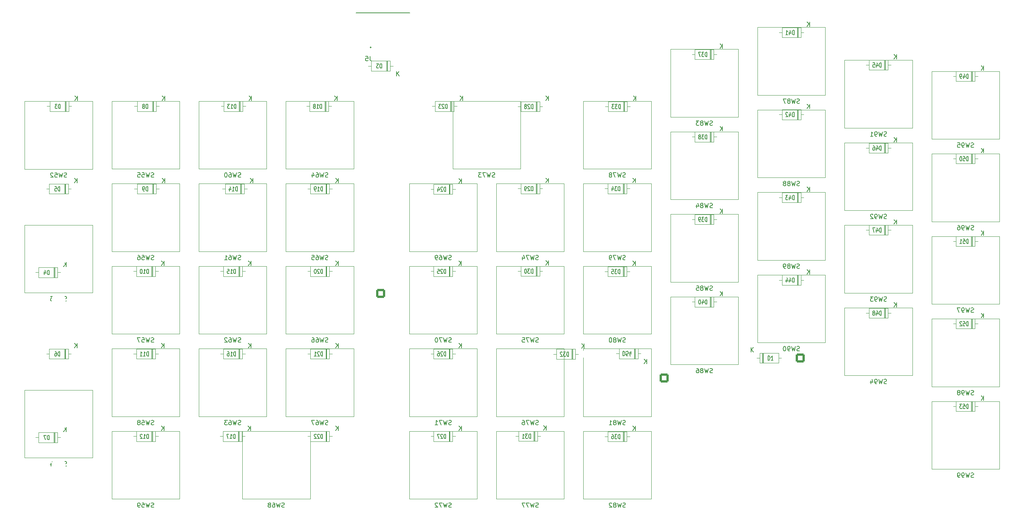
<source format=gbo>
%TF.GenerationSoftware,KiCad,Pcbnew,(6.0.1)*%
%TF.CreationDate,2022-05-08T14:53:20-04:00*%
%TF.ProjectId,InductorSchem,496e6475-6374-46f7-9253-6368656d2e6b,1*%
%TF.SameCoordinates,Original*%
%TF.FileFunction,Legend,Bot*%
%TF.FilePolarity,Positive*%
%FSLAX46Y46*%
G04 Gerber Fmt 4.6, Leading zero omitted, Abs format (unit mm)*
G04 Created by KiCad (PCBNEW (6.0.1)) date 2022-05-08 14:53:20*
%MOMM*%
%LPD*%
G01*
G04 APERTURE LIST*
G04 Aperture macros list*
%AMRoundRect*
0 Rectangle with rounded corners*
0 $1 Rounding radius*
0 $2 $3 $4 $5 $6 $7 $8 $9 X,Y pos of 4 corners*
0 Add a 4 corners polygon primitive as box body*
4,1,4,$2,$3,$4,$5,$6,$7,$8,$9,$2,$3,0*
0 Add four circle primitives for the rounded corners*
1,1,$1+$1,$2,$3*
1,1,$1+$1,$4,$5*
1,1,$1+$1,$6,$7*
1,1,$1+$1,$8,$9*
0 Add four rect primitives between the rounded corners*
20,1,$1+$1,$2,$3,$4,$5,0*
20,1,$1+$1,$4,$5,$6,$7,0*
20,1,$1+$1,$6,$7,$8,$9,0*
20,1,$1+$1,$8,$9,$2,$3,0*%
G04 Aperture macros list end*
%ADD10C,0.150000*%
%ADD11C,0.120000*%
%ADD12C,0.200000*%
%ADD13C,3.200000*%
%ADD14C,1.800000*%
%ADD15C,2.200000*%
%ADD16R,0.700000X1.200000*%
%ADD17R,0.760000X1.200000*%
%ADD18R,0.800000X1.200000*%
%ADD19O,1.100000X2.500000*%
%ADD20O,1.100000X2.000000*%
%ADD21O,3.050000X1.800000*%
%ADD22O,2.450000X2.200000*%
%ADD23R,1.600000X1.600000*%
%ADD24O,1.600000X1.600000*%
%ADD25RoundRect,0.250001X-0.799999X-0.799999X0.799999X-0.799999X0.799999X0.799999X-0.799999X0.799999X0*%
%ADD26C,2.100000*%
%ADD27C,1.600000*%
%ADD28O,2.748280X1.998980*%
%ADD29R,1.498600X1.498600*%
%ADD30C,1.498600*%
%ADD31RoundRect,0.250001X-0.799999X0.799999X-0.799999X-0.799999X0.799999X-0.799999X0.799999X0.799999X0*%
G04 APERTURE END LIST*
D10*
%TO.C,SW54*%
X112668360Y-196654761D02*
X112525503Y-196702380D01*
X112287408Y-196702380D01*
X112192170Y-196654761D01*
X112144551Y-196607142D01*
X112096932Y-196511904D01*
X112096932Y-196416666D01*
X112144551Y-196321428D01*
X112192170Y-196273809D01*
X112287408Y-196226190D01*
X112477884Y-196178571D01*
X112573122Y-196130952D01*
X112620741Y-196083333D01*
X112668360Y-195988095D01*
X112668360Y-195892857D01*
X112620741Y-195797619D01*
X112573122Y-195750000D01*
X112477884Y-195702380D01*
X112239789Y-195702380D01*
X112096932Y-195750000D01*
X111763598Y-195702380D02*
X111525503Y-196702380D01*
X111335027Y-195988095D01*
X111144551Y-196702380D01*
X110906456Y-195702380D01*
X110049313Y-195702380D02*
X110525503Y-195702380D01*
X110573122Y-196178571D01*
X110525503Y-196130952D01*
X110430265Y-196083333D01*
X110192170Y-196083333D01*
X110096932Y-196130952D01*
X110049313Y-196178571D01*
X110001694Y-196273809D01*
X110001694Y-196511904D01*
X110049313Y-196607142D01*
X110096932Y-196654761D01*
X110192170Y-196702380D01*
X110430265Y-196702380D01*
X110525503Y-196654761D01*
X110573122Y-196607142D01*
X109144551Y-196035714D02*
X109144551Y-196702380D01*
X109382646Y-195654761D02*
X109620741Y-196369047D01*
X109001694Y-196369047D01*
%TO.C,J5*%
X180588333Y-104839880D02*
X180588333Y-105554166D01*
X180635952Y-105697023D01*
X180731190Y-105792261D01*
X180874047Y-105839880D01*
X180969285Y-105839880D01*
X179635952Y-104839880D02*
X180112142Y-104839880D01*
X180159761Y-105316071D01*
X180112142Y-105268452D01*
X180016904Y-105220833D01*
X179778809Y-105220833D01*
X179683571Y-105268452D01*
X179635952Y-105316071D01*
X179588333Y-105411309D01*
X179588333Y-105649404D01*
X179635952Y-105744642D01*
X179683571Y-105792261D01*
X179778809Y-105839880D01*
X180016904Y-105839880D01*
X180112142Y-105792261D01*
X180159761Y-105744642D01*
%TO.C,SW53*%
X112668360Y-159654761D02*
X112525503Y-159702380D01*
X112287408Y-159702380D01*
X112192170Y-159654761D01*
X112144551Y-159607142D01*
X112096932Y-159511904D01*
X112096932Y-159416666D01*
X112144551Y-159321428D01*
X112192170Y-159273809D01*
X112287408Y-159226190D01*
X112477884Y-159178571D01*
X112573122Y-159130952D01*
X112620741Y-159083333D01*
X112668360Y-158988095D01*
X112668360Y-158892857D01*
X112620741Y-158797619D01*
X112573122Y-158750000D01*
X112477884Y-158702380D01*
X112239789Y-158702380D01*
X112096932Y-158750000D01*
X111763598Y-158702380D02*
X111525503Y-159702380D01*
X111335027Y-158988095D01*
X111144551Y-159702380D01*
X110906456Y-158702380D01*
X110049313Y-158702380D02*
X110525503Y-158702380D01*
X110573122Y-159178571D01*
X110525503Y-159130952D01*
X110430265Y-159083333D01*
X110192170Y-159083333D01*
X110096932Y-159130952D01*
X110049313Y-159178571D01*
X110001694Y-159273809D01*
X110001694Y-159511904D01*
X110049313Y-159607142D01*
X110096932Y-159654761D01*
X110192170Y-159702380D01*
X110430265Y-159702380D01*
X110525503Y-159654761D01*
X110573122Y-159607142D01*
X109668360Y-158702380D02*
X109049313Y-158702380D01*
X109382646Y-159083333D01*
X109239789Y-159083333D01*
X109144551Y-159130952D01*
X109096932Y-159178571D01*
X109049313Y-159273809D01*
X109049313Y-159511904D01*
X109096932Y-159607142D01*
X109144551Y-159654761D01*
X109239789Y-159702380D01*
X109525503Y-159702380D01*
X109620741Y-159654761D01*
X109668360Y-159607142D01*
%TO.C,SW73*%
X208559523Y-131904761D02*
X208416666Y-131952380D01*
X208178571Y-131952380D01*
X208083333Y-131904761D01*
X208035714Y-131857142D01*
X207988095Y-131761904D01*
X207988095Y-131666666D01*
X208035714Y-131571428D01*
X208083333Y-131523809D01*
X208178571Y-131476190D01*
X208369047Y-131428571D01*
X208464285Y-131380952D01*
X208511904Y-131333333D01*
X208559523Y-131238095D01*
X208559523Y-131142857D01*
X208511904Y-131047619D01*
X208464285Y-131000000D01*
X208369047Y-130952380D01*
X208130952Y-130952380D01*
X207988095Y-131000000D01*
X207654761Y-130952380D02*
X207416666Y-131952380D01*
X207226190Y-131238095D01*
X207035714Y-131952380D01*
X206797619Y-130952380D01*
X206511904Y-130952380D02*
X205845238Y-130952380D01*
X206273809Y-131952380D01*
X205559523Y-130952380D02*
X204940476Y-130952380D01*
X205273809Y-131333333D01*
X205130952Y-131333333D01*
X205035714Y-131380952D01*
X204988095Y-131428571D01*
X204940476Y-131523809D01*
X204940476Y-131761904D01*
X204988095Y-131857142D01*
X205035714Y-131904761D01*
X205130952Y-131952380D01*
X205416666Y-131952380D01*
X205511904Y-131904761D01*
X205559523Y-131857142D01*
%TO.C,SW68*%
X161418360Y-205904761D02*
X161275503Y-205952380D01*
X161037408Y-205952380D01*
X160942170Y-205904761D01*
X160894551Y-205857142D01*
X160846932Y-205761904D01*
X160846932Y-205666666D01*
X160894551Y-205571428D01*
X160942170Y-205523809D01*
X161037408Y-205476190D01*
X161227884Y-205428571D01*
X161323122Y-205380952D01*
X161370741Y-205333333D01*
X161418360Y-205238095D01*
X161418360Y-205142857D01*
X161370741Y-205047619D01*
X161323122Y-205000000D01*
X161227884Y-204952380D01*
X160989789Y-204952380D01*
X160846932Y-205000000D01*
X160513598Y-204952380D02*
X160275503Y-205952380D01*
X160085027Y-205238095D01*
X159894551Y-205952380D01*
X159656456Y-204952380D01*
X158846932Y-204952380D02*
X159037408Y-204952380D01*
X159132646Y-205000000D01*
X159180265Y-205047619D01*
X159275503Y-205190476D01*
X159323122Y-205380952D01*
X159323122Y-205761904D01*
X159275503Y-205857142D01*
X159227884Y-205904761D01*
X159132646Y-205952380D01*
X158942170Y-205952380D01*
X158846932Y-205904761D01*
X158799313Y-205857142D01*
X158751694Y-205761904D01*
X158751694Y-205523809D01*
X158799313Y-205428571D01*
X158846932Y-205380952D01*
X158942170Y-205333333D01*
X159132646Y-205333333D01*
X159227884Y-205380952D01*
X159275503Y-205428571D01*
X159323122Y-205523809D01*
X158180265Y-205380952D02*
X158275503Y-205333333D01*
X158323122Y-205285714D01*
X158370741Y-205190476D01*
X158370741Y-205142857D01*
X158323122Y-205047619D01*
X158275503Y-205000000D01*
X158180265Y-204952380D01*
X157989789Y-204952380D01*
X157894551Y-205000000D01*
X157846932Y-205047619D01*
X157799313Y-205142857D01*
X157799313Y-205190476D01*
X157846932Y-205285714D01*
X157894551Y-205333333D01*
X157989789Y-205380952D01*
X158180265Y-205380952D01*
X158275503Y-205428571D01*
X158323122Y-205476190D01*
X158370741Y-205571428D01*
X158370741Y-205761904D01*
X158323122Y-205857142D01*
X158275503Y-205904761D01*
X158180265Y-205952380D01*
X157989789Y-205952380D01*
X157894551Y-205904761D01*
X157846932Y-205857142D01*
X157799313Y-205761904D01*
X157799313Y-205571428D01*
X157846932Y-205476190D01*
X157894551Y-205428571D01*
X157989789Y-205380952D01*
%TO.C,D1*%
X269766428Y-173002380D02*
X269766428Y-172002380D01*
X269945000Y-172002380D01*
X270052142Y-172050000D01*
X270123571Y-172145238D01*
X270159285Y-172240476D01*
X270195000Y-172430952D01*
X270195000Y-172573809D01*
X270159285Y-172764285D01*
X270123571Y-172859523D01*
X270052142Y-172954761D01*
X269945000Y-173002380D01*
X269766428Y-173002380D01*
X270909285Y-173002380D02*
X270480714Y-173002380D01*
X270695000Y-173002380D02*
X270695000Y-172002380D01*
X270623571Y-172145238D01*
X270552142Y-172240476D01*
X270480714Y-172288095D01*
X265928095Y-171152380D02*
X265928095Y-170152380D01*
X266499523Y-171152380D02*
X266070952Y-170580952D01*
X266499523Y-170152380D02*
X265928095Y-170723809D01*
%TO.C,D54*%
X237269285Y-170997619D02*
X237269285Y-171997619D01*
X237447857Y-171997619D01*
X237555000Y-171950000D01*
X237626428Y-171854761D01*
X237662142Y-171759523D01*
X237697857Y-171569047D01*
X237697857Y-171426190D01*
X237662142Y-171235714D01*
X237626428Y-171140476D01*
X237555000Y-171045238D01*
X237447857Y-170997619D01*
X237269285Y-170997619D01*
X238376428Y-171997619D02*
X238019285Y-171997619D01*
X237983571Y-171521428D01*
X238019285Y-171569047D01*
X238090714Y-171616666D01*
X238269285Y-171616666D01*
X238340714Y-171569047D01*
X238376428Y-171521428D01*
X238412142Y-171426190D01*
X238412142Y-171188095D01*
X238376428Y-171092857D01*
X238340714Y-171045238D01*
X238269285Y-170997619D01*
X238090714Y-170997619D01*
X238019285Y-171045238D01*
X237983571Y-171092857D01*
X239055000Y-171664285D02*
X239055000Y-170997619D01*
X238876428Y-172045238D02*
X238697857Y-171330952D01*
X239162142Y-171330952D01*
X242571904Y-173752380D02*
X242571904Y-172752380D01*
X242000476Y-173752380D02*
X242429047Y-173180952D01*
X242000476Y-172752380D02*
X242571904Y-173323809D01*
%TO.C,D2*%
X183233571Y-106497619D02*
X183233571Y-107497619D01*
X183055000Y-107497619D01*
X182947857Y-107450000D01*
X182876428Y-107354761D01*
X182840714Y-107259523D01*
X182805000Y-107069047D01*
X182805000Y-106926190D01*
X182840714Y-106735714D01*
X182876428Y-106640476D01*
X182947857Y-106545238D01*
X183055000Y-106497619D01*
X183233571Y-106497619D01*
X182519285Y-107402380D02*
X182483571Y-107450000D01*
X182412142Y-107497619D01*
X182233571Y-107497619D01*
X182162142Y-107450000D01*
X182126428Y-107402380D01*
X182090714Y-107307142D01*
X182090714Y-107211904D01*
X182126428Y-107069047D01*
X182555000Y-106497619D01*
X182090714Y-106497619D01*
X186548095Y-109252380D02*
X186548095Y-108252380D01*
X187119523Y-109252380D02*
X186690952Y-108680952D01*
X187119523Y-108252380D02*
X186548095Y-108823809D01*
%TO.C,SW85*%
X257309523Y-157263372D02*
X257166666Y-157310991D01*
X256928571Y-157310991D01*
X256833333Y-157263372D01*
X256785714Y-157215753D01*
X256738095Y-157120515D01*
X256738095Y-157025277D01*
X256785714Y-156930039D01*
X256833333Y-156882420D01*
X256928571Y-156834801D01*
X257119047Y-156787182D01*
X257214285Y-156739563D01*
X257261904Y-156691944D01*
X257309523Y-156596706D01*
X257309523Y-156501468D01*
X257261904Y-156406230D01*
X257214285Y-156358611D01*
X257119047Y-156310991D01*
X256880952Y-156310991D01*
X256738095Y-156358611D01*
X256404761Y-156310991D02*
X256166666Y-157310991D01*
X255976190Y-156596706D01*
X255785714Y-157310991D01*
X255547619Y-156310991D01*
X255023809Y-156739563D02*
X255119047Y-156691944D01*
X255166666Y-156644325D01*
X255214285Y-156549087D01*
X255214285Y-156501468D01*
X255166666Y-156406230D01*
X255119047Y-156358611D01*
X255023809Y-156310991D01*
X254833333Y-156310991D01*
X254738095Y-156358611D01*
X254690476Y-156406230D01*
X254642857Y-156501468D01*
X254642857Y-156549087D01*
X254690476Y-156644325D01*
X254738095Y-156691944D01*
X254833333Y-156739563D01*
X255023809Y-156739563D01*
X255119047Y-156787182D01*
X255166666Y-156834801D01*
X255214285Y-156930039D01*
X255214285Y-157120515D01*
X255166666Y-157215753D01*
X255119047Y-157263372D01*
X255023809Y-157310991D01*
X254833333Y-157310991D01*
X254738095Y-157263372D01*
X254690476Y-157215753D01*
X254642857Y-157120515D01*
X254642857Y-156930039D01*
X254690476Y-156834801D01*
X254738095Y-156787182D01*
X254833333Y-156739563D01*
X253738095Y-156310991D02*
X254214285Y-156310991D01*
X254261904Y-156787182D01*
X254214285Y-156739563D01*
X254119047Y-156691944D01*
X253880952Y-156691944D01*
X253785714Y-156739563D01*
X253738095Y-156787182D01*
X253690476Y-156882420D01*
X253690476Y-157120515D01*
X253738095Y-157215753D01*
X253785714Y-157263372D01*
X253880952Y-157310991D01*
X254119047Y-157310991D01*
X254214285Y-157263372D01*
X254261904Y-157215753D01*
%TO.C,SW76*%
X218309523Y-187404761D02*
X218166666Y-187452380D01*
X217928571Y-187452380D01*
X217833333Y-187404761D01*
X217785714Y-187357142D01*
X217738095Y-187261904D01*
X217738095Y-187166666D01*
X217785714Y-187071428D01*
X217833333Y-187023809D01*
X217928571Y-186976190D01*
X218119047Y-186928571D01*
X218214285Y-186880952D01*
X218261904Y-186833333D01*
X218309523Y-186738095D01*
X218309523Y-186642857D01*
X218261904Y-186547619D01*
X218214285Y-186500000D01*
X218119047Y-186452380D01*
X217880952Y-186452380D01*
X217738095Y-186500000D01*
X217404761Y-186452380D02*
X217166666Y-187452380D01*
X216976190Y-186738095D01*
X216785714Y-187452380D01*
X216547619Y-186452380D01*
X216261904Y-186452380D02*
X215595238Y-186452380D01*
X216023809Y-187452380D01*
X214785714Y-186452380D02*
X214976190Y-186452380D01*
X215071428Y-186500000D01*
X215119047Y-186547619D01*
X215214285Y-186690476D01*
X215261904Y-186880952D01*
X215261904Y-187261904D01*
X215214285Y-187357142D01*
X215166666Y-187404761D01*
X215071428Y-187452380D01*
X214880952Y-187452380D01*
X214785714Y-187404761D01*
X214738095Y-187357142D01*
X214690476Y-187261904D01*
X214690476Y-187023809D01*
X214738095Y-186928571D01*
X214785714Y-186880952D01*
X214880952Y-186833333D01*
X215071428Y-186833333D01*
X215166666Y-186880952D01*
X215214285Y-186928571D01*
X215261904Y-187023809D01*
%TO.C,SW97*%
X315809523Y-162196180D02*
X315666666Y-162243799D01*
X315428571Y-162243799D01*
X315333333Y-162196180D01*
X315285714Y-162148561D01*
X315238095Y-162053323D01*
X315238095Y-161958085D01*
X315285714Y-161862847D01*
X315333333Y-161815228D01*
X315428571Y-161767609D01*
X315619047Y-161719990D01*
X315714285Y-161672371D01*
X315761904Y-161624752D01*
X315809523Y-161529514D01*
X315809523Y-161434276D01*
X315761904Y-161339038D01*
X315714285Y-161291419D01*
X315619047Y-161243799D01*
X315380952Y-161243799D01*
X315238095Y-161291419D01*
X314904761Y-161243799D02*
X314666666Y-162243799D01*
X314476190Y-161529514D01*
X314285714Y-162243799D01*
X314047619Y-161243799D01*
X313619047Y-162243799D02*
X313428571Y-162243799D01*
X313333333Y-162196180D01*
X313285714Y-162148561D01*
X313190476Y-162005704D01*
X313142857Y-161815228D01*
X313142857Y-161434276D01*
X313190476Y-161339038D01*
X313238095Y-161291419D01*
X313333333Y-161243799D01*
X313523809Y-161243799D01*
X313619047Y-161291419D01*
X313666666Y-161339038D01*
X313714285Y-161434276D01*
X313714285Y-161672371D01*
X313666666Y-161767609D01*
X313619047Y-161815228D01*
X313523809Y-161862847D01*
X313333333Y-161862847D01*
X313238095Y-161815228D01*
X313190476Y-161767609D01*
X313142857Y-161672371D01*
X312809523Y-161243799D02*
X312142857Y-161243799D01*
X312571428Y-162243799D01*
%TO.C,SW70*%
X198809523Y-168904761D02*
X198666666Y-168952380D01*
X198428571Y-168952380D01*
X198333333Y-168904761D01*
X198285714Y-168857142D01*
X198238095Y-168761904D01*
X198238095Y-168666666D01*
X198285714Y-168571428D01*
X198333333Y-168523809D01*
X198428571Y-168476190D01*
X198619047Y-168428571D01*
X198714285Y-168380952D01*
X198761904Y-168333333D01*
X198809523Y-168238095D01*
X198809523Y-168142857D01*
X198761904Y-168047619D01*
X198714285Y-168000000D01*
X198619047Y-167952380D01*
X198380952Y-167952380D01*
X198238095Y-168000000D01*
X197904761Y-167952380D02*
X197666666Y-168952380D01*
X197476190Y-168238095D01*
X197285714Y-168952380D01*
X197047619Y-167952380D01*
X196761904Y-167952380D02*
X196095238Y-167952380D01*
X196523809Y-168952380D01*
X195523809Y-167952380D02*
X195428571Y-167952380D01*
X195333333Y-168000000D01*
X195285714Y-168047619D01*
X195238095Y-168142857D01*
X195190476Y-168333333D01*
X195190476Y-168571428D01*
X195238095Y-168761904D01*
X195285714Y-168857142D01*
X195333333Y-168904761D01*
X195428571Y-168952380D01*
X195523809Y-168952380D01*
X195619047Y-168904761D01*
X195666666Y-168857142D01*
X195714285Y-168761904D01*
X195761904Y-168571428D01*
X195761904Y-168333333D01*
X195714285Y-168142857D01*
X195666666Y-168047619D01*
X195619047Y-168000000D01*
X195523809Y-167952380D01*
%TO.C,D30*%
X217090714Y-153502380D02*
X217090714Y-152502380D01*
X216912142Y-152502380D01*
X216805000Y-152550000D01*
X216733571Y-152645238D01*
X216697857Y-152740476D01*
X216662142Y-152930952D01*
X216662142Y-153073809D01*
X216697857Y-153264285D01*
X216733571Y-153359523D01*
X216805000Y-153454761D01*
X216912142Y-153502380D01*
X217090714Y-153502380D01*
X216412142Y-152502380D02*
X215947857Y-152502380D01*
X216197857Y-152883333D01*
X216090714Y-152883333D01*
X216019285Y-152930952D01*
X215983571Y-152978571D01*
X215947857Y-153073809D01*
X215947857Y-153311904D01*
X215983571Y-153407142D01*
X216019285Y-153454761D01*
X216090714Y-153502380D01*
X216305000Y-153502380D01*
X216376428Y-153454761D01*
X216412142Y-153407142D01*
X215483571Y-152502380D02*
X215412142Y-152502380D01*
X215340714Y-152550000D01*
X215305000Y-152597619D01*
X215269285Y-152692857D01*
X215233571Y-152883333D01*
X215233571Y-153121428D01*
X215269285Y-153311904D01*
X215305000Y-153407142D01*
X215340714Y-153454761D01*
X215412142Y-153502380D01*
X215483571Y-153502380D01*
X215555000Y-153454761D01*
X215590714Y-153407142D01*
X215626428Y-153311904D01*
X215662142Y-153121428D01*
X215662142Y-152883333D01*
X215626428Y-152692857D01*
X215590714Y-152597619D01*
X215555000Y-152550000D01*
X215483571Y-152502380D01*
X220571904Y-151652380D02*
X220571904Y-150652380D01*
X220000476Y-151652380D02*
X220429047Y-151080952D01*
X220000476Y-150652380D02*
X220571904Y-151223809D01*
%TO.C,SW99*%
X315809523Y-199196180D02*
X315666666Y-199243799D01*
X315428571Y-199243799D01*
X315333333Y-199196180D01*
X315285714Y-199148561D01*
X315238095Y-199053323D01*
X315238095Y-198958085D01*
X315285714Y-198862847D01*
X315333333Y-198815228D01*
X315428571Y-198767609D01*
X315619047Y-198719990D01*
X315714285Y-198672371D01*
X315761904Y-198624752D01*
X315809523Y-198529514D01*
X315809523Y-198434276D01*
X315761904Y-198339038D01*
X315714285Y-198291419D01*
X315619047Y-198243799D01*
X315380952Y-198243799D01*
X315238095Y-198291419D01*
X314904761Y-198243799D02*
X314666666Y-199243799D01*
X314476190Y-198529514D01*
X314285714Y-199243799D01*
X314047619Y-198243799D01*
X313619047Y-199243799D02*
X313428571Y-199243799D01*
X313333333Y-199196180D01*
X313285714Y-199148561D01*
X313190476Y-199005704D01*
X313142857Y-198815228D01*
X313142857Y-198434276D01*
X313190476Y-198339038D01*
X313238095Y-198291419D01*
X313333333Y-198243799D01*
X313523809Y-198243799D01*
X313619047Y-198291419D01*
X313666666Y-198339038D01*
X313714285Y-198434276D01*
X313714285Y-198672371D01*
X313666666Y-198767609D01*
X313619047Y-198815228D01*
X313523809Y-198862847D01*
X313333333Y-198862847D01*
X313238095Y-198815228D01*
X313190476Y-198767609D01*
X313142857Y-198672371D01*
X312666666Y-199243799D02*
X312476190Y-199243799D01*
X312380952Y-199196180D01*
X312333333Y-199148561D01*
X312238095Y-199005704D01*
X312190476Y-198815228D01*
X312190476Y-198434276D01*
X312238095Y-198339038D01*
X312285714Y-198291419D01*
X312380952Y-198243799D01*
X312571428Y-198243799D01*
X312666666Y-198291419D01*
X312714285Y-198339038D01*
X312761904Y-198434276D01*
X312761904Y-198672371D01*
X312714285Y-198767609D01*
X312666666Y-198815228D01*
X312571428Y-198862847D01*
X312380952Y-198862847D01*
X312285714Y-198815228D01*
X312238095Y-198767609D01*
X312190476Y-198672371D01*
%TO.C,SW86*%
X257309523Y-175763372D02*
X257166666Y-175810991D01*
X256928571Y-175810991D01*
X256833333Y-175763372D01*
X256785714Y-175715753D01*
X256738095Y-175620515D01*
X256738095Y-175525277D01*
X256785714Y-175430039D01*
X256833333Y-175382420D01*
X256928571Y-175334801D01*
X257119047Y-175287182D01*
X257214285Y-175239563D01*
X257261904Y-175191944D01*
X257309523Y-175096706D01*
X257309523Y-175001468D01*
X257261904Y-174906230D01*
X257214285Y-174858611D01*
X257119047Y-174810991D01*
X256880952Y-174810991D01*
X256738095Y-174858611D01*
X256404761Y-174810991D02*
X256166666Y-175810991D01*
X255976190Y-175096706D01*
X255785714Y-175810991D01*
X255547619Y-174810991D01*
X255023809Y-175239563D02*
X255119047Y-175191944D01*
X255166666Y-175144325D01*
X255214285Y-175049087D01*
X255214285Y-175001468D01*
X255166666Y-174906230D01*
X255119047Y-174858611D01*
X255023809Y-174810991D01*
X254833333Y-174810991D01*
X254738095Y-174858611D01*
X254690476Y-174906230D01*
X254642857Y-175001468D01*
X254642857Y-175049087D01*
X254690476Y-175144325D01*
X254738095Y-175191944D01*
X254833333Y-175239563D01*
X255023809Y-175239563D01*
X255119047Y-175287182D01*
X255166666Y-175334801D01*
X255214285Y-175430039D01*
X255214285Y-175620515D01*
X255166666Y-175715753D01*
X255119047Y-175763372D01*
X255023809Y-175810991D01*
X254833333Y-175810991D01*
X254738095Y-175763372D01*
X254690476Y-175715753D01*
X254642857Y-175620515D01*
X254642857Y-175430039D01*
X254690476Y-175334801D01*
X254738095Y-175287182D01*
X254833333Y-175239563D01*
X253785714Y-174810991D02*
X253976190Y-174810991D01*
X254071428Y-174858611D01*
X254119047Y-174906230D01*
X254214285Y-175049087D01*
X254261904Y-175239563D01*
X254261904Y-175620515D01*
X254214285Y-175715753D01*
X254166666Y-175763372D01*
X254071428Y-175810991D01*
X253880952Y-175810991D01*
X253785714Y-175763372D01*
X253738095Y-175715753D01*
X253690476Y-175620515D01*
X253690476Y-175382420D01*
X253738095Y-175287182D01*
X253785714Y-175239563D01*
X253880952Y-175191944D01*
X254071428Y-175191944D01*
X254166666Y-175239563D01*
X254214285Y-175287182D01*
X254261904Y-175382420D01*
%TO.C,D32*%
X225090714Y-172102380D02*
X225090714Y-171102380D01*
X224912142Y-171102380D01*
X224805000Y-171150000D01*
X224733571Y-171245238D01*
X224697857Y-171340476D01*
X224662142Y-171530952D01*
X224662142Y-171673809D01*
X224697857Y-171864285D01*
X224733571Y-171959523D01*
X224805000Y-172054761D01*
X224912142Y-172102380D01*
X225090714Y-172102380D01*
X224412142Y-171102380D02*
X223947857Y-171102380D01*
X224197857Y-171483333D01*
X224090714Y-171483333D01*
X224019285Y-171530952D01*
X223983571Y-171578571D01*
X223947857Y-171673809D01*
X223947857Y-171911904D01*
X223983571Y-172007142D01*
X224019285Y-172054761D01*
X224090714Y-172102380D01*
X224305000Y-172102380D01*
X224376428Y-172054761D01*
X224412142Y-172007142D01*
X223662142Y-171197619D02*
X223626428Y-171150000D01*
X223555000Y-171102380D01*
X223376428Y-171102380D01*
X223305000Y-171150000D01*
X223269285Y-171197619D01*
X223233571Y-171292857D01*
X223233571Y-171388095D01*
X223269285Y-171530952D01*
X223697857Y-172102380D01*
X223233571Y-172102380D01*
X228571904Y-170252380D02*
X228571904Y-169252380D01*
X228000476Y-170252380D02*
X228429047Y-169680952D01*
X228000476Y-169252380D02*
X228571904Y-169823809D01*
%TO.C,D53*%
X314590714Y-183802380D02*
X314590714Y-182802380D01*
X314412142Y-182802380D01*
X314305000Y-182850000D01*
X314233571Y-182945238D01*
X314197857Y-183040476D01*
X314162142Y-183230952D01*
X314162142Y-183373809D01*
X314197857Y-183564285D01*
X314233571Y-183659523D01*
X314305000Y-183754761D01*
X314412142Y-183802380D01*
X314590714Y-183802380D01*
X313483571Y-182802380D02*
X313840714Y-182802380D01*
X313876428Y-183278571D01*
X313840714Y-183230952D01*
X313769285Y-183183333D01*
X313590714Y-183183333D01*
X313519285Y-183230952D01*
X313483571Y-183278571D01*
X313447857Y-183373809D01*
X313447857Y-183611904D01*
X313483571Y-183707142D01*
X313519285Y-183754761D01*
X313590714Y-183802380D01*
X313769285Y-183802380D01*
X313840714Y-183754761D01*
X313876428Y-183707142D01*
X313197857Y-182802380D02*
X312733571Y-182802380D01*
X312983571Y-183183333D01*
X312876428Y-183183333D01*
X312805000Y-183230952D01*
X312769285Y-183278571D01*
X312733571Y-183373809D01*
X312733571Y-183611904D01*
X312769285Y-183707142D01*
X312805000Y-183754761D01*
X312876428Y-183802380D01*
X313090714Y-183802380D01*
X313162142Y-183754761D01*
X313197857Y-183707142D01*
X318071904Y-181952380D02*
X318071904Y-180952380D01*
X317500476Y-181952380D02*
X317929047Y-181380952D01*
X317500476Y-180952380D02*
X318071904Y-181523809D01*
%TO.C,SW66*%
X171168360Y-168904761D02*
X171025503Y-168952380D01*
X170787408Y-168952380D01*
X170692170Y-168904761D01*
X170644551Y-168857142D01*
X170596932Y-168761904D01*
X170596932Y-168666666D01*
X170644551Y-168571428D01*
X170692170Y-168523809D01*
X170787408Y-168476190D01*
X170977884Y-168428571D01*
X171073122Y-168380952D01*
X171120741Y-168333333D01*
X171168360Y-168238095D01*
X171168360Y-168142857D01*
X171120741Y-168047619D01*
X171073122Y-168000000D01*
X170977884Y-167952380D01*
X170739789Y-167952380D01*
X170596932Y-168000000D01*
X170263598Y-167952380D02*
X170025503Y-168952380D01*
X169835027Y-168238095D01*
X169644551Y-168952380D01*
X169406456Y-167952380D01*
X168596932Y-167952380D02*
X168787408Y-167952380D01*
X168882646Y-168000000D01*
X168930265Y-168047619D01*
X169025503Y-168190476D01*
X169073122Y-168380952D01*
X169073122Y-168761904D01*
X169025503Y-168857142D01*
X168977884Y-168904761D01*
X168882646Y-168952380D01*
X168692170Y-168952380D01*
X168596932Y-168904761D01*
X168549313Y-168857142D01*
X168501694Y-168761904D01*
X168501694Y-168523809D01*
X168549313Y-168428571D01*
X168596932Y-168380952D01*
X168692170Y-168333333D01*
X168882646Y-168333333D01*
X168977884Y-168380952D01*
X169025503Y-168428571D01*
X169073122Y-168523809D01*
X167644551Y-167952380D02*
X167835027Y-167952380D01*
X167930265Y-168000000D01*
X167977884Y-168047619D01*
X168073122Y-168190476D01*
X168120741Y-168380952D01*
X168120741Y-168761904D01*
X168073122Y-168857142D01*
X168025503Y-168904761D01*
X167930265Y-168952380D01*
X167739789Y-168952380D01*
X167644551Y-168904761D01*
X167596932Y-168857142D01*
X167549313Y-168761904D01*
X167549313Y-168523809D01*
X167596932Y-168428571D01*
X167644551Y-168380952D01*
X167739789Y-168333333D01*
X167930265Y-168333333D01*
X168025503Y-168380952D01*
X168073122Y-168428571D01*
X168120741Y-168523809D01*
%TO.C,SW80*%
X237809523Y-168904761D02*
X237666666Y-168952380D01*
X237428571Y-168952380D01*
X237333333Y-168904761D01*
X237285714Y-168857142D01*
X237238095Y-168761904D01*
X237238095Y-168666666D01*
X237285714Y-168571428D01*
X237333333Y-168523809D01*
X237428571Y-168476190D01*
X237619047Y-168428571D01*
X237714285Y-168380952D01*
X237761904Y-168333333D01*
X237809523Y-168238095D01*
X237809523Y-168142857D01*
X237761904Y-168047619D01*
X237714285Y-168000000D01*
X237619047Y-167952380D01*
X237380952Y-167952380D01*
X237238095Y-168000000D01*
X236904761Y-167952380D02*
X236666666Y-168952380D01*
X236476190Y-168238095D01*
X236285714Y-168952380D01*
X236047619Y-167952380D01*
X235523809Y-168380952D02*
X235619047Y-168333333D01*
X235666666Y-168285714D01*
X235714285Y-168190476D01*
X235714285Y-168142857D01*
X235666666Y-168047619D01*
X235619047Y-168000000D01*
X235523809Y-167952380D01*
X235333333Y-167952380D01*
X235238095Y-168000000D01*
X235190476Y-168047619D01*
X235142857Y-168142857D01*
X235142857Y-168190476D01*
X235190476Y-168285714D01*
X235238095Y-168333333D01*
X235333333Y-168380952D01*
X235523809Y-168380952D01*
X235619047Y-168428571D01*
X235666666Y-168476190D01*
X235714285Y-168571428D01*
X235714285Y-168761904D01*
X235666666Y-168857142D01*
X235619047Y-168904761D01*
X235523809Y-168952380D01*
X235333333Y-168952380D01*
X235238095Y-168904761D01*
X235190476Y-168857142D01*
X235142857Y-168761904D01*
X235142857Y-168571428D01*
X235190476Y-168476190D01*
X235238095Y-168428571D01*
X235333333Y-168380952D01*
X234523809Y-167952380D02*
X234428571Y-167952380D01*
X234333333Y-168000000D01*
X234285714Y-168047619D01*
X234238095Y-168142857D01*
X234190476Y-168333333D01*
X234190476Y-168571428D01*
X234238095Y-168761904D01*
X234285714Y-168857142D01*
X234333333Y-168904761D01*
X234428571Y-168952380D01*
X234523809Y-168952380D01*
X234619047Y-168904761D01*
X234666666Y-168857142D01*
X234714285Y-168761904D01*
X234761904Y-168571428D01*
X234761904Y-168333333D01*
X234714285Y-168142857D01*
X234666666Y-168047619D01*
X234619047Y-168000000D01*
X234523809Y-167952380D01*
%TO.C,D44*%
X275590714Y-155502380D02*
X275590714Y-154502380D01*
X275412142Y-154502380D01*
X275305000Y-154550000D01*
X275233571Y-154645238D01*
X275197857Y-154740476D01*
X275162142Y-154930952D01*
X275162142Y-155073809D01*
X275197857Y-155264285D01*
X275233571Y-155359523D01*
X275305000Y-155454761D01*
X275412142Y-155502380D01*
X275590714Y-155502380D01*
X274519285Y-154835714D02*
X274519285Y-155502380D01*
X274697857Y-154454761D02*
X274876428Y-155169047D01*
X274412142Y-155169047D01*
X273805000Y-154835714D02*
X273805000Y-155502380D01*
X273983571Y-154454761D02*
X274162142Y-155169047D01*
X273697857Y-155169047D01*
X279071904Y-153652380D02*
X279071904Y-152652380D01*
X278500476Y-153652380D02*
X278929047Y-153080952D01*
X278500476Y-152652380D02*
X279071904Y-153223809D01*
%TO.C,D5*%
X111136808Y-135051480D02*
X111136808Y-134051480D01*
X110958237Y-134051480D01*
X110851094Y-134099100D01*
X110779665Y-134194338D01*
X110743951Y-134289576D01*
X110708237Y-134480052D01*
X110708237Y-134622909D01*
X110743951Y-134813385D01*
X110779665Y-134908623D01*
X110851094Y-135003861D01*
X110958237Y-135051480D01*
X111136808Y-135051480D01*
X110029665Y-134051480D02*
X110386808Y-134051480D01*
X110422522Y-134527671D01*
X110386808Y-134480052D01*
X110315379Y-134432433D01*
X110136808Y-134432433D01*
X110065379Y-134480052D01*
X110029665Y-134527671D01*
X109993951Y-134622909D01*
X109993951Y-134861004D01*
X110029665Y-134956242D01*
X110065379Y-135003861D01*
X110136808Y-135051480D01*
X110315379Y-135051480D01*
X110386808Y-135003861D01*
X110422522Y-134956242D01*
X114975141Y-133201480D02*
X114975141Y-132201480D01*
X114403713Y-133201480D02*
X114832284Y-132630052D01*
X114403713Y-132201480D02*
X114975141Y-132772909D01*
%TO.C,D35*%
X236590714Y-153602380D02*
X236590714Y-152602380D01*
X236412142Y-152602380D01*
X236305000Y-152650000D01*
X236233571Y-152745238D01*
X236197857Y-152840476D01*
X236162142Y-153030952D01*
X236162142Y-153173809D01*
X236197857Y-153364285D01*
X236233571Y-153459523D01*
X236305000Y-153554761D01*
X236412142Y-153602380D01*
X236590714Y-153602380D01*
X235912142Y-152602380D02*
X235447857Y-152602380D01*
X235697857Y-152983333D01*
X235590714Y-152983333D01*
X235519285Y-153030952D01*
X235483571Y-153078571D01*
X235447857Y-153173809D01*
X235447857Y-153411904D01*
X235483571Y-153507142D01*
X235519285Y-153554761D01*
X235590714Y-153602380D01*
X235805000Y-153602380D01*
X235876428Y-153554761D01*
X235912142Y-153507142D01*
X234769285Y-152602380D02*
X235126428Y-152602380D01*
X235162142Y-153078571D01*
X235126428Y-153030952D01*
X235055000Y-152983333D01*
X234876428Y-152983333D01*
X234805000Y-153030952D01*
X234769285Y-153078571D01*
X234733571Y-153173809D01*
X234733571Y-153411904D01*
X234769285Y-153507142D01*
X234805000Y-153554761D01*
X234876428Y-153602380D01*
X235055000Y-153602380D01*
X235126428Y-153554761D01*
X235162142Y-153507142D01*
X240071904Y-151752380D02*
X240071904Y-150752380D01*
X239500476Y-151752380D02*
X239929047Y-151180952D01*
X239500476Y-150752380D02*
X240071904Y-151323809D01*
%TO.C,D52*%
X314590714Y-165302380D02*
X314590714Y-164302380D01*
X314412142Y-164302380D01*
X314305000Y-164350000D01*
X314233571Y-164445238D01*
X314197857Y-164540476D01*
X314162142Y-164730952D01*
X314162142Y-164873809D01*
X314197857Y-165064285D01*
X314233571Y-165159523D01*
X314305000Y-165254761D01*
X314412142Y-165302380D01*
X314590714Y-165302380D01*
X313483571Y-164302380D02*
X313840714Y-164302380D01*
X313876428Y-164778571D01*
X313840714Y-164730952D01*
X313769285Y-164683333D01*
X313590714Y-164683333D01*
X313519285Y-164730952D01*
X313483571Y-164778571D01*
X313447857Y-164873809D01*
X313447857Y-165111904D01*
X313483571Y-165207142D01*
X313519285Y-165254761D01*
X313590714Y-165302380D01*
X313769285Y-165302380D01*
X313840714Y-165254761D01*
X313876428Y-165207142D01*
X313162142Y-164397619D02*
X313126428Y-164350000D01*
X313055000Y-164302380D01*
X312876428Y-164302380D01*
X312805000Y-164350000D01*
X312769285Y-164397619D01*
X312733571Y-164492857D01*
X312733571Y-164588095D01*
X312769285Y-164730952D01*
X313197857Y-165302380D01*
X312733571Y-165302380D01*
X318071904Y-163452380D02*
X318071904Y-162452380D01*
X317500476Y-163452380D02*
X317929047Y-162880952D01*
X317500476Y-162452380D02*
X318071904Y-163023809D01*
%TO.C,SW94*%
X296309523Y-178208820D02*
X296166666Y-178256439D01*
X295928571Y-178256439D01*
X295833333Y-178208820D01*
X295785714Y-178161201D01*
X295738095Y-178065963D01*
X295738095Y-177970725D01*
X295785714Y-177875487D01*
X295833333Y-177827868D01*
X295928571Y-177780249D01*
X296119047Y-177732630D01*
X296214285Y-177685011D01*
X296261904Y-177637392D01*
X296309523Y-177542154D01*
X296309523Y-177446916D01*
X296261904Y-177351678D01*
X296214285Y-177304059D01*
X296119047Y-177256439D01*
X295880952Y-177256439D01*
X295738095Y-177304059D01*
X295404761Y-177256439D02*
X295166666Y-178256439D01*
X294976190Y-177542154D01*
X294785714Y-178256439D01*
X294547619Y-177256439D01*
X294119047Y-178256439D02*
X293928571Y-178256439D01*
X293833333Y-178208820D01*
X293785714Y-178161201D01*
X293690476Y-178018344D01*
X293642857Y-177827868D01*
X293642857Y-177446916D01*
X293690476Y-177351678D01*
X293738095Y-177304059D01*
X293833333Y-177256439D01*
X294023809Y-177256439D01*
X294119047Y-177304059D01*
X294166666Y-177351678D01*
X294214285Y-177446916D01*
X294214285Y-177685011D01*
X294166666Y-177780249D01*
X294119047Y-177827868D01*
X294023809Y-177875487D01*
X293833333Y-177875487D01*
X293738095Y-177827868D01*
X293690476Y-177780249D01*
X293642857Y-177685011D01*
X292785714Y-177589773D02*
X292785714Y-178256439D01*
X293023809Y-177208820D02*
X293261904Y-177923106D01*
X292642857Y-177923106D01*
%TO.C,D9*%
X130823408Y-135051480D02*
X130823408Y-134051480D01*
X130644837Y-134051480D01*
X130537694Y-134099100D01*
X130466265Y-134194338D01*
X130430551Y-134289576D01*
X130394837Y-134480052D01*
X130394837Y-134622909D01*
X130430551Y-134813385D01*
X130466265Y-134908623D01*
X130537694Y-135003861D01*
X130644837Y-135051480D01*
X130823408Y-135051480D01*
X130037694Y-135051480D02*
X129894837Y-135051480D01*
X129823408Y-135003861D01*
X129787694Y-134956242D01*
X129716265Y-134813385D01*
X129680551Y-134622909D01*
X129680551Y-134241957D01*
X129716265Y-134146719D01*
X129751979Y-134099100D01*
X129823408Y-134051480D01*
X129966265Y-134051480D01*
X130037694Y-134099100D01*
X130073408Y-134146719D01*
X130109122Y-134241957D01*
X130109122Y-134480052D01*
X130073408Y-134575290D01*
X130037694Y-134622909D01*
X129966265Y-134670528D01*
X129823408Y-134670528D01*
X129751979Y-134622909D01*
X129716265Y-134575290D01*
X129680551Y-134480052D01*
X134661741Y-133201480D02*
X134661741Y-132201480D01*
X134090313Y-133201480D02*
X134518884Y-132630052D01*
X134090313Y-132201480D02*
X134661741Y-132772909D01*
%TO.C,D12*%
X130993951Y-190551480D02*
X130993951Y-189551480D01*
X130815379Y-189551480D01*
X130708237Y-189599100D01*
X130636808Y-189694338D01*
X130601094Y-189789576D01*
X130565379Y-189980052D01*
X130565379Y-190122909D01*
X130601094Y-190313385D01*
X130636808Y-190408623D01*
X130708237Y-190503861D01*
X130815379Y-190551480D01*
X130993951Y-190551480D01*
X129851094Y-190551480D02*
X130279665Y-190551480D01*
X130065379Y-190551480D02*
X130065379Y-189551480D01*
X130136808Y-189694338D01*
X130208237Y-189789576D01*
X130279665Y-189837195D01*
X129565379Y-189646719D02*
X129529665Y-189599100D01*
X129458237Y-189551480D01*
X129279665Y-189551480D01*
X129208237Y-189599100D01*
X129172522Y-189646719D01*
X129136808Y-189741957D01*
X129136808Y-189837195D01*
X129172522Y-189980052D01*
X129601094Y-190551480D01*
X129136808Y-190551480D01*
X134475141Y-188701480D02*
X134475141Y-187701480D01*
X133903713Y-188701480D02*
X134332284Y-188130052D01*
X133903713Y-187701480D02*
X134475141Y-188272909D01*
%TO.C,SW56*%
X132168360Y-150404761D02*
X132025503Y-150452380D01*
X131787408Y-150452380D01*
X131692170Y-150404761D01*
X131644551Y-150357142D01*
X131596932Y-150261904D01*
X131596932Y-150166666D01*
X131644551Y-150071428D01*
X131692170Y-150023809D01*
X131787408Y-149976190D01*
X131977884Y-149928571D01*
X132073122Y-149880952D01*
X132120741Y-149833333D01*
X132168360Y-149738095D01*
X132168360Y-149642857D01*
X132120741Y-149547619D01*
X132073122Y-149500000D01*
X131977884Y-149452380D01*
X131739789Y-149452380D01*
X131596932Y-149500000D01*
X131263598Y-149452380D02*
X131025503Y-150452380D01*
X130835027Y-149738095D01*
X130644551Y-150452380D01*
X130406456Y-149452380D01*
X129549313Y-149452380D02*
X130025503Y-149452380D01*
X130073122Y-149928571D01*
X130025503Y-149880952D01*
X129930265Y-149833333D01*
X129692170Y-149833333D01*
X129596932Y-149880952D01*
X129549313Y-149928571D01*
X129501694Y-150023809D01*
X129501694Y-150261904D01*
X129549313Y-150357142D01*
X129596932Y-150404761D01*
X129692170Y-150452380D01*
X129930265Y-150452380D01*
X130025503Y-150404761D01*
X130073122Y-150357142D01*
X128644551Y-149452380D02*
X128835027Y-149452380D01*
X128930265Y-149500000D01*
X128977884Y-149547619D01*
X129073122Y-149690476D01*
X129120741Y-149880952D01*
X129120741Y-150261904D01*
X129073122Y-150357142D01*
X129025503Y-150404761D01*
X128930265Y-150452380D01*
X128739789Y-150452380D01*
X128644551Y-150404761D01*
X128596932Y-150357142D01*
X128549313Y-150261904D01*
X128549313Y-150023809D01*
X128596932Y-149928571D01*
X128644551Y-149880952D01*
X128739789Y-149833333D01*
X128930265Y-149833333D01*
X129025503Y-149880952D01*
X129073122Y-149928571D01*
X129120741Y-150023809D01*
%TO.C,D47*%
X295090714Y-144302380D02*
X295090714Y-143302380D01*
X294912142Y-143302380D01*
X294805000Y-143350000D01*
X294733571Y-143445238D01*
X294697857Y-143540476D01*
X294662142Y-143730952D01*
X294662142Y-143873809D01*
X294697857Y-144064285D01*
X294733571Y-144159523D01*
X294805000Y-144254761D01*
X294912142Y-144302380D01*
X295090714Y-144302380D01*
X294019285Y-143635714D02*
X294019285Y-144302380D01*
X294197857Y-143254761D02*
X294376428Y-143969047D01*
X293912142Y-143969047D01*
X293697857Y-143302380D02*
X293197857Y-143302380D01*
X293519285Y-144302380D01*
X298571904Y-142452380D02*
X298571904Y-141452380D01*
X298000476Y-142452380D02*
X298429047Y-141880952D01*
X298000476Y-141452380D02*
X298571904Y-142023809D01*
%TO.C,D23*%
X197893951Y-116551480D02*
X197893951Y-115551480D01*
X197715379Y-115551480D01*
X197608237Y-115599100D01*
X197536808Y-115694338D01*
X197501094Y-115789576D01*
X197465379Y-115980052D01*
X197465379Y-116122909D01*
X197501094Y-116313385D01*
X197536808Y-116408623D01*
X197608237Y-116503861D01*
X197715379Y-116551480D01*
X197893951Y-116551480D01*
X197179665Y-115646719D02*
X197143951Y-115599100D01*
X197072522Y-115551480D01*
X196893951Y-115551480D01*
X196822522Y-115599100D01*
X196786808Y-115646719D01*
X196751094Y-115741957D01*
X196751094Y-115837195D01*
X196786808Y-115980052D01*
X197215379Y-116551480D01*
X196751094Y-116551480D01*
X196501094Y-115551480D02*
X196036808Y-115551480D01*
X196286808Y-115932433D01*
X196179665Y-115932433D01*
X196108237Y-115980052D01*
X196072522Y-116027671D01*
X196036808Y-116122909D01*
X196036808Y-116361004D01*
X196072522Y-116456242D01*
X196108237Y-116503861D01*
X196179665Y-116551480D01*
X196393951Y-116551480D01*
X196465379Y-116503861D01*
X196501094Y-116456242D01*
X201375141Y-114701480D02*
X201375141Y-113701480D01*
X200803713Y-114701480D02*
X201232284Y-114130052D01*
X200803713Y-113701480D02*
X201375141Y-114272909D01*
%TO.C,SW60*%
X151668360Y-131904761D02*
X151525503Y-131952380D01*
X151287408Y-131952380D01*
X151192170Y-131904761D01*
X151144551Y-131857142D01*
X151096932Y-131761904D01*
X151096932Y-131666666D01*
X151144551Y-131571428D01*
X151192170Y-131523809D01*
X151287408Y-131476190D01*
X151477884Y-131428571D01*
X151573122Y-131380952D01*
X151620741Y-131333333D01*
X151668360Y-131238095D01*
X151668360Y-131142857D01*
X151620741Y-131047619D01*
X151573122Y-131000000D01*
X151477884Y-130952380D01*
X151239789Y-130952380D01*
X151096932Y-131000000D01*
X150763598Y-130952380D02*
X150525503Y-131952380D01*
X150335027Y-131238095D01*
X150144551Y-131952380D01*
X149906456Y-130952380D01*
X149096932Y-130952380D02*
X149287408Y-130952380D01*
X149382646Y-131000000D01*
X149430265Y-131047619D01*
X149525503Y-131190476D01*
X149573122Y-131380952D01*
X149573122Y-131761904D01*
X149525503Y-131857142D01*
X149477884Y-131904761D01*
X149382646Y-131952380D01*
X149192170Y-131952380D01*
X149096932Y-131904761D01*
X149049313Y-131857142D01*
X149001694Y-131761904D01*
X149001694Y-131523809D01*
X149049313Y-131428571D01*
X149096932Y-131380952D01*
X149192170Y-131333333D01*
X149382646Y-131333333D01*
X149477884Y-131380952D01*
X149525503Y-131428571D01*
X149573122Y-131523809D01*
X148382646Y-130952380D02*
X148287408Y-130952380D01*
X148192170Y-131000000D01*
X148144551Y-131047619D01*
X148096932Y-131142857D01*
X148049313Y-131333333D01*
X148049313Y-131571428D01*
X148096932Y-131761904D01*
X148144551Y-131857142D01*
X148192170Y-131904761D01*
X148287408Y-131952380D01*
X148382646Y-131952380D01*
X148477884Y-131904761D01*
X148525503Y-131857142D01*
X148573122Y-131761904D01*
X148620741Y-131571428D01*
X148620741Y-131333333D01*
X148573122Y-131142857D01*
X148525503Y-131047619D01*
X148477884Y-131000000D01*
X148382646Y-130952380D01*
%TO.C,D48*%
X295090714Y-162902380D02*
X295090714Y-161902380D01*
X294912142Y-161902380D01*
X294805000Y-161950000D01*
X294733571Y-162045238D01*
X294697857Y-162140476D01*
X294662142Y-162330952D01*
X294662142Y-162473809D01*
X294697857Y-162664285D01*
X294733571Y-162759523D01*
X294805000Y-162854761D01*
X294912142Y-162902380D01*
X295090714Y-162902380D01*
X294019285Y-162235714D02*
X294019285Y-162902380D01*
X294197857Y-161854761D02*
X294376428Y-162569047D01*
X293912142Y-162569047D01*
X293519285Y-162330952D02*
X293590714Y-162283333D01*
X293626428Y-162235714D01*
X293662142Y-162140476D01*
X293662142Y-162092857D01*
X293626428Y-161997619D01*
X293590714Y-161950000D01*
X293519285Y-161902380D01*
X293376428Y-161902380D01*
X293305000Y-161950000D01*
X293269285Y-161997619D01*
X293233571Y-162092857D01*
X293233571Y-162140476D01*
X293269285Y-162235714D01*
X293305000Y-162283333D01*
X293376428Y-162330952D01*
X293519285Y-162330952D01*
X293590714Y-162378571D01*
X293626428Y-162426190D01*
X293662142Y-162521428D01*
X293662142Y-162711904D01*
X293626428Y-162807142D01*
X293590714Y-162854761D01*
X293519285Y-162902380D01*
X293376428Y-162902380D01*
X293305000Y-162854761D01*
X293269285Y-162807142D01*
X293233571Y-162711904D01*
X293233571Y-162521428D01*
X293269285Y-162426190D01*
X293305000Y-162378571D01*
X293376428Y-162330952D01*
X298571904Y-161052380D02*
X298571904Y-160052380D01*
X298000476Y-161052380D02*
X298429047Y-160480952D01*
X298000476Y-160052380D02*
X298571904Y-160623809D01*
%TO.C,D37*%
X256090714Y-104902380D02*
X256090714Y-103902380D01*
X255912142Y-103902380D01*
X255805000Y-103950000D01*
X255733571Y-104045238D01*
X255697857Y-104140476D01*
X255662142Y-104330952D01*
X255662142Y-104473809D01*
X255697857Y-104664285D01*
X255733571Y-104759523D01*
X255805000Y-104854761D01*
X255912142Y-104902380D01*
X256090714Y-104902380D01*
X255412142Y-103902380D02*
X254947857Y-103902380D01*
X255197857Y-104283333D01*
X255090714Y-104283333D01*
X255019285Y-104330952D01*
X254983571Y-104378571D01*
X254947857Y-104473809D01*
X254947857Y-104711904D01*
X254983571Y-104807142D01*
X255019285Y-104854761D01*
X255090714Y-104902380D01*
X255305000Y-104902380D01*
X255376428Y-104854761D01*
X255412142Y-104807142D01*
X254697857Y-103902380D02*
X254197857Y-103902380D01*
X254519285Y-104902380D01*
X259571904Y-103052380D02*
X259571904Y-102052380D01*
X259000476Y-103052380D02*
X259429047Y-102480952D01*
X259000476Y-102052380D02*
X259571904Y-102623809D01*
%TO.C,SW62*%
X151668360Y-168904761D02*
X151525503Y-168952380D01*
X151287408Y-168952380D01*
X151192170Y-168904761D01*
X151144551Y-168857142D01*
X151096932Y-168761904D01*
X151096932Y-168666666D01*
X151144551Y-168571428D01*
X151192170Y-168523809D01*
X151287408Y-168476190D01*
X151477884Y-168428571D01*
X151573122Y-168380952D01*
X151620741Y-168333333D01*
X151668360Y-168238095D01*
X151668360Y-168142857D01*
X151620741Y-168047619D01*
X151573122Y-168000000D01*
X151477884Y-167952380D01*
X151239789Y-167952380D01*
X151096932Y-168000000D01*
X150763598Y-167952380D02*
X150525503Y-168952380D01*
X150335027Y-168238095D01*
X150144551Y-168952380D01*
X149906456Y-167952380D01*
X149096932Y-167952380D02*
X149287408Y-167952380D01*
X149382646Y-168000000D01*
X149430265Y-168047619D01*
X149525503Y-168190476D01*
X149573122Y-168380952D01*
X149573122Y-168761904D01*
X149525503Y-168857142D01*
X149477884Y-168904761D01*
X149382646Y-168952380D01*
X149192170Y-168952380D01*
X149096932Y-168904761D01*
X149049313Y-168857142D01*
X149001694Y-168761904D01*
X149001694Y-168523809D01*
X149049313Y-168428571D01*
X149096932Y-168380952D01*
X149192170Y-168333333D01*
X149382646Y-168333333D01*
X149477884Y-168380952D01*
X149525503Y-168428571D01*
X149573122Y-168523809D01*
X148620741Y-168047619D02*
X148573122Y-168000000D01*
X148477884Y-167952380D01*
X148239789Y-167952380D01*
X148144551Y-168000000D01*
X148096932Y-168047619D01*
X148049313Y-168142857D01*
X148049313Y-168238095D01*
X148096932Y-168380952D01*
X148668360Y-168952380D01*
X148049313Y-168952380D01*
%TO.C,D17*%
X150393951Y-190551480D02*
X150393951Y-189551480D01*
X150215379Y-189551480D01*
X150108237Y-189599100D01*
X150036808Y-189694338D01*
X150001094Y-189789576D01*
X149965379Y-189980052D01*
X149965379Y-190122909D01*
X150001094Y-190313385D01*
X150036808Y-190408623D01*
X150108237Y-190503861D01*
X150215379Y-190551480D01*
X150393951Y-190551480D01*
X149251094Y-190551480D02*
X149679665Y-190551480D01*
X149465379Y-190551480D02*
X149465379Y-189551480D01*
X149536808Y-189694338D01*
X149608237Y-189789576D01*
X149679665Y-189837195D01*
X149001094Y-189551480D02*
X148501094Y-189551480D01*
X148822522Y-190551480D01*
X153875141Y-188701480D02*
X153875141Y-187701480D01*
X153303713Y-188701480D02*
X153732284Y-188130052D01*
X153303713Y-187701480D02*
X153875141Y-188272909D01*
%TO.C,SW92*%
X296309523Y-141208820D02*
X296166666Y-141256439D01*
X295928571Y-141256439D01*
X295833333Y-141208820D01*
X295785714Y-141161201D01*
X295738095Y-141065963D01*
X295738095Y-140970725D01*
X295785714Y-140875487D01*
X295833333Y-140827868D01*
X295928571Y-140780249D01*
X296119047Y-140732630D01*
X296214285Y-140685011D01*
X296261904Y-140637392D01*
X296309523Y-140542154D01*
X296309523Y-140446916D01*
X296261904Y-140351678D01*
X296214285Y-140304059D01*
X296119047Y-140256439D01*
X295880952Y-140256439D01*
X295738095Y-140304059D01*
X295404761Y-140256439D02*
X295166666Y-141256439D01*
X294976190Y-140542154D01*
X294785714Y-141256439D01*
X294547619Y-140256439D01*
X294119047Y-141256439D02*
X293928571Y-141256439D01*
X293833333Y-141208820D01*
X293785714Y-141161201D01*
X293690476Y-141018344D01*
X293642857Y-140827868D01*
X293642857Y-140446916D01*
X293690476Y-140351678D01*
X293738095Y-140304059D01*
X293833333Y-140256439D01*
X294023809Y-140256439D01*
X294119047Y-140304059D01*
X294166666Y-140351678D01*
X294214285Y-140446916D01*
X294214285Y-140685011D01*
X294166666Y-140780249D01*
X294119047Y-140827868D01*
X294023809Y-140875487D01*
X293833333Y-140875487D01*
X293738095Y-140827868D01*
X293690476Y-140780249D01*
X293642857Y-140685011D01*
X293261904Y-140351678D02*
X293214285Y-140304059D01*
X293119047Y-140256439D01*
X292880952Y-140256439D01*
X292785714Y-140304059D01*
X292738095Y-140351678D01*
X292690476Y-140446916D01*
X292690476Y-140542154D01*
X292738095Y-140685011D01*
X293309523Y-141256439D01*
X292690476Y-141256439D01*
%TO.C,D46*%
X295090714Y-125902380D02*
X295090714Y-124902380D01*
X294912142Y-124902380D01*
X294805000Y-124950000D01*
X294733571Y-125045238D01*
X294697857Y-125140476D01*
X294662142Y-125330952D01*
X294662142Y-125473809D01*
X294697857Y-125664285D01*
X294733571Y-125759523D01*
X294805000Y-125854761D01*
X294912142Y-125902380D01*
X295090714Y-125902380D01*
X294019285Y-125235714D02*
X294019285Y-125902380D01*
X294197857Y-124854761D02*
X294376428Y-125569047D01*
X293912142Y-125569047D01*
X293305000Y-124902380D02*
X293447857Y-124902380D01*
X293519285Y-124950000D01*
X293555000Y-124997619D01*
X293626428Y-125140476D01*
X293662142Y-125330952D01*
X293662142Y-125711904D01*
X293626428Y-125807142D01*
X293590714Y-125854761D01*
X293519285Y-125902380D01*
X293376428Y-125902380D01*
X293305000Y-125854761D01*
X293269285Y-125807142D01*
X293233571Y-125711904D01*
X293233571Y-125473809D01*
X293269285Y-125378571D01*
X293305000Y-125330952D01*
X293376428Y-125283333D01*
X293519285Y-125283333D01*
X293590714Y-125330952D01*
X293626428Y-125378571D01*
X293662142Y-125473809D01*
X298571904Y-124052380D02*
X298571904Y-123052380D01*
X298000476Y-124052380D02*
X298429047Y-123480952D01*
X298000476Y-123052380D02*
X298571904Y-123623809D01*
%TO.C,SW57*%
X132168360Y-168904761D02*
X132025503Y-168952380D01*
X131787408Y-168952380D01*
X131692170Y-168904761D01*
X131644551Y-168857142D01*
X131596932Y-168761904D01*
X131596932Y-168666666D01*
X131644551Y-168571428D01*
X131692170Y-168523809D01*
X131787408Y-168476190D01*
X131977884Y-168428571D01*
X132073122Y-168380952D01*
X132120741Y-168333333D01*
X132168360Y-168238095D01*
X132168360Y-168142857D01*
X132120741Y-168047619D01*
X132073122Y-168000000D01*
X131977884Y-167952380D01*
X131739789Y-167952380D01*
X131596932Y-168000000D01*
X131263598Y-167952380D02*
X131025503Y-168952380D01*
X130835027Y-168238095D01*
X130644551Y-168952380D01*
X130406456Y-167952380D01*
X129549313Y-167952380D02*
X130025503Y-167952380D01*
X130073122Y-168428571D01*
X130025503Y-168380952D01*
X129930265Y-168333333D01*
X129692170Y-168333333D01*
X129596932Y-168380952D01*
X129549313Y-168428571D01*
X129501694Y-168523809D01*
X129501694Y-168761904D01*
X129549313Y-168857142D01*
X129596932Y-168904761D01*
X129692170Y-168952380D01*
X129930265Y-168952380D01*
X130025503Y-168904761D01*
X130073122Y-168857142D01*
X129168360Y-167952380D02*
X128501694Y-167952380D01*
X128930265Y-168952380D01*
%TO.C,D21*%
X169993951Y-172051480D02*
X169993951Y-171051480D01*
X169815379Y-171051480D01*
X169708237Y-171099100D01*
X169636808Y-171194338D01*
X169601094Y-171289576D01*
X169565379Y-171480052D01*
X169565379Y-171622909D01*
X169601094Y-171813385D01*
X169636808Y-171908623D01*
X169708237Y-172003861D01*
X169815379Y-172051480D01*
X169993951Y-172051480D01*
X169279665Y-171146719D02*
X169243951Y-171099100D01*
X169172522Y-171051480D01*
X168993951Y-171051480D01*
X168922522Y-171099100D01*
X168886808Y-171146719D01*
X168851094Y-171241957D01*
X168851094Y-171337195D01*
X168886808Y-171480052D01*
X169315379Y-172051480D01*
X168851094Y-172051480D01*
X168136808Y-172051480D02*
X168565379Y-172051480D01*
X168351094Y-172051480D02*
X168351094Y-171051480D01*
X168422522Y-171194338D01*
X168493951Y-171289576D01*
X168565379Y-171337195D01*
X173475141Y-170201480D02*
X173475141Y-169201480D01*
X172903713Y-170201480D02*
X173332284Y-169630052D01*
X172903713Y-169201480D02*
X173475141Y-169772909D01*
%TO.C,D18*%
X169793951Y-116551480D02*
X169793951Y-115551480D01*
X169615379Y-115551480D01*
X169508237Y-115599100D01*
X169436808Y-115694338D01*
X169401094Y-115789576D01*
X169365379Y-115980052D01*
X169365379Y-116122909D01*
X169401094Y-116313385D01*
X169436808Y-116408623D01*
X169508237Y-116503861D01*
X169615379Y-116551480D01*
X169793951Y-116551480D01*
X168651094Y-116551480D02*
X169079665Y-116551480D01*
X168865379Y-116551480D02*
X168865379Y-115551480D01*
X168936808Y-115694338D01*
X169008237Y-115789576D01*
X169079665Y-115837195D01*
X168222522Y-115980052D02*
X168293951Y-115932433D01*
X168329665Y-115884814D01*
X168365379Y-115789576D01*
X168365379Y-115741957D01*
X168329665Y-115646719D01*
X168293951Y-115599100D01*
X168222522Y-115551480D01*
X168079665Y-115551480D01*
X168008237Y-115599100D01*
X167972522Y-115646719D01*
X167936808Y-115741957D01*
X167936808Y-115789576D01*
X167972522Y-115884814D01*
X168008237Y-115932433D01*
X168079665Y-115980052D01*
X168222522Y-115980052D01*
X168293951Y-116027671D01*
X168329665Y-116075290D01*
X168365379Y-116170528D01*
X168365379Y-116361004D01*
X168329665Y-116456242D01*
X168293951Y-116503861D01*
X168222522Y-116551480D01*
X168079665Y-116551480D01*
X168008237Y-116503861D01*
X167972522Y-116456242D01*
X167936808Y-116361004D01*
X167936808Y-116170528D01*
X167972522Y-116075290D01*
X168008237Y-116027671D01*
X168079665Y-115980052D01*
X173275141Y-114701480D02*
X173275141Y-113701480D01*
X172703713Y-114701480D02*
X173132284Y-114130052D01*
X172703713Y-113701480D02*
X173275141Y-114272909D01*
%TO.C,SW81*%
X237809523Y-187404761D02*
X237666666Y-187452380D01*
X237428571Y-187452380D01*
X237333333Y-187404761D01*
X237285714Y-187357142D01*
X237238095Y-187261904D01*
X237238095Y-187166666D01*
X237285714Y-187071428D01*
X237333333Y-187023809D01*
X237428571Y-186976190D01*
X237619047Y-186928571D01*
X237714285Y-186880952D01*
X237761904Y-186833333D01*
X237809523Y-186738095D01*
X237809523Y-186642857D01*
X237761904Y-186547619D01*
X237714285Y-186500000D01*
X237619047Y-186452380D01*
X237380952Y-186452380D01*
X237238095Y-186500000D01*
X236904761Y-186452380D02*
X236666666Y-187452380D01*
X236476190Y-186738095D01*
X236285714Y-187452380D01*
X236047619Y-186452380D01*
X235523809Y-186880952D02*
X235619047Y-186833333D01*
X235666666Y-186785714D01*
X235714285Y-186690476D01*
X235714285Y-186642857D01*
X235666666Y-186547619D01*
X235619047Y-186500000D01*
X235523809Y-186452380D01*
X235333333Y-186452380D01*
X235238095Y-186500000D01*
X235190476Y-186547619D01*
X235142857Y-186642857D01*
X235142857Y-186690476D01*
X235190476Y-186785714D01*
X235238095Y-186833333D01*
X235333333Y-186880952D01*
X235523809Y-186880952D01*
X235619047Y-186928571D01*
X235666666Y-186976190D01*
X235714285Y-187071428D01*
X235714285Y-187261904D01*
X235666666Y-187357142D01*
X235619047Y-187404761D01*
X235523809Y-187452380D01*
X235333333Y-187452380D01*
X235238095Y-187404761D01*
X235190476Y-187357142D01*
X235142857Y-187261904D01*
X235142857Y-187071428D01*
X235190476Y-186976190D01*
X235238095Y-186928571D01*
X235333333Y-186880952D01*
X234190476Y-187452380D02*
X234761904Y-187452380D01*
X234476190Y-187452380D02*
X234476190Y-186452380D01*
X234571428Y-186595238D01*
X234666666Y-186690476D01*
X234761904Y-186738095D01*
%TO.C,SW98*%
X315809523Y-180696180D02*
X315666666Y-180743799D01*
X315428571Y-180743799D01*
X315333333Y-180696180D01*
X315285714Y-180648561D01*
X315238095Y-180553323D01*
X315238095Y-180458085D01*
X315285714Y-180362847D01*
X315333333Y-180315228D01*
X315428571Y-180267609D01*
X315619047Y-180219990D01*
X315714285Y-180172371D01*
X315761904Y-180124752D01*
X315809523Y-180029514D01*
X315809523Y-179934276D01*
X315761904Y-179839038D01*
X315714285Y-179791419D01*
X315619047Y-179743799D01*
X315380952Y-179743799D01*
X315238095Y-179791419D01*
X314904761Y-179743799D02*
X314666666Y-180743799D01*
X314476190Y-180029514D01*
X314285714Y-180743799D01*
X314047619Y-179743799D01*
X313619047Y-180743799D02*
X313428571Y-180743799D01*
X313333333Y-180696180D01*
X313285714Y-180648561D01*
X313190476Y-180505704D01*
X313142857Y-180315228D01*
X313142857Y-179934276D01*
X313190476Y-179839038D01*
X313238095Y-179791419D01*
X313333333Y-179743799D01*
X313523809Y-179743799D01*
X313619047Y-179791419D01*
X313666666Y-179839038D01*
X313714285Y-179934276D01*
X313714285Y-180172371D01*
X313666666Y-180267609D01*
X313619047Y-180315228D01*
X313523809Y-180362847D01*
X313333333Y-180362847D01*
X313238095Y-180315228D01*
X313190476Y-180267609D01*
X313142857Y-180172371D01*
X312571428Y-180172371D02*
X312666666Y-180124752D01*
X312714285Y-180077133D01*
X312761904Y-179981895D01*
X312761904Y-179934276D01*
X312714285Y-179839038D01*
X312666666Y-179791419D01*
X312571428Y-179743799D01*
X312380952Y-179743799D01*
X312285714Y-179791419D01*
X312238095Y-179839038D01*
X312190476Y-179934276D01*
X312190476Y-179981895D01*
X312238095Y-180077133D01*
X312285714Y-180124752D01*
X312380952Y-180172371D01*
X312571428Y-180172371D01*
X312666666Y-180219990D01*
X312714285Y-180267609D01*
X312761904Y-180362847D01*
X312761904Y-180553323D01*
X312714285Y-180648561D01*
X312666666Y-180696180D01*
X312571428Y-180743799D01*
X312380952Y-180743799D01*
X312285714Y-180696180D01*
X312238095Y-180648561D01*
X312190476Y-180553323D01*
X312190476Y-180362847D01*
X312238095Y-180267609D01*
X312285714Y-180219990D01*
X312380952Y-180172371D01*
%TO.C,D43*%
X275590714Y-137002380D02*
X275590714Y-136002380D01*
X275412142Y-136002380D01*
X275305000Y-136050000D01*
X275233571Y-136145238D01*
X275197857Y-136240476D01*
X275162142Y-136430952D01*
X275162142Y-136573809D01*
X275197857Y-136764285D01*
X275233571Y-136859523D01*
X275305000Y-136954761D01*
X275412142Y-137002380D01*
X275590714Y-137002380D01*
X274519285Y-136335714D02*
X274519285Y-137002380D01*
X274697857Y-135954761D02*
X274876428Y-136669047D01*
X274412142Y-136669047D01*
X274197857Y-136002380D02*
X273733571Y-136002380D01*
X273983571Y-136383333D01*
X273876428Y-136383333D01*
X273805000Y-136430952D01*
X273769285Y-136478571D01*
X273733571Y-136573809D01*
X273733571Y-136811904D01*
X273769285Y-136907142D01*
X273805000Y-136954761D01*
X273876428Y-137002380D01*
X274090714Y-137002380D01*
X274162142Y-136954761D01*
X274197857Y-136907142D01*
X279071904Y-135152380D02*
X279071904Y-134152380D01*
X278500476Y-135152380D02*
X278929047Y-134580952D01*
X278500476Y-134152380D02*
X279071904Y-134723809D01*
%TO.C,SW75*%
X218309523Y-168904761D02*
X218166666Y-168952380D01*
X217928571Y-168952380D01*
X217833333Y-168904761D01*
X217785714Y-168857142D01*
X217738095Y-168761904D01*
X217738095Y-168666666D01*
X217785714Y-168571428D01*
X217833333Y-168523809D01*
X217928571Y-168476190D01*
X218119047Y-168428571D01*
X218214285Y-168380952D01*
X218261904Y-168333333D01*
X218309523Y-168238095D01*
X218309523Y-168142857D01*
X218261904Y-168047619D01*
X218214285Y-168000000D01*
X218119047Y-167952380D01*
X217880952Y-167952380D01*
X217738095Y-168000000D01*
X217404761Y-167952380D02*
X217166666Y-168952380D01*
X216976190Y-168238095D01*
X216785714Y-168952380D01*
X216547619Y-167952380D01*
X216261904Y-167952380D02*
X215595238Y-167952380D01*
X216023809Y-168952380D01*
X214738095Y-167952380D02*
X215214285Y-167952380D01*
X215261904Y-168428571D01*
X215214285Y-168380952D01*
X215119047Y-168333333D01*
X214880952Y-168333333D01*
X214785714Y-168380952D01*
X214738095Y-168428571D01*
X214690476Y-168523809D01*
X214690476Y-168761904D01*
X214738095Y-168857142D01*
X214785714Y-168904761D01*
X214880952Y-168952380D01*
X215119047Y-168952380D01*
X215214285Y-168904761D01*
X215261904Y-168857142D01*
%TO.C,D38*%
X256090714Y-123402380D02*
X256090714Y-122402380D01*
X255912142Y-122402380D01*
X255805000Y-122450000D01*
X255733571Y-122545238D01*
X255697857Y-122640476D01*
X255662142Y-122830952D01*
X255662142Y-122973809D01*
X255697857Y-123164285D01*
X255733571Y-123259523D01*
X255805000Y-123354761D01*
X255912142Y-123402380D01*
X256090714Y-123402380D01*
X255412142Y-122402380D02*
X254947857Y-122402380D01*
X255197857Y-122783333D01*
X255090714Y-122783333D01*
X255019285Y-122830952D01*
X254983571Y-122878571D01*
X254947857Y-122973809D01*
X254947857Y-123211904D01*
X254983571Y-123307142D01*
X255019285Y-123354761D01*
X255090714Y-123402380D01*
X255305000Y-123402380D01*
X255376428Y-123354761D01*
X255412142Y-123307142D01*
X254519285Y-122830952D02*
X254590714Y-122783333D01*
X254626428Y-122735714D01*
X254662142Y-122640476D01*
X254662142Y-122592857D01*
X254626428Y-122497619D01*
X254590714Y-122450000D01*
X254519285Y-122402380D01*
X254376428Y-122402380D01*
X254305000Y-122450000D01*
X254269285Y-122497619D01*
X254233571Y-122592857D01*
X254233571Y-122640476D01*
X254269285Y-122735714D01*
X254305000Y-122783333D01*
X254376428Y-122830952D01*
X254519285Y-122830952D01*
X254590714Y-122878571D01*
X254626428Y-122926190D01*
X254662142Y-123021428D01*
X254662142Y-123211904D01*
X254626428Y-123307142D01*
X254590714Y-123354761D01*
X254519285Y-123402380D01*
X254376428Y-123402380D01*
X254305000Y-123354761D01*
X254269285Y-123307142D01*
X254233571Y-123211904D01*
X254233571Y-123021428D01*
X254269285Y-122926190D01*
X254305000Y-122878571D01*
X254376428Y-122830952D01*
X259571904Y-121552380D02*
X259571904Y-120552380D01*
X259000476Y-121552380D02*
X259429047Y-120980952D01*
X259000476Y-120552380D02*
X259571904Y-121123809D01*
%TO.C,D33*%
X236690714Y-116602380D02*
X236690714Y-115602380D01*
X236512142Y-115602380D01*
X236405000Y-115650000D01*
X236333571Y-115745238D01*
X236297857Y-115840476D01*
X236262142Y-116030952D01*
X236262142Y-116173809D01*
X236297857Y-116364285D01*
X236333571Y-116459523D01*
X236405000Y-116554761D01*
X236512142Y-116602380D01*
X236690714Y-116602380D01*
X236012142Y-115602380D02*
X235547857Y-115602380D01*
X235797857Y-115983333D01*
X235690714Y-115983333D01*
X235619285Y-116030952D01*
X235583571Y-116078571D01*
X235547857Y-116173809D01*
X235547857Y-116411904D01*
X235583571Y-116507142D01*
X235619285Y-116554761D01*
X235690714Y-116602380D01*
X235905000Y-116602380D01*
X235976428Y-116554761D01*
X236012142Y-116507142D01*
X235297857Y-115602380D02*
X234833571Y-115602380D01*
X235083571Y-115983333D01*
X234976428Y-115983333D01*
X234905000Y-116030952D01*
X234869285Y-116078571D01*
X234833571Y-116173809D01*
X234833571Y-116411904D01*
X234869285Y-116507142D01*
X234905000Y-116554761D01*
X234976428Y-116602380D01*
X235190714Y-116602380D01*
X235262142Y-116554761D01*
X235297857Y-116507142D01*
X240171904Y-114752380D02*
X240171904Y-113752380D01*
X239600476Y-114752380D02*
X240029047Y-114180952D01*
X239600476Y-113752380D02*
X240171904Y-114323809D01*
%TO.C,D10*%
X130993951Y-153551480D02*
X130993951Y-152551480D01*
X130815379Y-152551480D01*
X130708237Y-152599100D01*
X130636808Y-152694338D01*
X130601094Y-152789576D01*
X130565379Y-152980052D01*
X130565379Y-153122909D01*
X130601094Y-153313385D01*
X130636808Y-153408623D01*
X130708237Y-153503861D01*
X130815379Y-153551480D01*
X130993951Y-153551480D01*
X129851094Y-153551480D02*
X130279665Y-153551480D01*
X130065379Y-153551480D02*
X130065379Y-152551480D01*
X130136808Y-152694338D01*
X130208237Y-152789576D01*
X130279665Y-152837195D01*
X129386808Y-152551480D02*
X129315379Y-152551480D01*
X129243951Y-152599100D01*
X129208237Y-152646719D01*
X129172522Y-152741957D01*
X129136808Y-152932433D01*
X129136808Y-153170528D01*
X129172522Y-153361004D01*
X129208237Y-153456242D01*
X129243951Y-153503861D01*
X129315379Y-153551480D01*
X129386808Y-153551480D01*
X129458237Y-153503861D01*
X129493951Y-153456242D01*
X129529665Y-153361004D01*
X129565379Y-153170528D01*
X129565379Y-152932433D01*
X129529665Y-152741957D01*
X129493951Y-152646719D01*
X129458237Y-152599100D01*
X129386808Y-152551480D01*
X134475141Y-151701480D02*
X134475141Y-150701480D01*
X133903713Y-151701480D02*
X134332284Y-151130052D01*
X133903713Y-150701480D02*
X134475141Y-151272909D01*
%TO.C,SW84*%
X257309523Y-138763372D02*
X257166666Y-138810991D01*
X256928571Y-138810991D01*
X256833333Y-138763372D01*
X256785714Y-138715753D01*
X256738095Y-138620515D01*
X256738095Y-138525277D01*
X256785714Y-138430039D01*
X256833333Y-138382420D01*
X256928571Y-138334801D01*
X257119047Y-138287182D01*
X257214285Y-138239563D01*
X257261904Y-138191944D01*
X257309523Y-138096706D01*
X257309523Y-138001468D01*
X257261904Y-137906230D01*
X257214285Y-137858611D01*
X257119047Y-137810991D01*
X256880952Y-137810991D01*
X256738095Y-137858611D01*
X256404761Y-137810991D02*
X256166666Y-138810991D01*
X255976190Y-138096706D01*
X255785714Y-138810991D01*
X255547619Y-137810991D01*
X255023809Y-138239563D02*
X255119047Y-138191944D01*
X255166666Y-138144325D01*
X255214285Y-138049087D01*
X255214285Y-138001468D01*
X255166666Y-137906230D01*
X255119047Y-137858611D01*
X255023809Y-137810991D01*
X254833333Y-137810991D01*
X254738095Y-137858611D01*
X254690476Y-137906230D01*
X254642857Y-138001468D01*
X254642857Y-138049087D01*
X254690476Y-138144325D01*
X254738095Y-138191944D01*
X254833333Y-138239563D01*
X255023809Y-138239563D01*
X255119047Y-138287182D01*
X255166666Y-138334801D01*
X255214285Y-138430039D01*
X255214285Y-138620515D01*
X255166666Y-138715753D01*
X255119047Y-138763372D01*
X255023809Y-138810991D01*
X254833333Y-138810991D01*
X254738095Y-138763372D01*
X254690476Y-138715753D01*
X254642857Y-138620515D01*
X254642857Y-138430039D01*
X254690476Y-138334801D01*
X254738095Y-138287182D01*
X254833333Y-138239563D01*
X253785714Y-138144325D02*
X253785714Y-138810991D01*
X254023809Y-137763372D02*
X254261904Y-138477658D01*
X253642857Y-138477658D01*
%TO.C,D51*%
X314590714Y-146802380D02*
X314590714Y-145802380D01*
X314412142Y-145802380D01*
X314305000Y-145850000D01*
X314233571Y-145945238D01*
X314197857Y-146040476D01*
X314162142Y-146230952D01*
X314162142Y-146373809D01*
X314197857Y-146564285D01*
X314233571Y-146659523D01*
X314305000Y-146754761D01*
X314412142Y-146802380D01*
X314590714Y-146802380D01*
X313483571Y-145802380D02*
X313840714Y-145802380D01*
X313876428Y-146278571D01*
X313840714Y-146230952D01*
X313769285Y-146183333D01*
X313590714Y-146183333D01*
X313519285Y-146230952D01*
X313483571Y-146278571D01*
X313447857Y-146373809D01*
X313447857Y-146611904D01*
X313483571Y-146707142D01*
X313519285Y-146754761D01*
X313590714Y-146802380D01*
X313769285Y-146802380D01*
X313840714Y-146754761D01*
X313876428Y-146707142D01*
X312733571Y-146802380D02*
X313162142Y-146802380D01*
X312947857Y-146802380D02*
X312947857Y-145802380D01*
X313019285Y-145945238D01*
X313090714Y-146040476D01*
X313162142Y-146088095D01*
X318071904Y-144952380D02*
X318071904Y-143952380D01*
X317500476Y-144952380D02*
X317929047Y-144380952D01*
X317500476Y-143952380D02*
X318071904Y-144523809D01*
%TO.C,D40*%
X256090714Y-160402380D02*
X256090714Y-159402380D01*
X255912142Y-159402380D01*
X255805000Y-159450000D01*
X255733571Y-159545238D01*
X255697857Y-159640476D01*
X255662142Y-159830952D01*
X255662142Y-159973809D01*
X255697857Y-160164285D01*
X255733571Y-160259523D01*
X255805000Y-160354761D01*
X255912142Y-160402380D01*
X256090714Y-160402380D01*
X255019285Y-159735714D02*
X255019285Y-160402380D01*
X255197857Y-159354761D02*
X255376428Y-160069047D01*
X254912142Y-160069047D01*
X254483571Y-159402380D02*
X254412142Y-159402380D01*
X254340714Y-159450000D01*
X254305000Y-159497619D01*
X254269285Y-159592857D01*
X254233571Y-159783333D01*
X254233571Y-160021428D01*
X254269285Y-160211904D01*
X254305000Y-160307142D01*
X254340714Y-160354761D01*
X254412142Y-160402380D01*
X254483571Y-160402380D01*
X254555000Y-160354761D01*
X254590714Y-160307142D01*
X254626428Y-160211904D01*
X254662142Y-160021428D01*
X254662142Y-159783333D01*
X254626428Y-159592857D01*
X254590714Y-159497619D01*
X254555000Y-159450000D01*
X254483571Y-159402380D01*
X259571904Y-158552380D02*
X259571904Y-157552380D01*
X259000476Y-158552380D02*
X259429047Y-157980952D01*
X259000476Y-157552380D02*
X259571904Y-158123809D01*
%TO.C,SW77*%
X218309523Y-205904761D02*
X218166666Y-205952380D01*
X217928571Y-205952380D01*
X217833333Y-205904761D01*
X217785714Y-205857142D01*
X217738095Y-205761904D01*
X217738095Y-205666666D01*
X217785714Y-205571428D01*
X217833333Y-205523809D01*
X217928571Y-205476190D01*
X218119047Y-205428571D01*
X218214285Y-205380952D01*
X218261904Y-205333333D01*
X218309523Y-205238095D01*
X218309523Y-205142857D01*
X218261904Y-205047619D01*
X218214285Y-205000000D01*
X218119047Y-204952380D01*
X217880952Y-204952380D01*
X217738095Y-205000000D01*
X217404761Y-204952380D02*
X217166666Y-205952380D01*
X216976190Y-205238095D01*
X216785714Y-205952380D01*
X216547619Y-204952380D01*
X216261904Y-204952380D02*
X215595238Y-204952380D01*
X216023809Y-205952380D01*
X215309523Y-204952380D02*
X214642857Y-204952380D01*
X215071428Y-205952380D01*
%TO.C,D49*%
X314590714Y-109802380D02*
X314590714Y-108802380D01*
X314412142Y-108802380D01*
X314305000Y-108850000D01*
X314233571Y-108945238D01*
X314197857Y-109040476D01*
X314162142Y-109230952D01*
X314162142Y-109373809D01*
X314197857Y-109564285D01*
X314233571Y-109659523D01*
X314305000Y-109754761D01*
X314412142Y-109802380D01*
X314590714Y-109802380D01*
X313519285Y-109135714D02*
X313519285Y-109802380D01*
X313697857Y-108754761D02*
X313876428Y-109469047D01*
X313412142Y-109469047D01*
X313090714Y-109802380D02*
X312947857Y-109802380D01*
X312876428Y-109754761D01*
X312840714Y-109707142D01*
X312769285Y-109564285D01*
X312733571Y-109373809D01*
X312733571Y-108992857D01*
X312769285Y-108897619D01*
X312805000Y-108850000D01*
X312876428Y-108802380D01*
X313019285Y-108802380D01*
X313090714Y-108850000D01*
X313126428Y-108897619D01*
X313162142Y-108992857D01*
X313162142Y-109230952D01*
X313126428Y-109326190D01*
X313090714Y-109373809D01*
X313019285Y-109421428D01*
X312876428Y-109421428D01*
X312805000Y-109373809D01*
X312769285Y-109326190D01*
X312733571Y-109230952D01*
X318071904Y-107952380D02*
X318071904Y-106952380D01*
X317500476Y-107952380D02*
X317929047Y-107380952D01*
X317500476Y-106952380D02*
X318071904Y-107523809D01*
%TO.C,D42*%
X275590714Y-118402380D02*
X275590714Y-117402380D01*
X275412142Y-117402380D01*
X275305000Y-117450000D01*
X275233571Y-117545238D01*
X275197857Y-117640476D01*
X275162142Y-117830952D01*
X275162142Y-117973809D01*
X275197857Y-118164285D01*
X275233571Y-118259523D01*
X275305000Y-118354761D01*
X275412142Y-118402380D01*
X275590714Y-118402380D01*
X274519285Y-117735714D02*
X274519285Y-118402380D01*
X274697857Y-117354761D02*
X274876428Y-118069047D01*
X274412142Y-118069047D01*
X274162142Y-117497619D02*
X274126428Y-117450000D01*
X274055000Y-117402380D01*
X273876428Y-117402380D01*
X273805000Y-117450000D01*
X273769285Y-117497619D01*
X273733571Y-117592857D01*
X273733571Y-117688095D01*
X273769285Y-117830952D01*
X274197857Y-118402380D01*
X273733571Y-118402380D01*
X279071904Y-116552380D02*
X279071904Y-115552380D01*
X278500476Y-116552380D02*
X278929047Y-115980952D01*
X278500476Y-115552380D02*
X279071904Y-116123809D01*
%TO.C,D36*%
X236590714Y-190602380D02*
X236590714Y-189602380D01*
X236412142Y-189602380D01*
X236305000Y-189650000D01*
X236233571Y-189745238D01*
X236197857Y-189840476D01*
X236162142Y-190030952D01*
X236162142Y-190173809D01*
X236197857Y-190364285D01*
X236233571Y-190459523D01*
X236305000Y-190554761D01*
X236412142Y-190602380D01*
X236590714Y-190602380D01*
X235912142Y-189602380D02*
X235447857Y-189602380D01*
X235697857Y-189983333D01*
X235590714Y-189983333D01*
X235519285Y-190030952D01*
X235483571Y-190078571D01*
X235447857Y-190173809D01*
X235447857Y-190411904D01*
X235483571Y-190507142D01*
X235519285Y-190554761D01*
X235590714Y-190602380D01*
X235805000Y-190602380D01*
X235876428Y-190554761D01*
X235912142Y-190507142D01*
X234805000Y-189602380D02*
X234947857Y-189602380D01*
X235019285Y-189650000D01*
X235055000Y-189697619D01*
X235126428Y-189840476D01*
X235162142Y-190030952D01*
X235162142Y-190411904D01*
X235126428Y-190507142D01*
X235090714Y-190554761D01*
X235019285Y-190602380D01*
X234876428Y-190602380D01*
X234805000Y-190554761D01*
X234769285Y-190507142D01*
X234733571Y-190411904D01*
X234733571Y-190173809D01*
X234769285Y-190078571D01*
X234805000Y-190030952D01*
X234876428Y-189983333D01*
X235019285Y-189983333D01*
X235090714Y-190030952D01*
X235126428Y-190078571D01*
X235162142Y-190173809D01*
X240071904Y-188752380D02*
X240071904Y-187752380D01*
X239500476Y-188752380D02*
X239929047Y-188180952D01*
X239500476Y-187752380D02*
X240071904Y-188323809D01*
%TO.C,SW88*%
X276809523Y-133831142D02*
X276666666Y-133878761D01*
X276428571Y-133878761D01*
X276333333Y-133831142D01*
X276285714Y-133783523D01*
X276238095Y-133688285D01*
X276238095Y-133593047D01*
X276285714Y-133497809D01*
X276333333Y-133450190D01*
X276428571Y-133402571D01*
X276619047Y-133354952D01*
X276714285Y-133307333D01*
X276761904Y-133259714D01*
X276809523Y-133164476D01*
X276809523Y-133069238D01*
X276761904Y-132974000D01*
X276714285Y-132926381D01*
X276619047Y-132878761D01*
X276380952Y-132878761D01*
X276238095Y-132926381D01*
X275904761Y-132878761D02*
X275666666Y-133878761D01*
X275476190Y-133164476D01*
X275285714Y-133878761D01*
X275047619Y-132878761D01*
X274523809Y-133307333D02*
X274619047Y-133259714D01*
X274666666Y-133212095D01*
X274714285Y-133116857D01*
X274714285Y-133069238D01*
X274666666Y-132974000D01*
X274619047Y-132926381D01*
X274523809Y-132878761D01*
X274333333Y-132878761D01*
X274238095Y-132926381D01*
X274190476Y-132974000D01*
X274142857Y-133069238D01*
X274142857Y-133116857D01*
X274190476Y-133212095D01*
X274238095Y-133259714D01*
X274333333Y-133307333D01*
X274523809Y-133307333D01*
X274619047Y-133354952D01*
X274666666Y-133402571D01*
X274714285Y-133497809D01*
X274714285Y-133688285D01*
X274666666Y-133783523D01*
X274619047Y-133831142D01*
X274523809Y-133878761D01*
X274333333Y-133878761D01*
X274238095Y-133831142D01*
X274190476Y-133783523D01*
X274142857Y-133688285D01*
X274142857Y-133497809D01*
X274190476Y-133402571D01*
X274238095Y-133354952D01*
X274333333Y-133307333D01*
X273571428Y-133307333D02*
X273666666Y-133259714D01*
X273714285Y-133212095D01*
X273761904Y-133116857D01*
X273761904Y-133069238D01*
X273714285Y-132974000D01*
X273666666Y-132926381D01*
X273571428Y-132878761D01*
X273380952Y-132878761D01*
X273285714Y-132926381D01*
X273238095Y-132974000D01*
X273190476Y-133069238D01*
X273190476Y-133116857D01*
X273238095Y-133212095D01*
X273285714Y-133259714D01*
X273380952Y-133307333D01*
X273571428Y-133307333D01*
X273666666Y-133354952D01*
X273714285Y-133402571D01*
X273761904Y-133497809D01*
X273761904Y-133688285D01*
X273714285Y-133783523D01*
X273666666Y-133831142D01*
X273571428Y-133878761D01*
X273380952Y-133878761D01*
X273285714Y-133831142D01*
X273238095Y-133783523D01*
X273190476Y-133688285D01*
X273190476Y-133497809D01*
X273238095Y-133402571D01*
X273285714Y-133354952D01*
X273380952Y-133307333D01*
%TO.C,SW87*%
X276809523Y-115331142D02*
X276666666Y-115378761D01*
X276428571Y-115378761D01*
X276333333Y-115331142D01*
X276285714Y-115283523D01*
X276238095Y-115188285D01*
X276238095Y-115093047D01*
X276285714Y-114997809D01*
X276333333Y-114950190D01*
X276428571Y-114902571D01*
X276619047Y-114854952D01*
X276714285Y-114807333D01*
X276761904Y-114759714D01*
X276809523Y-114664476D01*
X276809523Y-114569238D01*
X276761904Y-114474000D01*
X276714285Y-114426381D01*
X276619047Y-114378761D01*
X276380952Y-114378761D01*
X276238095Y-114426381D01*
X275904761Y-114378761D02*
X275666666Y-115378761D01*
X275476190Y-114664476D01*
X275285714Y-115378761D01*
X275047619Y-114378761D01*
X274523809Y-114807333D02*
X274619047Y-114759714D01*
X274666666Y-114712095D01*
X274714285Y-114616857D01*
X274714285Y-114569238D01*
X274666666Y-114474000D01*
X274619047Y-114426381D01*
X274523809Y-114378761D01*
X274333333Y-114378761D01*
X274238095Y-114426381D01*
X274190476Y-114474000D01*
X274142857Y-114569238D01*
X274142857Y-114616857D01*
X274190476Y-114712095D01*
X274238095Y-114759714D01*
X274333333Y-114807333D01*
X274523809Y-114807333D01*
X274619047Y-114854952D01*
X274666666Y-114902571D01*
X274714285Y-114997809D01*
X274714285Y-115188285D01*
X274666666Y-115283523D01*
X274619047Y-115331142D01*
X274523809Y-115378761D01*
X274333333Y-115378761D01*
X274238095Y-115331142D01*
X274190476Y-115283523D01*
X274142857Y-115188285D01*
X274142857Y-114997809D01*
X274190476Y-114902571D01*
X274238095Y-114854952D01*
X274333333Y-114807333D01*
X273809523Y-114378761D02*
X273142857Y-114378761D01*
X273571428Y-115378761D01*
%TO.C,SW83*%
X257309523Y-120263372D02*
X257166666Y-120310991D01*
X256928571Y-120310991D01*
X256833333Y-120263372D01*
X256785714Y-120215753D01*
X256738095Y-120120515D01*
X256738095Y-120025277D01*
X256785714Y-119930039D01*
X256833333Y-119882420D01*
X256928571Y-119834801D01*
X257119047Y-119787182D01*
X257214285Y-119739563D01*
X257261904Y-119691944D01*
X257309523Y-119596706D01*
X257309523Y-119501468D01*
X257261904Y-119406230D01*
X257214285Y-119358611D01*
X257119047Y-119310991D01*
X256880952Y-119310991D01*
X256738095Y-119358611D01*
X256404761Y-119310991D02*
X256166666Y-120310991D01*
X255976190Y-119596706D01*
X255785714Y-120310991D01*
X255547619Y-119310991D01*
X255023809Y-119739563D02*
X255119047Y-119691944D01*
X255166666Y-119644325D01*
X255214285Y-119549087D01*
X255214285Y-119501468D01*
X255166666Y-119406230D01*
X255119047Y-119358611D01*
X255023809Y-119310991D01*
X254833333Y-119310991D01*
X254738095Y-119358611D01*
X254690476Y-119406230D01*
X254642857Y-119501468D01*
X254642857Y-119549087D01*
X254690476Y-119644325D01*
X254738095Y-119691944D01*
X254833333Y-119739563D01*
X255023809Y-119739563D01*
X255119047Y-119787182D01*
X255166666Y-119834801D01*
X255214285Y-119930039D01*
X255214285Y-120120515D01*
X255166666Y-120215753D01*
X255119047Y-120263372D01*
X255023809Y-120310991D01*
X254833333Y-120310991D01*
X254738095Y-120263372D01*
X254690476Y-120215753D01*
X254642857Y-120120515D01*
X254642857Y-119930039D01*
X254690476Y-119834801D01*
X254738095Y-119787182D01*
X254833333Y-119739563D01*
X254309523Y-119310991D02*
X253690476Y-119310991D01*
X254023809Y-119691944D01*
X253880952Y-119691944D01*
X253785714Y-119739563D01*
X253738095Y-119787182D01*
X253690476Y-119882420D01*
X253690476Y-120120515D01*
X253738095Y-120215753D01*
X253785714Y-120263372D01*
X253880952Y-120310991D01*
X254166666Y-120310991D01*
X254261904Y-120263372D01*
X254309523Y-120215753D01*
%TO.C,D45*%
X295090714Y-107302380D02*
X295090714Y-106302380D01*
X294912142Y-106302380D01*
X294805000Y-106350000D01*
X294733571Y-106445238D01*
X294697857Y-106540476D01*
X294662142Y-106730952D01*
X294662142Y-106873809D01*
X294697857Y-107064285D01*
X294733571Y-107159523D01*
X294805000Y-107254761D01*
X294912142Y-107302380D01*
X295090714Y-107302380D01*
X294019285Y-106635714D02*
X294019285Y-107302380D01*
X294197857Y-106254761D02*
X294376428Y-106969047D01*
X293912142Y-106969047D01*
X293269285Y-106302380D02*
X293626428Y-106302380D01*
X293662142Y-106778571D01*
X293626428Y-106730952D01*
X293555000Y-106683333D01*
X293376428Y-106683333D01*
X293305000Y-106730952D01*
X293269285Y-106778571D01*
X293233571Y-106873809D01*
X293233571Y-107111904D01*
X293269285Y-107207142D01*
X293305000Y-107254761D01*
X293376428Y-107302380D01*
X293555000Y-107302380D01*
X293626428Y-107254761D01*
X293662142Y-107207142D01*
X298571904Y-105452380D02*
X298571904Y-104452380D01*
X298000476Y-105452380D02*
X298429047Y-104880952D01*
X298000476Y-104452380D02*
X298571904Y-105023809D01*
%TO.C,SW96*%
X315809523Y-143696180D02*
X315666666Y-143743799D01*
X315428571Y-143743799D01*
X315333333Y-143696180D01*
X315285714Y-143648561D01*
X315238095Y-143553323D01*
X315238095Y-143458085D01*
X315285714Y-143362847D01*
X315333333Y-143315228D01*
X315428571Y-143267609D01*
X315619047Y-143219990D01*
X315714285Y-143172371D01*
X315761904Y-143124752D01*
X315809523Y-143029514D01*
X315809523Y-142934276D01*
X315761904Y-142839038D01*
X315714285Y-142791419D01*
X315619047Y-142743799D01*
X315380952Y-142743799D01*
X315238095Y-142791419D01*
X314904761Y-142743799D02*
X314666666Y-143743799D01*
X314476190Y-143029514D01*
X314285714Y-143743799D01*
X314047619Y-142743799D01*
X313619047Y-143743799D02*
X313428571Y-143743799D01*
X313333333Y-143696180D01*
X313285714Y-143648561D01*
X313190476Y-143505704D01*
X313142857Y-143315228D01*
X313142857Y-142934276D01*
X313190476Y-142839038D01*
X313238095Y-142791419D01*
X313333333Y-142743799D01*
X313523809Y-142743799D01*
X313619047Y-142791419D01*
X313666666Y-142839038D01*
X313714285Y-142934276D01*
X313714285Y-143172371D01*
X313666666Y-143267609D01*
X313619047Y-143315228D01*
X313523809Y-143362847D01*
X313333333Y-143362847D01*
X313238095Y-143315228D01*
X313190476Y-143267609D01*
X313142857Y-143172371D01*
X312285714Y-142743799D02*
X312476190Y-142743799D01*
X312571428Y-142791419D01*
X312619047Y-142839038D01*
X312714285Y-142981895D01*
X312761904Y-143172371D01*
X312761904Y-143553323D01*
X312714285Y-143648561D01*
X312666666Y-143696180D01*
X312571428Y-143743799D01*
X312380952Y-143743799D01*
X312285714Y-143696180D01*
X312238095Y-143648561D01*
X312190476Y-143553323D01*
X312190476Y-143315228D01*
X312238095Y-143219990D01*
X312285714Y-143172371D01*
X312380952Y-143124752D01*
X312571428Y-143124752D01*
X312666666Y-143172371D01*
X312714285Y-143219990D01*
X312761904Y-143315228D01*
%TO.C,D6*%
X111136808Y-172051480D02*
X111136808Y-171051480D01*
X110958237Y-171051480D01*
X110851094Y-171099100D01*
X110779665Y-171194338D01*
X110743951Y-171289576D01*
X110708237Y-171480052D01*
X110708237Y-171622909D01*
X110743951Y-171813385D01*
X110779665Y-171908623D01*
X110851094Y-172003861D01*
X110958237Y-172051480D01*
X111136808Y-172051480D01*
X110065379Y-171051480D02*
X110208237Y-171051480D01*
X110279665Y-171099100D01*
X110315379Y-171146719D01*
X110386808Y-171289576D01*
X110422522Y-171480052D01*
X110422522Y-171861004D01*
X110386808Y-171956242D01*
X110351094Y-172003861D01*
X110279665Y-172051480D01*
X110136808Y-172051480D01*
X110065379Y-172003861D01*
X110029665Y-171956242D01*
X109993951Y-171861004D01*
X109993951Y-171622909D01*
X110029665Y-171527671D01*
X110065379Y-171480052D01*
X110136808Y-171432433D01*
X110279665Y-171432433D01*
X110351094Y-171480052D01*
X110386808Y-171527671D01*
X110422522Y-171622909D01*
X114975141Y-170201480D02*
X114975141Y-169201480D01*
X114403713Y-170201480D02*
X114832284Y-169630052D01*
X114403713Y-169201480D02*
X114975141Y-169772909D01*
%TO.C,SW55*%
X132168360Y-131904761D02*
X132025503Y-131952380D01*
X131787408Y-131952380D01*
X131692170Y-131904761D01*
X131644551Y-131857142D01*
X131596932Y-131761904D01*
X131596932Y-131666666D01*
X131644551Y-131571428D01*
X131692170Y-131523809D01*
X131787408Y-131476190D01*
X131977884Y-131428571D01*
X132073122Y-131380952D01*
X132120741Y-131333333D01*
X132168360Y-131238095D01*
X132168360Y-131142857D01*
X132120741Y-131047619D01*
X132073122Y-131000000D01*
X131977884Y-130952380D01*
X131739789Y-130952380D01*
X131596932Y-131000000D01*
X131263598Y-130952380D02*
X131025503Y-131952380D01*
X130835027Y-131238095D01*
X130644551Y-131952380D01*
X130406456Y-130952380D01*
X129549313Y-130952380D02*
X130025503Y-130952380D01*
X130073122Y-131428571D01*
X130025503Y-131380952D01*
X129930265Y-131333333D01*
X129692170Y-131333333D01*
X129596932Y-131380952D01*
X129549313Y-131428571D01*
X129501694Y-131523809D01*
X129501694Y-131761904D01*
X129549313Y-131857142D01*
X129596932Y-131904761D01*
X129692170Y-131952380D01*
X129930265Y-131952380D01*
X130025503Y-131904761D01*
X130073122Y-131857142D01*
X128596932Y-130952380D02*
X129073122Y-130952380D01*
X129120741Y-131428571D01*
X129073122Y-131380952D01*
X128977884Y-131333333D01*
X128739789Y-131333333D01*
X128644551Y-131380952D01*
X128596932Y-131428571D01*
X128549313Y-131523809D01*
X128549313Y-131761904D01*
X128596932Y-131857142D01*
X128644551Y-131904761D01*
X128739789Y-131952380D01*
X128977884Y-131952380D01*
X129073122Y-131904761D01*
X129120741Y-131857142D01*
%TO.C,D7*%
X108733571Y-190802380D02*
X108733571Y-189802380D01*
X108555000Y-189802380D01*
X108447857Y-189850000D01*
X108376428Y-189945238D01*
X108340714Y-190040476D01*
X108305000Y-190230952D01*
X108305000Y-190373809D01*
X108340714Y-190564285D01*
X108376428Y-190659523D01*
X108447857Y-190754761D01*
X108555000Y-190802380D01*
X108733571Y-190802380D01*
X108055000Y-189802380D02*
X107555000Y-189802380D01*
X107876428Y-190802380D01*
X112571904Y-188952380D02*
X112571904Y-187952380D01*
X112000476Y-188952380D02*
X112429047Y-188380952D01*
X112000476Y-187952380D02*
X112571904Y-188523809D01*
%TO.C,SW89*%
X276809523Y-152331142D02*
X276666666Y-152378761D01*
X276428571Y-152378761D01*
X276333333Y-152331142D01*
X276285714Y-152283523D01*
X276238095Y-152188285D01*
X276238095Y-152093047D01*
X276285714Y-151997809D01*
X276333333Y-151950190D01*
X276428571Y-151902571D01*
X276619047Y-151854952D01*
X276714285Y-151807333D01*
X276761904Y-151759714D01*
X276809523Y-151664476D01*
X276809523Y-151569238D01*
X276761904Y-151474000D01*
X276714285Y-151426381D01*
X276619047Y-151378761D01*
X276380952Y-151378761D01*
X276238095Y-151426381D01*
X275904761Y-151378761D02*
X275666666Y-152378761D01*
X275476190Y-151664476D01*
X275285714Y-152378761D01*
X275047619Y-151378761D01*
X274523809Y-151807333D02*
X274619047Y-151759714D01*
X274666666Y-151712095D01*
X274714285Y-151616857D01*
X274714285Y-151569238D01*
X274666666Y-151474000D01*
X274619047Y-151426381D01*
X274523809Y-151378761D01*
X274333333Y-151378761D01*
X274238095Y-151426381D01*
X274190476Y-151474000D01*
X274142857Y-151569238D01*
X274142857Y-151616857D01*
X274190476Y-151712095D01*
X274238095Y-151759714D01*
X274333333Y-151807333D01*
X274523809Y-151807333D01*
X274619047Y-151854952D01*
X274666666Y-151902571D01*
X274714285Y-151997809D01*
X274714285Y-152188285D01*
X274666666Y-152283523D01*
X274619047Y-152331142D01*
X274523809Y-152378761D01*
X274333333Y-152378761D01*
X274238095Y-152331142D01*
X274190476Y-152283523D01*
X274142857Y-152188285D01*
X274142857Y-151997809D01*
X274190476Y-151902571D01*
X274238095Y-151854952D01*
X274333333Y-151807333D01*
X273666666Y-152378761D02*
X273476190Y-152378761D01*
X273380952Y-152331142D01*
X273333333Y-152283523D01*
X273238095Y-152140666D01*
X273190476Y-151950190D01*
X273190476Y-151569238D01*
X273238095Y-151474000D01*
X273285714Y-151426381D01*
X273380952Y-151378761D01*
X273571428Y-151378761D01*
X273666666Y-151426381D01*
X273714285Y-151474000D01*
X273761904Y-151569238D01*
X273761904Y-151807333D01*
X273714285Y-151902571D01*
X273666666Y-151950190D01*
X273571428Y-151997809D01*
X273380952Y-151997809D01*
X273285714Y-151950190D01*
X273238095Y-151902571D01*
X273190476Y-151807333D01*
%TO.C,SW63*%
X151668360Y-187404761D02*
X151525503Y-187452380D01*
X151287408Y-187452380D01*
X151192170Y-187404761D01*
X151144551Y-187357142D01*
X151096932Y-187261904D01*
X151096932Y-187166666D01*
X151144551Y-187071428D01*
X151192170Y-187023809D01*
X151287408Y-186976190D01*
X151477884Y-186928571D01*
X151573122Y-186880952D01*
X151620741Y-186833333D01*
X151668360Y-186738095D01*
X151668360Y-186642857D01*
X151620741Y-186547619D01*
X151573122Y-186500000D01*
X151477884Y-186452380D01*
X151239789Y-186452380D01*
X151096932Y-186500000D01*
X150763598Y-186452380D02*
X150525503Y-187452380D01*
X150335027Y-186738095D01*
X150144551Y-187452380D01*
X149906456Y-186452380D01*
X149096932Y-186452380D02*
X149287408Y-186452380D01*
X149382646Y-186500000D01*
X149430265Y-186547619D01*
X149525503Y-186690476D01*
X149573122Y-186880952D01*
X149573122Y-187261904D01*
X149525503Y-187357142D01*
X149477884Y-187404761D01*
X149382646Y-187452380D01*
X149192170Y-187452380D01*
X149096932Y-187404761D01*
X149049313Y-187357142D01*
X149001694Y-187261904D01*
X149001694Y-187023809D01*
X149049313Y-186928571D01*
X149096932Y-186880952D01*
X149192170Y-186833333D01*
X149382646Y-186833333D01*
X149477884Y-186880952D01*
X149525503Y-186928571D01*
X149573122Y-187023809D01*
X148668360Y-186452380D02*
X148049313Y-186452380D01*
X148382646Y-186833333D01*
X148239789Y-186833333D01*
X148144551Y-186880952D01*
X148096932Y-186928571D01*
X148049313Y-187023809D01*
X148049313Y-187261904D01*
X148096932Y-187357142D01*
X148144551Y-187404761D01*
X148239789Y-187452380D01*
X148525503Y-187452380D01*
X148620741Y-187404761D01*
X148668360Y-187357142D01*
%TO.C,SW95*%
X315809523Y-125196180D02*
X315666666Y-125243799D01*
X315428571Y-125243799D01*
X315333333Y-125196180D01*
X315285714Y-125148561D01*
X315238095Y-125053323D01*
X315238095Y-124958085D01*
X315285714Y-124862847D01*
X315333333Y-124815228D01*
X315428571Y-124767609D01*
X315619047Y-124719990D01*
X315714285Y-124672371D01*
X315761904Y-124624752D01*
X315809523Y-124529514D01*
X315809523Y-124434276D01*
X315761904Y-124339038D01*
X315714285Y-124291419D01*
X315619047Y-124243799D01*
X315380952Y-124243799D01*
X315238095Y-124291419D01*
X314904761Y-124243799D02*
X314666666Y-125243799D01*
X314476190Y-124529514D01*
X314285714Y-125243799D01*
X314047619Y-124243799D01*
X313619047Y-125243799D02*
X313428571Y-125243799D01*
X313333333Y-125196180D01*
X313285714Y-125148561D01*
X313190476Y-125005704D01*
X313142857Y-124815228D01*
X313142857Y-124434276D01*
X313190476Y-124339038D01*
X313238095Y-124291419D01*
X313333333Y-124243799D01*
X313523809Y-124243799D01*
X313619047Y-124291419D01*
X313666666Y-124339038D01*
X313714285Y-124434276D01*
X313714285Y-124672371D01*
X313666666Y-124767609D01*
X313619047Y-124815228D01*
X313523809Y-124862847D01*
X313333333Y-124862847D01*
X313238095Y-124815228D01*
X313190476Y-124767609D01*
X313142857Y-124672371D01*
X312238095Y-124243799D02*
X312714285Y-124243799D01*
X312761904Y-124719990D01*
X312714285Y-124672371D01*
X312619047Y-124624752D01*
X312380952Y-124624752D01*
X312285714Y-124672371D01*
X312238095Y-124719990D01*
X312190476Y-124815228D01*
X312190476Y-125053323D01*
X312238095Y-125148561D01*
X312285714Y-125196180D01*
X312380952Y-125243799D01*
X312619047Y-125243799D01*
X312714285Y-125196180D01*
X312761904Y-125148561D01*
%TO.C,D41*%
X275590714Y-100002380D02*
X275590714Y-99002380D01*
X275412142Y-99002380D01*
X275305000Y-99050000D01*
X275233571Y-99145238D01*
X275197857Y-99240476D01*
X275162142Y-99430952D01*
X275162142Y-99573809D01*
X275197857Y-99764285D01*
X275233571Y-99859523D01*
X275305000Y-99954761D01*
X275412142Y-100002380D01*
X275590714Y-100002380D01*
X274519285Y-99335714D02*
X274519285Y-100002380D01*
X274697857Y-98954761D02*
X274876428Y-99669047D01*
X274412142Y-99669047D01*
X273733571Y-100002380D02*
X274162142Y-100002380D01*
X273947857Y-100002380D02*
X273947857Y-99002380D01*
X274019285Y-99145238D01*
X274090714Y-99240476D01*
X274162142Y-99288095D01*
X279071904Y-98152380D02*
X279071904Y-97152380D01*
X278500476Y-98152380D02*
X278929047Y-97580952D01*
X278500476Y-97152380D02*
X279071904Y-97723809D01*
%TO.C,SW61*%
X151668360Y-150404761D02*
X151525503Y-150452380D01*
X151287408Y-150452380D01*
X151192170Y-150404761D01*
X151144551Y-150357142D01*
X151096932Y-150261904D01*
X151096932Y-150166666D01*
X151144551Y-150071428D01*
X151192170Y-150023809D01*
X151287408Y-149976190D01*
X151477884Y-149928571D01*
X151573122Y-149880952D01*
X151620741Y-149833333D01*
X151668360Y-149738095D01*
X151668360Y-149642857D01*
X151620741Y-149547619D01*
X151573122Y-149500000D01*
X151477884Y-149452380D01*
X151239789Y-149452380D01*
X151096932Y-149500000D01*
X150763598Y-149452380D02*
X150525503Y-150452380D01*
X150335027Y-149738095D01*
X150144551Y-150452380D01*
X149906456Y-149452380D01*
X149096932Y-149452380D02*
X149287408Y-149452380D01*
X149382646Y-149500000D01*
X149430265Y-149547619D01*
X149525503Y-149690476D01*
X149573122Y-149880952D01*
X149573122Y-150261904D01*
X149525503Y-150357142D01*
X149477884Y-150404761D01*
X149382646Y-150452380D01*
X149192170Y-150452380D01*
X149096932Y-150404761D01*
X149049313Y-150357142D01*
X149001694Y-150261904D01*
X149001694Y-150023809D01*
X149049313Y-149928571D01*
X149096932Y-149880952D01*
X149192170Y-149833333D01*
X149382646Y-149833333D01*
X149477884Y-149880952D01*
X149525503Y-149928571D01*
X149573122Y-150023809D01*
X148049313Y-150452380D02*
X148620741Y-150452380D01*
X148335027Y-150452380D02*
X148335027Y-149452380D01*
X148430265Y-149595238D01*
X148525503Y-149690476D01*
X148620741Y-149738095D01*
%TO.C,SW52*%
X112668360Y-131914761D02*
X112525503Y-131962380D01*
X112287408Y-131962380D01*
X112192170Y-131914761D01*
X112144551Y-131867142D01*
X112096932Y-131771904D01*
X112096932Y-131676666D01*
X112144551Y-131581428D01*
X112192170Y-131533809D01*
X112287408Y-131486190D01*
X112477884Y-131438571D01*
X112573122Y-131390952D01*
X112620741Y-131343333D01*
X112668360Y-131248095D01*
X112668360Y-131152857D01*
X112620741Y-131057619D01*
X112573122Y-131010000D01*
X112477884Y-130962380D01*
X112239789Y-130962380D01*
X112096932Y-131010000D01*
X111763598Y-130962380D02*
X111525503Y-131962380D01*
X111335027Y-131248095D01*
X111144551Y-131962380D01*
X110906456Y-130962380D01*
X110049313Y-130962380D02*
X110525503Y-130962380D01*
X110573122Y-131438571D01*
X110525503Y-131390952D01*
X110430265Y-131343333D01*
X110192170Y-131343333D01*
X110096932Y-131390952D01*
X110049313Y-131438571D01*
X110001694Y-131533809D01*
X110001694Y-131771904D01*
X110049313Y-131867142D01*
X110096932Y-131914761D01*
X110192170Y-131962380D01*
X110430265Y-131962380D01*
X110525503Y-131914761D01*
X110573122Y-131867142D01*
X109620741Y-131057619D02*
X109573122Y-131010000D01*
X109477884Y-130962380D01*
X109239789Y-130962380D01*
X109144551Y-131010000D01*
X109096932Y-131057619D01*
X109049313Y-131152857D01*
X109049313Y-131248095D01*
X109096932Y-131390952D01*
X109668360Y-131962380D01*
X109049313Y-131962380D01*
%TO.C,D4*%
X108733571Y-153802380D02*
X108733571Y-152802380D01*
X108555000Y-152802380D01*
X108447857Y-152850000D01*
X108376428Y-152945238D01*
X108340714Y-153040476D01*
X108305000Y-153230952D01*
X108305000Y-153373809D01*
X108340714Y-153564285D01*
X108376428Y-153659523D01*
X108447857Y-153754761D01*
X108555000Y-153802380D01*
X108733571Y-153802380D01*
X107662142Y-153135714D02*
X107662142Y-153802380D01*
X107840714Y-152754761D02*
X108019285Y-153469047D01*
X107555000Y-153469047D01*
X112571904Y-151952380D02*
X112571904Y-150952380D01*
X112000476Y-151952380D02*
X112429047Y-151380952D01*
X112000476Y-150952380D02*
X112571904Y-151523809D01*
%TO.C,SW72*%
X198809523Y-205904761D02*
X198666666Y-205952380D01*
X198428571Y-205952380D01*
X198333333Y-205904761D01*
X198285714Y-205857142D01*
X198238095Y-205761904D01*
X198238095Y-205666666D01*
X198285714Y-205571428D01*
X198333333Y-205523809D01*
X198428571Y-205476190D01*
X198619047Y-205428571D01*
X198714285Y-205380952D01*
X198761904Y-205333333D01*
X198809523Y-205238095D01*
X198809523Y-205142857D01*
X198761904Y-205047619D01*
X198714285Y-205000000D01*
X198619047Y-204952380D01*
X198380952Y-204952380D01*
X198238095Y-205000000D01*
X197904761Y-204952380D02*
X197666666Y-205952380D01*
X197476190Y-205238095D01*
X197285714Y-205952380D01*
X197047619Y-204952380D01*
X196761904Y-204952380D02*
X196095238Y-204952380D01*
X196523809Y-205952380D01*
X195761904Y-205047619D02*
X195714285Y-205000000D01*
X195619047Y-204952380D01*
X195380952Y-204952380D01*
X195285714Y-205000000D01*
X195238095Y-205047619D01*
X195190476Y-205142857D01*
X195190476Y-205238095D01*
X195238095Y-205380952D01*
X195809523Y-205952380D01*
X195190476Y-205952380D01*
%TO.C,SW67*%
X171168360Y-187404761D02*
X171025503Y-187452380D01*
X170787408Y-187452380D01*
X170692170Y-187404761D01*
X170644551Y-187357142D01*
X170596932Y-187261904D01*
X170596932Y-187166666D01*
X170644551Y-187071428D01*
X170692170Y-187023809D01*
X170787408Y-186976190D01*
X170977884Y-186928571D01*
X171073122Y-186880952D01*
X171120741Y-186833333D01*
X171168360Y-186738095D01*
X171168360Y-186642857D01*
X171120741Y-186547619D01*
X171073122Y-186500000D01*
X170977884Y-186452380D01*
X170739789Y-186452380D01*
X170596932Y-186500000D01*
X170263598Y-186452380D02*
X170025503Y-187452380D01*
X169835027Y-186738095D01*
X169644551Y-187452380D01*
X169406456Y-186452380D01*
X168596932Y-186452380D02*
X168787408Y-186452380D01*
X168882646Y-186500000D01*
X168930265Y-186547619D01*
X169025503Y-186690476D01*
X169073122Y-186880952D01*
X169073122Y-187261904D01*
X169025503Y-187357142D01*
X168977884Y-187404761D01*
X168882646Y-187452380D01*
X168692170Y-187452380D01*
X168596932Y-187404761D01*
X168549313Y-187357142D01*
X168501694Y-187261904D01*
X168501694Y-187023809D01*
X168549313Y-186928571D01*
X168596932Y-186880952D01*
X168692170Y-186833333D01*
X168882646Y-186833333D01*
X168977884Y-186880952D01*
X169025503Y-186928571D01*
X169073122Y-187023809D01*
X168168360Y-186452380D02*
X167501694Y-186452380D01*
X167930265Y-187452380D01*
%TO.C,D27*%
X197593951Y-190551480D02*
X197593951Y-189551480D01*
X197415379Y-189551480D01*
X197308237Y-189599100D01*
X197236808Y-189694338D01*
X197201094Y-189789576D01*
X197165379Y-189980052D01*
X197165379Y-190122909D01*
X197201094Y-190313385D01*
X197236808Y-190408623D01*
X197308237Y-190503861D01*
X197415379Y-190551480D01*
X197593951Y-190551480D01*
X196879665Y-189646719D02*
X196843951Y-189599100D01*
X196772522Y-189551480D01*
X196593951Y-189551480D01*
X196522522Y-189599100D01*
X196486808Y-189646719D01*
X196451094Y-189741957D01*
X196451094Y-189837195D01*
X196486808Y-189980052D01*
X196915379Y-190551480D01*
X196451094Y-190551480D01*
X196201094Y-189551480D02*
X195701094Y-189551480D01*
X196022522Y-190551480D01*
X201075141Y-188701480D02*
X201075141Y-187701480D01*
X200503713Y-188701480D02*
X200932284Y-188130052D01*
X200503713Y-187701480D02*
X201075141Y-188272909D01*
%TO.C,SW64*%
X171168360Y-131904761D02*
X171025503Y-131952380D01*
X170787408Y-131952380D01*
X170692170Y-131904761D01*
X170644551Y-131857142D01*
X170596932Y-131761904D01*
X170596932Y-131666666D01*
X170644551Y-131571428D01*
X170692170Y-131523809D01*
X170787408Y-131476190D01*
X170977884Y-131428571D01*
X171073122Y-131380952D01*
X171120741Y-131333333D01*
X171168360Y-131238095D01*
X171168360Y-131142857D01*
X171120741Y-131047619D01*
X171073122Y-131000000D01*
X170977884Y-130952380D01*
X170739789Y-130952380D01*
X170596932Y-131000000D01*
X170263598Y-130952380D02*
X170025503Y-131952380D01*
X169835027Y-131238095D01*
X169644551Y-131952380D01*
X169406456Y-130952380D01*
X168596932Y-130952380D02*
X168787408Y-130952380D01*
X168882646Y-131000000D01*
X168930265Y-131047619D01*
X169025503Y-131190476D01*
X169073122Y-131380952D01*
X169073122Y-131761904D01*
X169025503Y-131857142D01*
X168977884Y-131904761D01*
X168882646Y-131952380D01*
X168692170Y-131952380D01*
X168596932Y-131904761D01*
X168549313Y-131857142D01*
X168501694Y-131761904D01*
X168501694Y-131523809D01*
X168549313Y-131428571D01*
X168596932Y-131380952D01*
X168692170Y-131333333D01*
X168882646Y-131333333D01*
X168977884Y-131380952D01*
X169025503Y-131428571D01*
X169073122Y-131523809D01*
X167644551Y-131285714D02*
X167644551Y-131952380D01*
X167882646Y-130904761D02*
X168120741Y-131619047D01*
X167501694Y-131619047D01*
%TO.C,SW58*%
X132168360Y-187404761D02*
X132025503Y-187452380D01*
X131787408Y-187452380D01*
X131692170Y-187404761D01*
X131644551Y-187357142D01*
X131596932Y-187261904D01*
X131596932Y-187166666D01*
X131644551Y-187071428D01*
X131692170Y-187023809D01*
X131787408Y-186976190D01*
X131977884Y-186928571D01*
X132073122Y-186880952D01*
X132120741Y-186833333D01*
X132168360Y-186738095D01*
X132168360Y-186642857D01*
X132120741Y-186547619D01*
X132073122Y-186500000D01*
X131977884Y-186452380D01*
X131739789Y-186452380D01*
X131596932Y-186500000D01*
X131263598Y-186452380D02*
X131025503Y-187452380D01*
X130835027Y-186738095D01*
X130644551Y-187452380D01*
X130406456Y-186452380D01*
X129549313Y-186452380D02*
X130025503Y-186452380D01*
X130073122Y-186928571D01*
X130025503Y-186880952D01*
X129930265Y-186833333D01*
X129692170Y-186833333D01*
X129596932Y-186880952D01*
X129549313Y-186928571D01*
X129501694Y-187023809D01*
X129501694Y-187261904D01*
X129549313Y-187357142D01*
X129596932Y-187404761D01*
X129692170Y-187452380D01*
X129930265Y-187452380D01*
X130025503Y-187404761D01*
X130073122Y-187357142D01*
X128930265Y-186880952D02*
X129025503Y-186833333D01*
X129073122Y-186785714D01*
X129120741Y-186690476D01*
X129120741Y-186642857D01*
X129073122Y-186547619D01*
X129025503Y-186500000D01*
X128930265Y-186452380D01*
X128739789Y-186452380D01*
X128644551Y-186500000D01*
X128596932Y-186547619D01*
X128549313Y-186642857D01*
X128549313Y-186690476D01*
X128596932Y-186785714D01*
X128644551Y-186833333D01*
X128739789Y-186880952D01*
X128930265Y-186880952D01*
X129025503Y-186928571D01*
X129073122Y-186976190D01*
X129120741Y-187071428D01*
X129120741Y-187261904D01*
X129073122Y-187357142D01*
X129025503Y-187404761D01*
X128930265Y-187452380D01*
X128739789Y-187452380D01*
X128644551Y-187404761D01*
X128596932Y-187357142D01*
X128549313Y-187261904D01*
X128549313Y-187071428D01*
X128596932Y-186976190D01*
X128644551Y-186928571D01*
X128739789Y-186880952D01*
%TO.C,D50*%
X314590714Y-128302380D02*
X314590714Y-127302380D01*
X314412142Y-127302380D01*
X314305000Y-127350000D01*
X314233571Y-127445238D01*
X314197857Y-127540476D01*
X314162142Y-127730952D01*
X314162142Y-127873809D01*
X314197857Y-128064285D01*
X314233571Y-128159523D01*
X314305000Y-128254761D01*
X314412142Y-128302380D01*
X314590714Y-128302380D01*
X313483571Y-127302380D02*
X313840714Y-127302380D01*
X313876428Y-127778571D01*
X313840714Y-127730952D01*
X313769285Y-127683333D01*
X313590714Y-127683333D01*
X313519285Y-127730952D01*
X313483571Y-127778571D01*
X313447857Y-127873809D01*
X313447857Y-128111904D01*
X313483571Y-128207142D01*
X313519285Y-128254761D01*
X313590714Y-128302380D01*
X313769285Y-128302380D01*
X313840714Y-128254761D01*
X313876428Y-128207142D01*
X312983571Y-127302380D02*
X312912142Y-127302380D01*
X312840714Y-127350000D01*
X312805000Y-127397619D01*
X312769285Y-127492857D01*
X312733571Y-127683333D01*
X312733571Y-127921428D01*
X312769285Y-128111904D01*
X312805000Y-128207142D01*
X312840714Y-128254761D01*
X312912142Y-128302380D01*
X312983571Y-128302380D01*
X313055000Y-128254761D01*
X313090714Y-128207142D01*
X313126428Y-128111904D01*
X313162142Y-127921428D01*
X313162142Y-127683333D01*
X313126428Y-127492857D01*
X313090714Y-127397619D01*
X313055000Y-127350000D01*
X312983571Y-127302380D01*
X318071904Y-126452380D02*
X318071904Y-125452380D01*
X317500476Y-126452380D02*
X317929047Y-125880952D01*
X317500476Y-125452380D02*
X318071904Y-126023809D01*
%TO.C,D39*%
X256090714Y-141902380D02*
X256090714Y-140902380D01*
X255912142Y-140902380D01*
X255805000Y-140950000D01*
X255733571Y-141045238D01*
X255697857Y-141140476D01*
X255662142Y-141330952D01*
X255662142Y-141473809D01*
X255697857Y-141664285D01*
X255733571Y-141759523D01*
X255805000Y-141854761D01*
X255912142Y-141902380D01*
X256090714Y-141902380D01*
X255412142Y-140902380D02*
X254947857Y-140902380D01*
X255197857Y-141283333D01*
X255090714Y-141283333D01*
X255019285Y-141330952D01*
X254983571Y-141378571D01*
X254947857Y-141473809D01*
X254947857Y-141711904D01*
X254983571Y-141807142D01*
X255019285Y-141854761D01*
X255090714Y-141902380D01*
X255305000Y-141902380D01*
X255376428Y-141854761D01*
X255412142Y-141807142D01*
X254590714Y-141902380D02*
X254447857Y-141902380D01*
X254376428Y-141854761D01*
X254340714Y-141807142D01*
X254269285Y-141664285D01*
X254233571Y-141473809D01*
X254233571Y-141092857D01*
X254269285Y-140997619D01*
X254305000Y-140950000D01*
X254376428Y-140902380D01*
X254519285Y-140902380D01*
X254590714Y-140950000D01*
X254626428Y-140997619D01*
X254662142Y-141092857D01*
X254662142Y-141330952D01*
X254626428Y-141426190D01*
X254590714Y-141473809D01*
X254519285Y-141521428D01*
X254376428Y-141521428D01*
X254305000Y-141473809D01*
X254269285Y-141426190D01*
X254233571Y-141330952D01*
X259571904Y-140052380D02*
X259571904Y-139052380D01*
X259000476Y-140052380D02*
X259429047Y-139480952D01*
X259000476Y-139052380D02*
X259571904Y-139623809D01*
%TO.C,D3*%
X111236808Y-116551480D02*
X111236808Y-115551480D01*
X111058237Y-115551480D01*
X110951094Y-115599100D01*
X110879665Y-115694338D01*
X110843951Y-115789576D01*
X110808237Y-115980052D01*
X110808237Y-116122909D01*
X110843951Y-116313385D01*
X110879665Y-116408623D01*
X110951094Y-116503861D01*
X111058237Y-116551480D01*
X111236808Y-116551480D01*
X110558237Y-115551480D02*
X110093951Y-115551480D01*
X110343951Y-115932433D01*
X110236808Y-115932433D01*
X110165379Y-115980052D01*
X110129665Y-116027671D01*
X110093951Y-116122909D01*
X110093951Y-116361004D01*
X110129665Y-116456242D01*
X110165379Y-116503861D01*
X110236808Y-116551480D01*
X110451094Y-116551480D01*
X110522522Y-116503861D01*
X110558237Y-116456242D01*
X115075141Y-114701480D02*
X115075141Y-113701480D01*
X114503713Y-114701480D02*
X114932284Y-114130052D01*
X114503713Y-113701480D02*
X115075141Y-114272909D01*
%TO.C,SW93*%
X296309523Y-159708820D02*
X296166666Y-159756439D01*
X295928571Y-159756439D01*
X295833333Y-159708820D01*
X295785714Y-159661201D01*
X295738095Y-159565963D01*
X295738095Y-159470725D01*
X295785714Y-159375487D01*
X295833333Y-159327868D01*
X295928571Y-159280249D01*
X296119047Y-159232630D01*
X296214285Y-159185011D01*
X296261904Y-159137392D01*
X296309523Y-159042154D01*
X296309523Y-158946916D01*
X296261904Y-158851678D01*
X296214285Y-158804059D01*
X296119047Y-158756439D01*
X295880952Y-158756439D01*
X295738095Y-158804059D01*
X295404761Y-158756439D02*
X295166666Y-159756439D01*
X294976190Y-159042154D01*
X294785714Y-159756439D01*
X294547619Y-158756439D01*
X294119047Y-159756439D02*
X293928571Y-159756439D01*
X293833333Y-159708820D01*
X293785714Y-159661201D01*
X293690476Y-159518344D01*
X293642857Y-159327868D01*
X293642857Y-158946916D01*
X293690476Y-158851678D01*
X293738095Y-158804059D01*
X293833333Y-158756439D01*
X294023809Y-158756439D01*
X294119047Y-158804059D01*
X294166666Y-158851678D01*
X294214285Y-158946916D01*
X294214285Y-159185011D01*
X294166666Y-159280249D01*
X294119047Y-159327868D01*
X294023809Y-159375487D01*
X293833333Y-159375487D01*
X293738095Y-159327868D01*
X293690476Y-159280249D01*
X293642857Y-159185011D01*
X293309523Y-158756439D02*
X292690476Y-158756439D01*
X293023809Y-159137392D01*
X292880952Y-159137392D01*
X292785714Y-159185011D01*
X292738095Y-159232630D01*
X292690476Y-159327868D01*
X292690476Y-159565963D01*
X292738095Y-159661201D01*
X292785714Y-159708820D01*
X292880952Y-159756439D01*
X293166666Y-159756439D01*
X293261904Y-159708820D01*
X293309523Y-159661201D01*
%TO.C,D15*%
X150493951Y-153551480D02*
X150493951Y-152551480D01*
X150315379Y-152551480D01*
X150208237Y-152599100D01*
X150136808Y-152694338D01*
X150101094Y-152789576D01*
X150065379Y-152980052D01*
X150065379Y-153122909D01*
X150101094Y-153313385D01*
X150136808Y-153408623D01*
X150208237Y-153503861D01*
X150315379Y-153551480D01*
X150493951Y-153551480D01*
X149351094Y-153551480D02*
X149779665Y-153551480D01*
X149565379Y-153551480D02*
X149565379Y-152551480D01*
X149636808Y-152694338D01*
X149708237Y-152789576D01*
X149779665Y-152837195D01*
X148672522Y-152551480D02*
X149029665Y-152551480D01*
X149065379Y-153027671D01*
X149029665Y-152980052D01*
X148958237Y-152932433D01*
X148779665Y-152932433D01*
X148708237Y-152980052D01*
X148672522Y-153027671D01*
X148636808Y-153122909D01*
X148636808Y-153361004D01*
X148672522Y-153456242D01*
X148708237Y-153503861D01*
X148779665Y-153551480D01*
X148958237Y-153551480D01*
X149029665Y-153503861D01*
X149065379Y-153456242D01*
X153975141Y-151701480D02*
X153975141Y-150701480D01*
X153403713Y-151701480D02*
X153832284Y-151130052D01*
X153403713Y-150701480D02*
X153975141Y-151272909D01*
%TO.C,SW69*%
X198809523Y-150404761D02*
X198666666Y-150452380D01*
X198428571Y-150452380D01*
X198333333Y-150404761D01*
X198285714Y-150357142D01*
X198238095Y-150261904D01*
X198238095Y-150166666D01*
X198285714Y-150071428D01*
X198333333Y-150023809D01*
X198428571Y-149976190D01*
X198619047Y-149928571D01*
X198714285Y-149880952D01*
X198761904Y-149833333D01*
X198809523Y-149738095D01*
X198809523Y-149642857D01*
X198761904Y-149547619D01*
X198714285Y-149500000D01*
X198619047Y-149452380D01*
X198380952Y-149452380D01*
X198238095Y-149500000D01*
X197904761Y-149452380D02*
X197666666Y-150452380D01*
X197476190Y-149738095D01*
X197285714Y-150452380D01*
X197047619Y-149452380D01*
X196238095Y-149452380D02*
X196428571Y-149452380D01*
X196523809Y-149500000D01*
X196571428Y-149547619D01*
X196666666Y-149690476D01*
X196714285Y-149880952D01*
X196714285Y-150261904D01*
X196666666Y-150357142D01*
X196619047Y-150404761D01*
X196523809Y-150452380D01*
X196333333Y-150452380D01*
X196238095Y-150404761D01*
X196190476Y-150357142D01*
X196142857Y-150261904D01*
X196142857Y-150023809D01*
X196190476Y-149928571D01*
X196238095Y-149880952D01*
X196333333Y-149833333D01*
X196523809Y-149833333D01*
X196619047Y-149880952D01*
X196666666Y-149928571D01*
X196714285Y-150023809D01*
X195666666Y-150452380D02*
X195476190Y-150452380D01*
X195380952Y-150404761D01*
X195333333Y-150357142D01*
X195238095Y-150214285D01*
X195190476Y-150023809D01*
X195190476Y-149642857D01*
X195238095Y-149547619D01*
X195285714Y-149500000D01*
X195380952Y-149452380D01*
X195571428Y-149452380D01*
X195666666Y-149500000D01*
X195714285Y-149547619D01*
X195761904Y-149642857D01*
X195761904Y-149880952D01*
X195714285Y-149976190D01*
X195666666Y-150023809D01*
X195571428Y-150071428D01*
X195380952Y-150071428D01*
X195285714Y-150023809D01*
X195238095Y-149976190D01*
X195190476Y-149880952D01*
%TO.C,D28*%
X217090714Y-116602380D02*
X217090714Y-115602380D01*
X216912142Y-115602380D01*
X216805000Y-115650000D01*
X216733571Y-115745238D01*
X216697857Y-115840476D01*
X216662142Y-116030952D01*
X216662142Y-116173809D01*
X216697857Y-116364285D01*
X216733571Y-116459523D01*
X216805000Y-116554761D01*
X216912142Y-116602380D01*
X217090714Y-116602380D01*
X216376428Y-115697619D02*
X216340714Y-115650000D01*
X216269285Y-115602380D01*
X216090714Y-115602380D01*
X216019285Y-115650000D01*
X215983571Y-115697619D01*
X215947857Y-115792857D01*
X215947857Y-115888095D01*
X215983571Y-116030952D01*
X216412142Y-116602380D01*
X215947857Y-116602380D01*
X215519285Y-116030952D02*
X215590714Y-115983333D01*
X215626428Y-115935714D01*
X215662142Y-115840476D01*
X215662142Y-115792857D01*
X215626428Y-115697619D01*
X215590714Y-115650000D01*
X215519285Y-115602380D01*
X215376428Y-115602380D01*
X215305000Y-115650000D01*
X215269285Y-115697619D01*
X215233571Y-115792857D01*
X215233571Y-115840476D01*
X215269285Y-115935714D01*
X215305000Y-115983333D01*
X215376428Y-116030952D01*
X215519285Y-116030952D01*
X215590714Y-116078571D01*
X215626428Y-116126190D01*
X215662142Y-116221428D01*
X215662142Y-116411904D01*
X215626428Y-116507142D01*
X215590714Y-116554761D01*
X215519285Y-116602380D01*
X215376428Y-116602380D01*
X215305000Y-116554761D01*
X215269285Y-116507142D01*
X215233571Y-116411904D01*
X215233571Y-116221428D01*
X215269285Y-116126190D01*
X215305000Y-116078571D01*
X215376428Y-116030952D01*
X220571904Y-114752380D02*
X220571904Y-113752380D01*
X220000476Y-114752380D02*
X220429047Y-114180952D01*
X220000476Y-113752380D02*
X220571904Y-114323809D01*
%TO.C,D29*%
X217090714Y-135002380D02*
X217090714Y-134002380D01*
X216912142Y-134002380D01*
X216805000Y-134050000D01*
X216733571Y-134145238D01*
X216697857Y-134240476D01*
X216662142Y-134430952D01*
X216662142Y-134573809D01*
X216697857Y-134764285D01*
X216733571Y-134859523D01*
X216805000Y-134954761D01*
X216912142Y-135002380D01*
X217090714Y-135002380D01*
X216376428Y-134097619D02*
X216340714Y-134050000D01*
X216269285Y-134002380D01*
X216090714Y-134002380D01*
X216019285Y-134050000D01*
X215983571Y-134097619D01*
X215947857Y-134192857D01*
X215947857Y-134288095D01*
X215983571Y-134430952D01*
X216412142Y-135002380D01*
X215947857Y-135002380D01*
X215590714Y-135002380D02*
X215447857Y-135002380D01*
X215376428Y-134954761D01*
X215340714Y-134907142D01*
X215269285Y-134764285D01*
X215233571Y-134573809D01*
X215233571Y-134192857D01*
X215269285Y-134097619D01*
X215305000Y-134050000D01*
X215376428Y-134002380D01*
X215519285Y-134002380D01*
X215590714Y-134050000D01*
X215626428Y-134097619D01*
X215662142Y-134192857D01*
X215662142Y-134430952D01*
X215626428Y-134526190D01*
X215590714Y-134573809D01*
X215519285Y-134621428D01*
X215376428Y-134621428D01*
X215305000Y-134573809D01*
X215269285Y-134526190D01*
X215233571Y-134430952D01*
X220571904Y-133152380D02*
X220571904Y-132152380D01*
X220000476Y-133152380D02*
X220429047Y-132580952D01*
X220000476Y-132152380D02*
X220571904Y-132723809D01*
%TO.C,D25*%
X197590714Y-153551480D02*
X197590714Y-152551480D01*
X197412142Y-152551480D01*
X197305000Y-152599100D01*
X197233571Y-152694338D01*
X197197857Y-152789576D01*
X197162142Y-152980052D01*
X197162142Y-153122909D01*
X197197857Y-153313385D01*
X197233571Y-153408623D01*
X197305000Y-153503861D01*
X197412142Y-153551480D01*
X197590714Y-153551480D01*
X196876428Y-152646719D02*
X196840714Y-152599100D01*
X196769285Y-152551480D01*
X196590714Y-152551480D01*
X196519285Y-152599100D01*
X196483571Y-152646719D01*
X196447857Y-152741957D01*
X196447857Y-152837195D01*
X196483571Y-152980052D01*
X196912142Y-153551480D01*
X196447857Y-153551480D01*
X195769285Y-152551480D02*
X196126428Y-152551480D01*
X196162142Y-153027671D01*
X196126428Y-152980052D01*
X196055000Y-152932433D01*
X195876428Y-152932433D01*
X195805000Y-152980052D01*
X195769285Y-153027671D01*
X195733571Y-153122909D01*
X195733571Y-153361004D01*
X195769285Y-153456242D01*
X195805000Y-153503861D01*
X195876428Y-153551480D01*
X196055000Y-153551480D01*
X196126428Y-153503861D01*
X196162142Y-153456242D01*
X201071904Y-151701480D02*
X201071904Y-150701480D01*
X200500476Y-151701480D02*
X200929047Y-151130052D01*
X200500476Y-150701480D02*
X201071904Y-151272909D01*
%TO.C,D31*%
X216590714Y-190502380D02*
X216590714Y-189502380D01*
X216412142Y-189502380D01*
X216305000Y-189550000D01*
X216233571Y-189645238D01*
X216197857Y-189740476D01*
X216162142Y-189930952D01*
X216162142Y-190073809D01*
X216197857Y-190264285D01*
X216233571Y-190359523D01*
X216305000Y-190454761D01*
X216412142Y-190502380D01*
X216590714Y-190502380D01*
X215912142Y-189502380D02*
X215447857Y-189502380D01*
X215697857Y-189883333D01*
X215590714Y-189883333D01*
X215519285Y-189930952D01*
X215483571Y-189978571D01*
X215447857Y-190073809D01*
X215447857Y-190311904D01*
X215483571Y-190407142D01*
X215519285Y-190454761D01*
X215590714Y-190502380D01*
X215805000Y-190502380D01*
X215876428Y-190454761D01*
X215912142Y-190407142D01*
X214733571Y-190502380D02*
X215162142Y-190502380D01*
X214947857Y-190502380D02*
X214947857Y-189502380D01*
X215019285Y-189645238D01*
X215090714Y-189740476D01*
X215162142Y-189788095D01*
X220071904Y-188652380D02*
X220071904Y-187652380D01*
X219500476Y-188652380D02*
X219929047Y-188080952D01*
X219500476Y-187652380D02*
X220071904Y-188223809D01*
%TO.C,D24*%
X197593951Y-135151480D02*
X197593951Y-134151480D01*
X197415379Y-134151480D01*
X197308237Y-134199100D01*
X197236808Y-134294338D01*
X197201094Y-134389576D01*
X197165379Y-134580052D01*
X197165379Y-134722909D01*
X197201094Y-134913385D01*
X197236808Y-135008623D01*
X197308237Y-135103861D01*
X197415379Y-135151480D01*
X197593951Y-135151480D01*
X196879665Y-134246719D02*
X196843951Y-134199100D01*
X196772522Y-134151480D01*
X196593951Y-134151480D01*
X196522522Y-134199100D01*
X196486808Y-134246719D01*
X196451094Y-134341957D01*
X196451094Y-134437195D01*
X196486808Y-134580052D01*
X196915379Y-135151480D01*
X196451094Y-135151480D01*
X195808237Y-134484814D02*
X195808237Y-135151480D01*
X195986808Y-134103861D02*
X196165379Y-134818147D01*
X195701094Y-134818147D01*
X201075141Y-133301480D02*
X201075141Y-132301480D01*
X200503713Y-133301480D02*
X200932284Y-132730052D01*
X200503713Y-132301480D02*
X201075141Y-132872909D01*
%TO.C,D26*%
X197593951Y-172051480D02*
X197593951Y-171051480D01*
X197415379Y-171051480D01*
X197308237Y-171099100D01*
X197236808Y-171194338D01*
X197201094Y-171289576D01*
X197165379Y-171480052D01*
X197165379Y-171622909D01*
X197201094Y-171813385D01*
X197236808Y-171908623D01*
X197308237Y-172003861D01*
X197415379Y-172051480D01*
X197593951Y-172051480D01*
X196879665Y-171146719D02*
X196843951Y-171099100D01*
X196772522Y-171051480D01*
X196593951Y-171051480D01*
X196522522Y-171099100D01*
X196486808Y-171146719D01*
X196451094Y-171241957D01*
X196451094Y-171337195D01*
X196486808Y-171480052D01*
X196915379Y-172051480D01*
X196451094Y-172051480D01*
X195808237Y-171051480D02*
X195951094Y-171051480D01*
X196022522Y-171099100D01*
X196058237Y-171146719D01*
X196129665Y-171289576D01*
X196165379Y-171480052D01*
X196165379Y-171861004D01*
X196129665Y-171956242D01*
X196093951Y-172003861D01*
X196022522Y-172051480D01*
X195879665Y-172051480D01*
X195808237Y-172003861D01*
X195772522Y-171956242D01*
X195736808Y-171861004D01*
X195736808Y-171622909D01*
X195772522Y-171527671D01*
X195808237Y-171480052D01*
X195879665Y-171432433D01*
X196022522Y-171432433D01*
X196093951Y-171480052D01*
X196129665Y-171527671D01*
X196165379Y-171622909D01*
X201075141Y-170201480D02*
X201075141Y-169201480D01*
X200503713Y-170201480D02*
X200932284Y-169630052D01*
X200503713Y-169201480D02*
X201075141Y-169772909D01*
%TO.C,SW71*%
X198809523Y-187404761D02*
X198666666Y-187452380D01*
X198428571Y-187452380D01*
X198333333Y-187404761D01*
X198285714Y-187357142D01*
X198238095Y-187261904D01*
X198238095Y-187166666D01*
X198285714Y-187071428D01*
X198333333Y-187023809D01*
X198428571Y-186976190D01*
X198619047Y-186928571D01*
X198714285Y-186880952D01*
X198761904Y-186833333D01*
X198809523Y-186738095D01*
X198809523Y-186642857D01*
X198761904Y-186547619D01*
X198714285Y-186500000D01*
X198619047Y-186452380D01*
X198380952Y-186452380D01*
X198238095Y-186500000D01*
X197904761Y-186452380D02*
X197666666Y-187452380D01*
X197476190Y-186738095D01*
X197285714Y-187452380D01*
X197047619Y-186452380D01*
X196761904Y-186452380D02*
X196095238Y-186452380D01*
X196523809Y-187452380D01*
X195190476Y-187452380D02*
X195761904Y-187452380D01*
X195476190Y-187452380D02*
X195476190Y-186452380D01*
X195571428Y-186595238D01*
X195666666Y-186690476D01*
X195761904Y-186738095D01*
%TO.C,D8*%
X130823408Y-116551480D02*
X130823408Y-115551480D01*
X130644837Y-115551480D01*
X130537694Y-115599100D01*
X130466265Y-115694338D01*
X130430551Y-115789576D01*
X130394837Y-115980052D01*
X130394837Y-116122909D01*
X130430551Y-116313385D01*
X130466265Y-116408623D01*
X130537694Y-116503861D01*
X130644837Y-116551480D01*
X130823408Y-116551480D01*
X129966265Y-115980052D02*
X130037694Y-115932433D01*
X130073408Y-115884814D01*
X130109122Y-115789576D01*
X130109122Y-115741957D01*
X130073408Y-115646719D01*
X130037694Y-115599100D01*
X129966265Y-115551480D01*
X129823408Y-115551480D01*
X129751979Y-115599100D01*
X129716265Y-115646719D01*
X129680551Y-115741957D01*
X129680551Y-115789576D01*
X129716265Y-115884814D01*
X129751979Y-115932433D01*
X129823408Y-115980052D01*
X129966265Y-115980052D01*
X130037694Y-116027671D01*
X130073408Y-116075290D01*
X130109122Y-116170528D01*
X130109122Y-116361004D01*
X130073408Y-116456242D01*
X130037694Y-116503861D01*
X129966265Y-116551480D01*
X129823408Y-116551480D01*
X129751979Y-116503861D01*
X129716265Y-116456242D01*
X129680551Y-116361004D01*
X129680551Y-116170528D01*
X129716265Y-116075290D01*
X129751979Y-116027671D01*
X129823408Y-115980052D01*
X134661741Y-114701480D02*
X134661741Y-113701480D01*
X134090313Y-114701480D02*
X134518884Y-114130052D01*
X134090313Y-113701480D02*
X134661741Y-114272909D01*
%TO.C,D19*%
X169993951Y-135051480D02*
X169993951Y-134051480D01*
X169815379Y-134051480D01*
X169708237Y-134099100D01*
X169636808Y-134194338D01*
X169601094Y-134289576D01*
X169565379Y-134480052D01*
X169565379Y-134622909D01*
X169601094Y-134813385D01*
X169636808Y-134908623D01*
X169708237Y-135003861D01*
X169815379Y-135051480D01*
X169993951Y-135051480D01*
X168851094Y-135051480D02*
X169279665Y-135051480D01*
X169065379Y-135051480D02*
X169065379Y-134051480D01*
X169136808Y-134194338D01*
X169208237Y-134289576D01*
X169279665Y-134337195D01*
X168493951Y-135051480D02*
X168351094Y-135051480D01*
X168279665Y-135003861D01*
X168243951Y-134956242D01*
X168172522Y-134813385D01*
X168136808Y-134622909D01*
X168136808Y-134241957D01*
X168172522Y-134146719D01*
X168208237Y-134099100D01*
X168279665Y-134051480D01*
X168422522Y-134051480D01*
X168493951Y-134099100D01*
X168529665Y-134146719D01*
X168565379Y-134241957D01*
X168565379Y-134480052D01*
X168529665Y-134575290D01*
X168493951Y-134622909D01*
X168422522Y-134670528D01*
X168279665Y-134670528D01*
X168208237Y-134622909D01*
X168172522Y-134575290D01*
X168136808Y-134480052D01*
X173475141Y-133201480D02*
X173475141Y-132201480D01*
X172903713Y-133201480D02*
X173332284Y-132630052D01*
X172903713Y-132201480D02*
X173475141Y-132772909D01*
%TO.C,D13*%
X150593951Y-116551480D02*
X150593951Y-115551480D01*
X150415379Y-115551480D01*
X150308237Y-115599100D01*
X150236808Y-115694338D01*
X150201094Y-115789576D01*
X150165379Y-115980052D01*
X150165379Y-116122909D01*
X150201094Y-116313385D01*
X150236808Y-116408623D01*
X150308237Y-116503861D01*
X150415379Y-116551480D01*
X150593951Y-116551480D01*
X149451094Y-116551480D02*
X149879665Y-116551480D01*
X149665379Y-116551480D02*
X149665379Y-115551480D01*
X149736808Y-115694338D01*
X149808237Y-115789576D01*
X149879665Y-115837195D01*
X149201094Y-115551480D02*
X148736808Y-115551480D01*
X148986808Y-115932433D01*
X148879665Y-115932433D01*
X148808237Y-115980052D01*
X148772522Y-116027671D01*
X148736808Y-116122909D01*
X148736808Y-116361004D01*
X148772522Y-116456242D01*
X148808237Y-116503861D01*
X148879665Y-116551480D01*
X149093951Y-116551480D01*
X149165379Y-116503861D01*
X149201094Y-116456242D01*
X154075141Y-114701480D02*
X154075141Y-113701480D01*
X153503713Y-114701480D02*
X153932284Y-114130052D01*
X153503713Y-113701480D02*
X154075141Y-114272909D01*
%TO.C,D11*%
X130993951Y-172051480D02*
X130993951Y-171051480D01*
X130815379Y-171051480D01*
X130708237Y-171099100D01*
X130636808Y-171194338D01*
X130601094Y-171289576D01*
X130565379Y-171480052D01*
X130565379Y-171622909D01*
X130601094Y-171813385D01*
X130636808Y-171908623D01*
X130708237Y-172003861D01*
X130815379Y-172051480D01*
X130993951Y-172051480D01*
X129851094Y-172051480D02*
X130279665Y-172051480D01*
X130065379Y-172051480D02*
X130065379Y-171051480D01*
X130136808Y-171194338D01*
X130208237Y-171289576D01*
X130279665Y-171337195D01*
X129136808Y-172051480D02*
X129565379Y-172051480D01*
X129351094Y-172051480D02*
X129351094Y-171051480D01*
X129422522Y-171194338D01*
X129493951Y-171289576D01*
X129565379Y-171337195D01*
X134475141Y-170201480D02*
X134475141Y-169201480D01*
X133903713Y-170201480D02*
X134332284Y-169630052D01*
X133903713Y-169201480D02*
X134475141Y-169772909D01*
%TO.C,SW82*%
X237809523Y-205904761D02*
X237666666Y-205952380D01*
X237428571Y-205952380D01*
X237333333Y-205904761D01*
X237285714Y-205857142D01*
X237238095Y-205761904D01*
X237238095Y-205666666D01*
X237285714Y-205571428D01*
X237333333Y-205523809D01*
X237428571Y-205476190D01*
X237619047Y-205428571D01*
X237714285Y-205380952D01*
X237761904Y-205333333D01*
X237809523Y-205238095D01*
X237809523Y-205142857D01*
X237761904Y-205047619D01*
X237714285Y-205000000D01*
X237619047Y-204952380D01*
X237380952Y-204952380D01*
X237238095Y-205000000D01*
X236904761Y-204952380D02*
X236666666Y-205952380D01*
X236476190Y-205238095D01*
X236285714Y-205952380D01*
X236047619Y-204952380D01*
X235523809Y-205380952D02*
X235619047Y-205333333D01*
X235666666Y-205285714D01*
X235714285Y-205190476D01*
X235714285Y-205142857D01*
X235666666Y-205047619D01*
X235619047Y-205000000D01*
X235523809Y-204952380D01*
X235333333Y-204952380D01*
X235238095Y-205000000D01*
X235190476Y-205047619D01*
X235142857Y-205142857D01*
X235142857Y-205190476D01*
X235190476Y-205285714D01*
X235238095Y-205333333D01*
X235333333Y-205380952D01*
X235523809Y-205380952D01*
X235619047Y-205428571D01*
X235666666Y-205476190D01*
X235714285Y-205571428D01*
X235714285Y-205761904D01*
X235666666Y-205857142D01*
X235619047Y-205904761D01*
X235523809Y-205952380D01*
X235333333Y-205952380D01*
X235238095Y-205904761D01*
X235190476Y-205857142D01*
X235142857Y-205761904D01*
X235142857Y-205571428D01*
X235190476Y-205476190D01*
X235238095Y-205428571D01*
X235333333Y-205380952D01*
X234761904Y-205047619D02*
X234714285Y-205000000D01*
X234619047Y-204952380D01*
X234380952Y-204952380D01*
X234285714Y-205000000D01*
X234238095Y-205047619D01*
X234190476Y-205142857D01*
X234190476Y-205238095D01*
X234238095Y-205380952D01*
X234809523Y-205952380D01*
X234190476Y-205952380D01*
%TO.C,D20*%
X169993951Y-153551480D02*
X169993951Y-152551480D01*
X169815379Y-152551480D01*
X169708237Y-152599100D01*
X169636808Y-152694338D01*
X169601094Y-152789576D01*
X169565379Y-152980052D01*
X169565379Y-153122909D01*
X169601094Y-153313385D01*
X169636808Y-153408623D01*
X169708237Y-153503861D01*
X169815379Y-153551480D01*
X169993951Y-153551480D01*
X169279665Y-152646719D02*
X169243951Y-152599100D01*
X169172522Y-152551480D01*
X168993951Y-152551480D01*
X168922522Y-152599100D01*
X168886808Y-152646719D01*
X168851094Y-152741957D01*
X168851094Y-152837195D01*
X168886808Y-152980052D01*
X169315379Y-153551480D01*
X168851094Y-153551480D01*
X168386808Y-152551480D02*
X168315379Y-152551480D01*
X168243951Y-152599100D01*
X168208237Y-152646719D01*
X168172522Y-152741957D01*
X168136808Y-152932433D01*
X168136808Y-153170528D01*
X168172522Y-153361004D01*
X168208237Y-153456242D01*
X168243951Y-153503861D01*
X168315379Y-153551480D01*
X168386808Y-153551480D01*
X168458237Y-153503861D01*
X168493951Y-153456242D01*
X168529665Y-153361004D01*
X168565379Y-153170528D01*
X168565379Y-152932433D01*
X168529665Y-152741957D01*
X168493951Y-152646719D01*
X168458237Y-152599100D01*
X168386808Y-152551480D01*
X173475141Y-151701480D02*
X173475141Y-150701480D01*
X172903713Y-151701480D02*
X173332284Y-151130052D01*
X172903713Y-150701480D02*
X173475141Y-151272909D01*
%TO.C,D34*%
X236590714Y-135002380D02*
X236590714Y-134002380D01*
X236412142Y-134002380D01*
X236305000Y-134050000D01*
X236233571Y-134145238D01*
X236197857Y-134240476D01*
X236162142Y-134430952D01*
X236162142Y-134573809D01*
X236197857Y-134764285D01*
X236233571Y-134859523D01*
X236305000Y-134954761D01*
X236412142Y-135002380D01*
X236590714Y-135002380D01*
X235912142Y-134002380D02*
X235447857Y-134002380D01*
X235697857Y-134383333D01*
X235590714Y-134383333D01*
X235519285Y-134430952D01*
X235483571Y-134478571D01*
X235447857Y-134573809D01*
X235447857Y-134811904D01*
X235483571Y-134907142D01*
X235519285Y-134954761D01*
X235590714Y-135002380D01*
X235805000Y-135002380D01*
X235876428Y-134954761D01*
X235912142Y-134907142D01*
X234805000Y-134335714D02*
X234805000Y-135002380D01*
X234983571Y-133954761D02*
X235162142Y-134669047D01*
X234697857Y-134669047D01*
X240071904Y-133152380D02*
X240071904Y-132152380D01*
X239500476Y-133152380D02*
X239929047Y-132580952D01*
X239500476Y-132152380D02*
X240071904Y-132723809D01*
%TO.C,SW91*%
X296309523Y-122708820D02*
X296166666Y-122756439D01*
X295928571Y-122756439D01*
X295833333Y-122708820D01*
X295785714Y-122661201D01*
X295738095Y-122565963D01*
X295738095Y-122470725D01*
X295785714Y-122375487D01*
X295833333Y-122327868D01*
X295928571Y-122280249D01*
X296119047Y-122232630D01*
X296214285Y-122185011D01*
X296261904Y-122137392D01*
X296309523Y-122042154D01*
X296309523Y-121946916D01*
X296261904Y-121851678D01*
X296214285Y-121804059D01*
X296119047Y-121756439D01*
X295880952Y-121756439D01*
X295738095Y-121804059D01*
X295404761Y-121756439D02*
X295166666Y-122756439D01*
X294976190Y-122042154D01*
X294785714Y-122756439D01*
X294547619Y-121756439D01*
X294119047Y-122756439D02*
X293928571Y-122756439D01*
X293833333Y-122708820D01*
X293785714Y-122661201D01*
X293690476Y-122518344D01*
X293642857Y-122327868D01*
X293642857Y-121946916D01*
X293690476Y-121851678D01*
X293738095Y-121804059D01*
X293833333Y-121756439D01*
X294023809Y-121756439D01*
X294119047Y-121804059D01*
X294166666Y-121851678D01*
X294214285Y-121946916D01*
X294214285Y-122185011D01*
X294166666Y-122280249D01*
X294119047Y-122327868D01*
X294023809Y-122375487D01*
X293833333Y-122375487D01*
X293738095Y-122327868D01*
X293690476Y-122280249D01*
X293642857Y-122185011D01*
X292690476Y-122756439D02*
X293261904Y-122756439D01*
X292976190Y-122756439D02*
X292976190Y-121756439D01*
X293071428Y-121899297D01*
X293166666Y-121994535D01*
X293261904Y-122042154D01*
%TO.C,SW59*%
X132168360Y-205904761D02*
X132025503Y-205952380D01*
X131787408Y-205952380D01*
X131692170Y-205904761D01*
X131644551Y-205857142D01*
X131596932Y-205761904D01*
X131596932Y-205666666D01*
X131644551Y-205571428D01*
X131692170Y-205523809D01*
X131787408Y-205476190D01*
X131977884Y-205428571D01*
X132073122Y-205380952D01*
X132120741Y-205333333D01*
X132168360Y-205238095D01*
X132168360Y-205142857D01*
X132120741Y-205047619D01*
X132073122Y-205000000D01*
X131977884Y-204952380D01*
X131739789Y-204952380D01*
X131596932Y-205000000D01*
X131263598Y-204952380D02*
X131025503Y-205952380D01*
X130835027Y-205238095D01*
X130644551Y-205952380D01*
X130406456Y-204952380D01*
X129549313Y-204952380D02*
X130025503Y-204952380D01*
X130073122Y-205428571D01*
X130025503Y-205380952D01*
X129930265Y-205333333D01*
X129692170Y-205333333D01*
X129596932Y-205380952D01*
X129549313Y-205428571D01*
X129501694Y-205523809D01*
X129501694Y-205761904D01*
X129549313Y-205857142D01*
X129596932Y-205904761D01*
X129692170Y-205952380D01*
X129930265Y-205952380D01*
X130025503Y-205904761D01*
X130073122Y-205857142D01*
X129025503Y-205952380D02*
X128835027Y-205952380D01*
X128739789Y-205904761D01*
X128692170Y-205857142D01*
X128596932Y-205714285D01*
X128549313Y-205523809D01*
X128549313Y-205142857D01*
X128596932Y-205047619D01*
X128644551Y-205000000D01*
X128739789Y-204952380D01*
X128930265Y-204952380D01*
X129025503Y-205000000D01*
X129073122Y-205047619D01*
X129120741Y-205142857D01*
X129120741Y-205380952D01*
X129073122Y-205476190D01*
X129025503Y-205523809D01*
X128930265Y-205571428D01*
X128739789Y-205571428D01*
X128644551Y-205523809D01*
X128596932Y-205476190D01*
X128549313Y-205380952D01*
%TO.C,SW78*%
X237809523Y-131904761D02*
X237666666Y-131952380D01*
X237428571Y-131952380D01*
X237333333Y-131904761D01*
X237285714Y-131857142D01*
X237238095Y-131761904D01*
X237238095Y-131666666D01*
X237285714Y-131571428D01*
X237333333Y-131523809D01*
X237428571Y-131476190D01*
X237619047Y-131428571D01*
X237714285Y-131380952D01*
X237761904Y-131333333D01*
X237809523Y-131238095D01*
X237809523Y-131142857D01*
X237761904Y-131047619D01*
X237714285Y-131000000D01*
X237619047Y-130952380D01*
X237380952Y-130952380D01*
X237238095Y-131000000D01*
X236904761Y-130952380D02*
X236666666Y-131952380D01*
X236476190Y-131238095D01*
X236285714Y-131952380D01*
X236047619Y-130952380D01*
X235761904Y-130952380D02*
X235095238Y-130952380D01*
X235523809Y-131952380D01*
X234571428Y-131380952D02*
X234666666Y-131333333D01*
X234714285Y-131285714D01*
X234761904Y-131190476D01*
X234761904Y-131142857D01*
X234714285Y-131047619D01*
X234666666Y-131000000D01*
X234571428Y-130952380D01*
X234380952Y-130952380D01*
X234285714Y-131000000D01*
X234238095Y-131047619D01*
X234190476Y-131142857D01*
X234190476Y-131190476D01*
X234238095Y-131285714D01*
X234285714Y-131333333D01*
X234380952Y-131380952D01*
X234571428Y-131380952D01*
X234666666Y-131428571D01*
X234714285Y-131476190D01*
X234761904Y-131571428D01*
X234761904Y-131761904D01*
X234714285Y-131857142D01*
X234666666Y-131904761D01*
X234571428Y-131952380D01*
X234380952Y-131952380D01*
X234285714Y-131904761D01*
X234238095Y-131857142D01*
X234190476Y-131761904D01*
X234190476Y-131571428D01*
X234238095Y-131476190D01*
X234285714Y-131428571D01*
X234380952Y-131380952D01*
%TO.C,SW90*%
X276809523Y-170831142D02*
X276666666Y-170878761D01*
X276428571Y-170878761D01*
X276333333Y-170831142D01*
X276285714Y-170783523D01*
X276238095Y-170688285D01*
X276238095Y-170593047D01*
X276285714Y-170497809D01*
X276333333Y-170450190D01*
X276428571Y-170402571D01*
X276619047Y-170354952D01*
X276714285Y-170307333D01*
X276761904Y-170259714D01*
X276809523Y-170164476D01*
X276809523Y-170069238D01*
X276761904Y-169974000D01*
X276714285Y-169926381D01*
X276619047Y-169878761D01*
X276380952Y-169878761D01*
X276238095Y-169926381D01*
X275904761Y-169878761D02*
X275666666Y-170878761D01*
X275476190Y-170164476D01*
X275285714Y-170878761D01*
X275047619Y-169878761D01*
X274619047Y-170878761D02*
X274428571Y-170878761D01*
X274333333Y-170831142D01*
X274285714Y-170783523D01*
X274190476Y-170640666D01*
X274142857Y-170450190D01*
X274142857Y-170069238D01*
X274190476Y-169974000D01*
X274238095Y-169926381D01*
X274333333Y-169878761D01*
X274523809Y-169878761D01*
X274619047Y-169926381D01*
X274666666Y-169974000D01*
X274714285Y-170069238D01*
X274714285Y-170307333D01*
X274666666Y-170402571D01*
X274619047Y-170450190D01*
X274523809Y-170497809D01*
X274333333Y-170497809D01*
X274238095Y-170450190D01*
X274190476Y-170402571D01*
X274142857Y-170307333D01*
X273523809Y-169878761D02*
X273428571Y-169878761D01*
X273333333Y-169926381D01*
X273285714Y-169974000D01*
X273238095Y-170069238D01*
X273190476Y-170259714D01*
X273190476Y-170497809D01*
X273238095Y-170688285D01*
X273285714Y-170783523D01*
X273333333Y-170831142D01*
X273428571Y-170878761D01*
X273523809Y-170878761D01*
X273619047Y-170831142D01*
X273666666Y-170783523D01*
X273714285Y-170688285D01*
X273761904Y-170497809D01*
X273761904Y-170259714D01*
X273714285Y-170069238D01*
X273666666Y-169974000D01*
X273619047Y-169926381D01*
X273523809Y-169878761D01*
%TO.C,D14*%
X150893951Y-135051480D02*
X150893951Y-134051480D01*
X150715379Y-134051480D01*
X150608237Y-134099100D01*
X150536808Y-134194338D01*
X150501094Y-134289576D01*
X150465379Y-134480052D01*
X150465379Y-134622909D01*
X150501094Y-134813385D01*
X150536808Y-134908623D01*
X150608237Y-135003861D01*
X150715379Y-135051480D01*
X150893951Y-135051480D01*
X149751094Y-135051480D02*
X150179665Y-135051480D01*
X149965379Y-135051480D02*
X149965379Y-134051480D01*
X150036808Y-134194338D01*
X150108237Y-134289576D01*
X150179665Y-134337195D01*
X149108237Y-134384814D02*
X149108237Y-135051480D01*
X149286808Y-134003861D02*
X149465379Y-134718147D01*
X149001094Y-134718147D01*
X154375141Y-133201480D02*
X154375141Y-132201480D01*
X153803713Y-133201480D02*
X154232284Y-132630052D01*
X153803713Y-132201480D02*
X154375141Y-132772909D01*
%TO.C,D16*%
X150493951Y-172051480D02*
X150493951Y-171051480D01*
X150315379Y-171051480D01*
X150208237Y-171099100D01*
X150136808Y-171194338D01*
X150101094Y-171289576D01*
X150065379Y-171480052D01*
X150065379Y-171622909D01*
X150101094Y-171813385D01*
X150136808Y-171908623D01*
X150208237Y-172003861D01*
X150315379Y-172051480D01*
X150493951Y-172051480D01*
X149351094Y-172051480D02*
X149779665Y-172051480D01*
X149565379Y-172051480D02*
X149565379Y-171051480D01*
X149636808Y-171194338D01*
X149708237Y-171289576D01*
X149779665Y-171337195D01*
X148708237Y-171051480D02*
X148851094Y-171051480D01*
X148922522Y-171099100D01*
X148958237Y-171146719D01*
X149029665Y-171289576D01*
X149065379Y-171480052D01*
X149065379Y-171861004D01*
X149029665Y-171956242D01*
X148993951Y-172003861D01*
X148922522Y-172051480D01*
X148779665Y-172051480D01*
X148708237Y-172003861D01*
X148672522Y-171956242D01*
X148636808Y-171861004D01*
X148636808Y-171622909D01*
X148672522Y-171527671D01*
X148708237Y-171480052D01*
X148779665Y-171432433D01*
X148922522Y-171432433D01*
X148993951Y-171480052D01*
X149029665Y-171527671D01*
X149065379Y-171622909D01*
X153975141Y-170201480D02*
X153975141Y-169201480D01*
X153403713Y-170201480D02*
X153832284Y-169630052D01*
X153403713Y-169201480D02*
X153975141Y-169772909D01*
%TO.C,SW65*%
X171168360Y-150404761D02*
X171025503Y-150452380D01*
X170787408Y-150452380D01*
X170692170Y-150404761D01*
X170644551Y-150357142D01*
X170596932Y-150261904D01*
X170596932Y-150166666D01*
X170644551Y-150071428D01*
X170692170Y-150023809D01*
X170787408Y-149976190D01*
X170977884Y-149928571D01*
X171073122Y-149880952D01*
X171120741Y-149833333D01*
X171168360Y-149738095D01*
X171168360Y-149642857D01*
X171120741Y-149547619D01*
X171073122Y-149500000D01*
X170977884Y-149452380D01*
X170739789Y-149452380D01*
X170596932Y-149500000D01*
X170263598Y-149452380D02*
X170025503Y-150452380D01*
X169835027Y-149738095D01*
X169644551Y-150452380D01*
X169406456Y-149452380D01*
X168596932Y-149452380D02*
X168787408Y-149452380D01*
X168882646Y-149500000D01*
X168930265Y-149547619D01*
X169025503Y-149690476D01*
X169073122Y-149880952D01*
X169073122Y-150261904D01*
X169025503Y-150357142D01*
X168977884Y-150404761D01*
X168882646Y-150452380D01*
X168692170Y-150452380D01*
X168596932Y-150404761D01*
X168549313Y-150357142D01*
X168501694Y-150261904D01*
X168501694Y-150023809D01*
X168549313Y-149928571D01*
X168596932Y-149880952D01*
X168692170Y-149833333D01*
X168882646Y-149833333D01*
X168977884Y-149880952D01*
X169025503Y-149928571D01*
X169073122Y-150023809D01*
X167596932Y-149452380D02*
X168073122Y-149452380D01*
X168120741Y-149928571D01*
X168073122Y-149880952D01*
X167977884Y-149833333D01*
X167739789Y-149833333D01*
X167644551Y-149880952D01*
X167596932Y-149928571D01*
X167549313Y-150023809D01*
X167549313Y-150261904D01*
X167596932Y-150357142D01*
X167644551Y-150404761D01*
X167739789Y-150452380D01*
X167977884Y-150452380D01*
X168073122Y-150404761D01*
X168120741Y-150357142D01*
%TO.C,SW79*%
X237809523Y-150404761D02*
X237666666Y-150452380D01*
X237428571Y-150452380D01*
X237333333Y-150404761D01*
X237285714Y-150357142D01*
X237238095Y-150261904D01*
X237238095Y-150166666D01*
X237285714Y-150071428D01*
X237333333Y-150023809D01*
X237428571Y-149976190D01*
X237619047Y-149928571D01*
X237714285Y-149880952D01*
X237761904Y-149833333D01*
X237809523Y-149738095D01*
X237809523Y-149642857D01*
X237761904Y-149547619D01*
X237714285Y-149500000D01*
X237619047Y-149452380D01*
X237380952Y-149452380D01*
X237238095Y-149500000D01*
X236904761Y-149452380D02*
X236666666Y-150452380D01*
X236476190Y-149738095D01*
X236285714Y-150452380D01*
X236047619Y-149452380D01*
X235761904Y-149452380D02*
X235095238Y-149452380D01*
X235523809Y-150452380D01*
X234666666Y-150452380D02*
X234476190Y-150452380D01*
X234380952Y-150404761D01*
X234333333Y-150357142D01*
X234238095Y-150214285D01*
X234190476Y-150023809D01*
X234190476Y-149642857D01*
X234238095Y-149547619D01*
X234285714Y-149500000D01*
X234380952Y-149452380D01*
X234571428Y-149452380D01*
X234666666Y-149500000D01*
X234714285Y-149547619D01*
X234761904Y-149642857D01*
X234761904Y-149880952D01*
X234714285Y-149976190D01*
X234666666Y-150023809D01*
X234571428Y-150071428D01*
X234380952Y-150071428D01*
X234285714Y-150023809D01*
X234238095Y-149976190D01*
X234190476Y-149880952D01*
%TO.C,D22*%
X169993951Y-190551480D02*
X169993951Y-189551480D01*
X169815379Y-189551480D01*
X169708237Y-189599100D01*
X169636808Y-189694338D01*
X169601094Y-189789576D01*
X169565379Y-189980052D01*
X169565379Y-190122909D01*
X169601094Y-190313385D01*
X169636808Y-190408623D01*
X169708237Y-190503861D01*
X169815379Y-190551480D01*
X169993951Y-190551480D01*
X169279665Y-189646719D02*
X169243951Y-189599100D01*
X169172522Y-189551480D01*
X168993951Y-189551480D01*
X168922522Y-189599100D01*
X168886808Y-189646719D01*
X168851094Y-189741957D01*
X168851094Y-189837195D01*
X168886808Y-189980052D01*
X169315379Y-190551480D01*
X168851094Y-190551480D01*
X168565379Y-189646719D02*
X168529665Y-189599100D01*
X168458237Y-189551480D01*
X168279665Y-189551480D01*
X168208237Y-189599100D01*
X168172522Y-189646719D01*
X168136808Y-189741957D01*
X168136808Y-189837195D01*
X168172522Y-189980052D01*
X168601094Y-190551480D01*
X168136808Y-190551480D01*
X173475141Y-188701480D02*
X173475141Y-187701480D01*
X172903713Y-188701480D02*
X173332284Y-188130052D01*
X172903713Y-187701480D02*
X173475141Y-188272909D01*
%TO.C,SW74*%
X218309523Y-150404761D02*
X218166666Y-150452380D01*
X217928571Y-150452380D01*
X217833333Y-150404761D01*
X217785714Y-150357142D01*
X217738095Y-150261904D01*
X217738095Y-150166666D01*
X217785714Y-150071428D01*
X217833333Y-150023809D01*
X217928571Y-149976190D01*
X218119047Y-149928571D01*
X218214285Y-149880952D01*
X218261904Y-149833333D01*
X218309523Y-149738095D01*
X218309523Y-149642857D01*
X218261904Y-149547619D01*
X218214285Y-149500000D01*
X218119047Y-149452380D01*
X217880952Y-149452380D01*
X217738095Y-149500000D01*
X217404761Y-149452380D02*
X217166666Y-150452380D01*
X216976190Y-149738095D01*
X216785714Y-150452380D01*
X216547619Y-149452380D01*
X216261904Y-149452380D02*
X215595238Y-149452380D01*
X216023809Y-150452380D01*
X214785714Y-149785714D02*
X214785714Y-150452380D01*
X215023809Y-149404761D02*
X215261904Y-150119047D01*
X214642857Y-150119047D01*
D11*
%TO.C,SW54*%
X118458837Y-194850000D02*
X103258837Y-194850000D01*
X103258837Y-179650000D02*
X118458837Y-179650000D01*
X118458837Y-179650000D02*
X118458837Y-194850000D01*
X103258837Y-194850000D02*
X103258837Y-179650000D01*
D12*
%TO.C,J5*%
X189500000Y-95082500D02*
X177500000Y-95082500D01*
X180850000Y-102842500D02*
G75*
G03*
X180850000Y-102842500I-100000J0D01*
G01*
D11*
%TO.C,SW53*%
X118458837Y-157850000D02*
X103258837Y-157850000D01*
X103258837Y-142650000D02*
X118458837Y-142650000D01*
X118458837Y-142650000D02*
X118458837Y-157850000D01*
X103258837Y-157850000D02*
X103258837Y-142650000D01*
%TO.C,SW73*%
X214350000Y-130100000D02*
X199150000Y-130100000D01*
X199150000Y-114900000D02*
X214350000Y-114900000D01*
X199150000Y-130100000D02*
X199150000Y-114900000D01*
X214350000Y-114900000D02*
X214350000Y-130100000D01*
%TO.C,SW68*%
X167208837Y-204100000D02*
X152008837Y-204100000D01*
X152008837Y-188900000D02*
X167208837Y-188900000D01*
X152008837Y-204100000D02*
X152008837Y-188900000D01*
X167208837Y-188900000D02*
X167208837Y-204100000D01*
%TO.C,D1*%
X268600000Y-171380000D02*
X268600000Y-173620000D01*
X267880000Y-171380000D02*
X267880000Y-173620000D01*
X267880000Y-173620000D02*
X272120000Y-173620000D01*
X272120000Y-171380000D02*
X267880000Y-171380000D01*
X268480000Y-171380000D02*
X268480000Y-173620000D01*
X272120000Y-173620000D02*
X272120000Y-171380000D01*
X268720000Y-171380000D02*
X268720000Y-173620000D01*
X272770000Y-172500000D02*
X272120000Y-172500000D01*
X267230000Y-172500000D02*
X267880000Y-172500000D01*
%TO.C,D54*%
X239900000Y-172620000D02*
X239900000Y-170380000D01*
X240620000Y-172620000D02*
X240620000Y-170380000D01*
X240620000Y-170380000D02*
X236380000Y-170380000D01*
X236380000Y-172620000D02*
X240620000Y-172620000D01*
X240020000Y-172620000D02*
X240020000Y-170380000D01*
X236380000Y-170380000D02*
X236380000Y-172620000D01*
X239780000Y-172620000D02*
X239780000Y-170380000D01*
X235730000Y-171500000D02*
X236380000Y-171500000D01*
X241270000Y-171500000D02*
X240620000Y-171500000D01*
%TO.C,D2*%
X184400000Y-108120000D02*
X184400000Y-105880000D01*
X185120000Y-108120000D02*
X185120000Y-105880000D01*
X185120000Y-105880000D02*
X180880000Y-105880000D01*
X180880000Y-108120000D02*
X185120000Y-108120000D01*
X184520000Y-108120000D02*
X184520000Y-105880000D01*
X180880000Y-105880000D02*
X180880000Y-108120000D01*
X184280000Y-108120000D02*
X184280000Y-105880000D01*
X180230000Y-107000000D02*
X180880000Y-107000000D01*
X185770000Y-107000000D02*
X185120000Y-107000000D01*
%TO.C,SW85*%
X247900000Y-140258611D02*
X263100000Y-140258611D01*
X247900000Y-155458611D02*
X247900000Y-140258611D01*
X263100000Y-155458611D02*
X247900000Y-155458611D01*
X263100000Y-140258611D02*
X263100000Y-155458611D01*
%TO.C,SW76*%
X208900000Y-170400000D02*
X224100000Y-170400000D01*
X208900000Y-185600000D02*
X208900000Y-170400000D01*
X224100000Y-185600000D02*
X208900000Y-185600000D01*
X224100000Y-170400000D02*
X224100000Y-185600000D01*
%TO.C,SW97*%
X306400000Y-145191419D02*
X321600000Y-145191419D01*
X306400000Y-160391419D02*
X306400000Y-145191419D01*
X321600000Y-160391419D02*
X306400000Y-160391419D01*
X321600000Y-145191419D02*
X321600000Y-160391419D01*
%TO.C,SW70*%
X189400000Y-151900000D02*
X204600000Y-151900000D01*
X189400000Y-167100000D02*
X189400000Y-151900000D01*
X204600000Y-167100000D02*
X189400000Y-167100000D01*
X204600000Y-151900000D02*
X204600000Y-167100000D01*
%TO.C,D30*%
X214380000Y-151880000D02*
X218620000Y-151880000D01*
X217900000Y-151880000D02*
X217900000Y-154120000D01*
X218020000Y-151880000D02*
X218020000Y-154120000D01*
X214380000Y-154120000D02*
X214380000Y-151880000D01*
X217780000Y-151880000D02*
X217780000Y-154120000D01*
X219270000Y-153000000D02*
X218620000Y-153000000D01*
X218620000Y-151880000D02*
X218620000Y-154120000D01*
X218620000Y-154120000D02*
X214380000Y-154120000D01*
X213730000Y-153000000D02*
X214380000Y-153000000D01*
%TO.C,SW99*%
X306400000Y-182191419D02*
X321600000Y-182191419D01*
X306400000Y-197391419D02*
X306400000Y-182191419D01*
X321600000Y-197391419D02*
X306400000Y-197391419D01*
X321600000Y-182191419D02*
X321600000Y-197391419D01*
%TO.C,SW86*%
X247900000Y-158758611D02*
X263100000Y-158758611D01*
X247900000Y-173958611D02*
X247900000Y-158758611D01*
X263100000Y-173958611D02*
X247900000Y-173958611D01*
X263100000Y-158758611D02*
X263100000Y-173958611D01*
%TO.C,D32*%
X222380000Y-170480000D02*
X226620000Y-170480000D01*
X225900000Y-170480000D02*
X225900000Y-172720000D01*
X226020000Y-170480000D02*
X226020000Y-172720000D01*
X222380000Y-172720000D02*
X222380000Y-170480000D01*
X225780000Y-170480000D02*
X225780000Y-172720000D01*
X227270000Y-171600000D02*
X226620000Y-171600000D01*
X226620000Y-170480000D02*
X226620000Y-172720000D01*
X226620000Y-172720000D02*
X222380000Y-172720000D01*
X221730000Y-171600000D02*
X222380000Y-171600000D01*
%TO.C,D53*%
X311880000Y-182180000D02*
X316120000Y-182180000D01*
X315400000Y-182180000D02*
X315400000Y-184420000D01*
X315520000Y-182180000D02*
X315520000Y-184420000D01*
X311880000Y-184420000D02*
X311880000Y-182180000D01*
X315280000Y-182180000D02*
X315280000Y-184420000D01*
X316770000Y-183300000D02*
X316120000Y-183300000D01*
X316120000Y-182180000D02*
X316120000Y-184420000D01*
X316120000Y-184420000D02*
X311880000Y-184420000D01*
X311230000Y-183300000D02*
X311880000Y-183300000D01*
%TO.C,SW66*%
X161758837Y-151900000D02*
X176958837Y-151900000D01*
X161758837Y-167100000D02*
X161758837Y-151900000D01*
X176958837Y-167100000D02*
X161758837Y-167100000D01*
X176958837Y-151900000D02*
X176958837Y-167100000D01*
%TO.C,SW80*%
X228400000Y-151900000D02*
X243600000Y-151900000D01*
X228400000Y-167100000D02*
X228400000Y-151900000D01*
X243600000Y-167100000D02*
X228400000Y-167100000D01*
X243600000Y-151900000D02*
X243600000Y-167100000D01*
%TO.C,D44*%
X272880000Y-153880000D02*
X277120000Y-153880000D01*
X276400000Y-153880000D02*
X276400000Y-156120000D01*
X276520000Y-153880000D02*
X276520000Y-156120000D01*
X272880000Y-156120000D02*
X272880000Y-153880000D01*
X276280000Y-153880000D02*
X276280000Y-156120000D01*
X277770000Y-155000000D02*
X277120000Y-155000000D01*
X277120000Y-153880000D02*
X277120000Y-156120000D01*
X277120000Y-156120000D02*
X272880000Y-156120000D01*
X272230000Y-155000000D02*
X272880000Y-155000000D01*
%TO.C,D5*%
X108783237Y-133429100D02*
X113023237Y-133429100D01*
X112303237Y-133429100D02*
X112303237Y-135669100D01*
X112423237Y-133429100D02*
X112423237Y-135669100D01*
X108783237Y-135669100D02*
X108783237Y-133429100D01*
X112183237Y-133429100D02*
X112183237Y-135669100D01*
X113673237Y-134549100D02*
X113023237Y-134549100D01*
X113023237Y-133429100D02*
X113023237Y-135669100D01*
X113023237Y-135669100D02*
X108783237Y-135669100D01*
X108133237Y-134549100D02*
X108783237Y-134549100D01*
%TO.C,D35*%
X233880000Y-151980000D02*
X238120000Y-151980000D01*
X237400000Y-151980000D02*
X237400000Y-154220000D01*
X237520000Y-151980000D02*
X237520000Y-154220000D01*
X233880000Y-154220000D02*
X233880000Y-151980000D01*
X237280000Y-151980000D02*
X237280000Y-154220000D01*
X238770000Y-153100000D02*
X238120000Y-153100000D01*
X238120000Y-151980000D02*
X238120000Y-154220000D01*
X238120000Y-154220000D02*
X233880000Y-154220000D01*
X233230000Y-153100000D02*
X233880000Y-153100000D01*
%TO.C,D52*%
X311880000Y-163680000D02*
X316120000Y-163680000D01*
X315400000Y-163680000D02*
X315400000Y-165920000D01*
X315520000Y-163680000D02*
X315520000Y-165920000D01*
X311880000Y-165920000D02*
X311880000Y-163680000D01*
X315280000Y-163680000D02*
X315280000Y-165920000D01*
X316770000Y-164800000D02*
X316120000Y-164800000D01*
X316120000Y-163680000D02*
X316120000Y-165920000D01*
X316120000Y-165920000D02*
X311880000Y-165920000D01*
X311230000Y-164800000D02*
X311880000Y-164800000D01*
%TO.C,SW94*%
X286900000Y-161204059D02*
X302100000Y-161204059D01*
X286900000Y-176404059D02*
X286900000Y-161204059D01*
X302100000Y-176404059D02*
X286900000Y-176404059D01*
X302100000Y-161204059D02*
X302100000Y-176404059D01*
%TO.C,D9*%
X128469837Y-133429100D02*
X132709837Y-133429100D01*
X131989837Y-133429100D02*
X131989837Y-135669100D01*
X132109837Y-133429100D02*
X132109837Y-135669100D01*
X128469837Y-135669100D02*
X128469837Y-133429100D01*
X131869837Y-133429100D02*
X131869837Y-135669100D01*
X133359837Y-134549100D02*
X132709837Y-134549100D01*
X132709837Y-133429100D02*
X132709837Y-135669100D01*
X132709837Y-135669100D02*
X128469837Y-135669100D01*
X127819837Y-134549100D02*
X128469837Y-134549100D01*
%TO.C,D12*%
X128283237Y-188929100D02*
X132523237Y-188929100D01*
X131803237Y-188929100D02*
X131803237Y-191169100D01*
X131923237Y-188929100D02*
X131923237Y-191169100D01*
X128283237Y-191169100D02*
X128283237Y-188929100D01*
X131683237Y-188929100D02*
X131683237Y-191169100D01*
X133173237Y-190049100D02*
X132523237Y-190049100D01*
X132523237Y-188929100D02*
X132523237Y-191169100D01*
X132523237Y-191169100D02*
X128283237Y-191169100D01*
X127633237Y-190049100D02*
X128283237Y-190049100D01*
%TO.C,SW56*%
X122758837Y-133400000D02*
X137958837Y-133400000D01*
X122758837Y-148600000D02*
X122758837Y-133400000D01*
X137958837Y-148600000D02*
X122758837Y-148600000D01*
X137958837Y-133400000D02*
X137958837Y-148600000D01*
%TO.C,D47*%
X292380000Y-142680000D02*
X296620000Y-142680000D01*
X295900000Y-142680000D02*
X295900000Y-144920000D01*
X296020000Y-142680000D02*
X296020000Y-144920000D01*
X292380000Y-144920000D02*
X292380000Y-142680000D01*
X295780000Y-142680000D02*
X295780000Y-144920000D01*
X297270000Y-143800000D02*
X296620000Y-143800000D01*
X296620000Y-142680000D02*
X296620000Y-144920000D01*
X296620000Y-144920000D02*
X292380000Y-144920000D01*
X291730000Y-143800000D02*
X292380000Y-143800000D01*
%TO.C,D23*%
X195183237Y-114929100D02*
X199423237Y-114929100D01*
X198703237Y-114929100D02*
X198703237Y-117169100D01*
X198823237Y-114929100D02*
X198823237Y-117169100D01*
X195183237Y-117169100D02*
X195183237Y-114929100D01*
X198583237Y-114929100D02*
X198583237Y-117169100D01*
X200073237Y-116049100D02*
X199423237Y-116049100D01*
X199423237Y-114929100D02*
X199423237Y-117169100D01*
X199423237Y-117169100D02*
X195183237Y-117169100D01*
X194533237Y-116049100D02*
X195183237Y-116049100D01*
%TO.C,SW60*%
X142258837Y-114900000D02*
X157458837Y-114900000D01*
X142258837Y-130100000D02*
X142258837Y-114900000D01*
X157458837Y-130100000D02*
X142258837Y-130100000D01*
X157458837Y-114900000D02*
X157458837Y-130100000D01*
%TO.C,D48*%
X292380000Y-161280000D02*
X296620000Y-161280000D01*
X295900000Y-161280000D02*
X295900000Y-163520000D01*
X296020000Y-161280000D02*
X296020000Y-163520000D01*
X292380000Y-163520000D02*
X292380000Y-161280000D01*
X295780000Y-161280000D02*
X295780000Y-163520000D01*
X297270000Y-162400000D02*
X296620000Y-162400000D01*
X296620000Y-161280000D02*
X296620000Y-163520000D01*
X296620000Y-163520000D02*
X292380000Y-163520000D01*
X291730000Y-162400000D02*
X292380000Y-162400000D01*
%TO.C,D37*%
X253380000Y-103280000D02*
X257620000Y-103280000D01*
X256900000Y-103280000D02*
X256900000Y-105520000D01*
X257020000Y-103280000D02*
X257020000Y-105520000D01*
X253380000Y-105520000D02*
X253380000Y-103280000D01*
X256780000Y-103280000D02*
X256780000Y-105520000D01*
X258270000Y-104400000D02*
X257620000Y-104400000D01*
X257620000Y-103280000D02*
X257620000Y-105520000D01*
X257620000Y-105520000D02*
X253380000Y-105520000D01*
X252730000Y-104400000D02*
X253380000Y-104400000D01*
%TO.C,SW62*%
X142258837Y-151900000D02*
X157458837Y-151900000D01*
X142258837Y-167100000D02*
X142258837Y-151900000D01*
X157458837Y-167100000D02*
X142258837Y-167100000D01*
X157458837Y-151900000D02*
X157458837Y-167100000D01*
%TO.C,D17*%
X147683237Y-188929100D02*
X151923237Y-188929100D01*
X151203237Y-188929100D02*
X151203237Y-191169100D01*
X151323237Y-188929100D02*
X151323237Y-191169100D01*
X147683237Y-191169100D02*
X147683237Y-188929100D01*
X151083237Y-188929100D02*
X151083237Y-191169100D01*
X152573237Y-190049100D02*
X151923237Y-190049100D01*
X151923237Y-188929100D02*
X151923237Y-191169100D01*
X151923237Y-191169100D02*
X147683237Y-191169100D01*
X147033237Y-190049100D02*
X147683237Y-190049100D01*
%TO.C,SW92*%
X286900000Y-124204059D02*
X302100000Y-124204059D01*
X286900000Y-139404059D02*
X286900000Y-124204059D01*
X302100000Y-139404059D02*
X286900000Y-139404059D01*
X302100000Y-124204059D02*
X302100000Y-139404059D01*
%TO.C,D46*%
X292380000Y-124280000D02*
X296620000Y-124280000D01*
X295900000Y-124280000D02*
X295900000Y-126520000D01*
X296020000Y-124280000D02*
X296020000Y-126520000D01*
X292380000Y-126520000D02*
X292380000Y-124280000D01*
X295780000Y-124280000D02*
X295780000Y-126520000D01*
X297270000Y-125400000D02*
X296620000Y-125400000D01*
X296620000Y-124280000D02*
X296620000Y-126520000D01*
X296620000Y-126520000D02*
X292380000Y-126520000D01*
X291730000Y-125400000D02*
X292380000Y-125400000D01*
%TO.C,SW57*%
X122758837Y-151900000D02*
X137958837Y-151900000D01*
X122758837Y-167100000D02*
X122758837Y-151900000D01*
X137958837Y-167100000D02*
X122758837Y-167100000D01*
X137958837Y-151900000D02*
X137958837Y-167100000D01*
%TO.C,D21*%
X167283237Y-170429100D02*
X171523237Y-170429100D01*
X170803237Y-170429100D02*
X170803237Y-172669100D01*
X170923237Y-170429100D02*
X170923237Y-172669100D01*
X167283237Y-172669100D02*
X167283237Y-170429100D01*
X170683237Y-170429100D02*
X170683237Y-172669100D01*
X172173237Y-171549100D02*
X171523237Y-171549100D01*
X171523237Y-170429100D02*
X171523237Y-172669100D01*
X171523237Y-172669100D02*
X167283237Y-172669100D01*
X166633237Y-171549100D02*
X167283237Y-171549100D01*
%TO.C,D18*%
X167083237Y-114929100D02*
X171323237Y-114929100D01*
X170603237Y-114929100D02*
X170603237Y-117169100D01*
X170723237Y-114929100D02*
X170723237Y-117169100D01*
X167083237Y-117169100D02*
X167083237Y-114929100D01*
X170483237Y-114929100D02*
X170483237Y-117169100D01*
X171973237Y-116049100D02*
X171323237Y-116049100D01*
X171323237Y-114929100D02*
X171323237Y-117169100D01*
X171323237Y-117169100D02*
X167083237Y-117169100D01*
X166433237Y-116049100D02*
X167083237Y-116049100D01*
%TO.C,SW81*%
X228400000Y-170400000D02*
X243600000Y-170400000D01*
X228400000Y-185600000D02*
X228400000Y-170400000D01*
X243600000Y-185600000D02*
X228400000Y-185600000D01*
X243600000Y-170400000D02*
X243600000Y-185600000D01*
%TO.C,SW98*%
X306400000Y-163691419D02*
X321600000Y-163691419D01*
X306400000Y-178891419D02*
X306400000Y-163691419D01*
X321600000Y-178891419D02*
X306400000Y-178891419D01*
X321600000Y-163691419D02*
X321600000Y-178891419D01*
%TO.C,D43*%
X272880000Y-135380000D02*
X277120000Y-135380000D01*
X276400000Y-135380000D02*
X276400000Y-137620000D01*
X276520000Y-135380000D02*
X276520000Y-137620000D01*
X272880000Y-137620000D02*
X272880000Y-135380000D01*
X276280000Y-135380000D02*
X276280000Y-137620000D01*
X277770000Y-136500000D02*
X277120000Y-136500000D01*
X277120000Y-135380000D02*
X277120000Y-137620000D01*
X277120000Y-137620000D02*
X272880000Y-137620000D01*
X272230000Y-136500000D02*
X272880000Y-136500000D01*
%TO.C,SW75*%
X208900000Y-151900000D02*
X224100000Y-151900000D01*
X208900000Y-167100000D02*
X208900000Y-151900000D01*
X224100000Y-167100000D02*
X208900000Y-167100000D01*
X224100000Y-151900000D02*
X224100000Y-167100000D01*
%TO.C,D38*%
X253380000Y-121780000D02*
X257620000Y-121780000D01*
X256900000Y-121780000D02*
X256900000Y-124020000D01*
X257020000Y-121780000D02*
X257020000Y-124020000D01*
X253380000Y-124020000D02*
X253380000Y-121780000D01*
X256780000Y-121780000D02*
X256780000Y-124020000D01*
X258270000Y-122900000D02*
X257620000Y-122900000D01*
X257620000Y-121780000D02*
X257620000Y-124020000D01*
X257620000Y-124020000D02*
X253380000Y-124020000D01*
X252730000Y-122900000D02*
X253380000Y-122900000D01*
%TO.C,D33*%
X233980000Y-114980000D02*
X238220000Y-114980000D01*
X237500000Y-114980000D02*
X237500000Y-117220000D01*
X237620000Y-114980000D02*
X237620000Y-117220000D01*
X233980000Y-117220000D02*
X233980000Y-114980000D01*
X237380000Y-114980000D02*
X237380000Y-117220000D01*
X238870000Y-116100000D02*
X238220000Y-116100000D01*
X238220000Y-114980000D02*
X238220000Y-117220000D01*
X238220000Y-117220000D02*
X233980000Y-117220000D01*
X233330000Y-116100000D02*
X233980000Y-116100000D01*
%TO.C,D10*%
X128283237Y-151929100D02*
X132523237Y-151929100D01*
X131803237Y-151929100D02*
X131803237Y-154169100D01*
X131923237Y-151929100D02*
X131923237Y-154169100D01*
X128283237Y-154169100D02*
X128283237Y-151929100D01*
X131683237Y-151929100D02*
X131683237Y-154169100D01*
X133173237Y-153049100D02*
X132523237Y-153049100D01*
X132523237Y-151929100D02*
X132523237Y-154169100D01*
X132523237Y-154169100D02*
X128283237Y-154169100D01*
X127633237Y-153049100D02*
X128283237Y-153049100D01*
%TO.C,SW84*%
X247900000Y-121758611D02*
X263100000Y-121758611D01*
X247900000Y-136958611D02*
X247900000Y-121758611D01*
X263100000Y-136958611D02*
X247900000Y-136958611D01*
X263100000Y-121758611D02*
X263100000Y-136958611D01*
%TO.C,D51*%
X311880000Y-145180000D02*
X316120000Y-145180000D01*
X315400000Y-145180000D02*
X315400000Y-147420000D01*
X315520000Y-145180000D02*
X315520000Y-147420000D01*
X311880000Y-147420000D02*
X311880000Y-145180000D01*
X315280000Y-145180000D02*
X315280000Y-147420000D01*
X316770000Y-146300000D02*
X316120000Y-146300000D01*
X316120000Y-145180000D02*
X316120000Y-147420000D01*
X316120000Y-147420000D02*
X311880000Y-147420000D01*
X311230000Y-146300000D02*
X311880000Y-146300000D01*
%TO.C,D40*%
X253380000Y-158780000D02*
X257620000Y-158780000D01*
X256900000Y-158780000D02*
X256900000Y-161020000D01*
X257020000Y-158780000D02*
X257020000Y-161020000D01*
X253380000Y-161020000D02*
X253380000Y-158780000D01*
X256780000Y-158780000D02*
X256780000Y-161020000D01*
X258270000Y-159900000D02*
X257620000Y-159900000D01*
X257620000Y-158780000D02*
X257620000Y-161020000D01*
X257620000Y-161020000D02*
X253380000Y-161020000D01*
X252730000Y-159900000D02*
X253380000Y-159900000D01*
%TO.C,SW77*%
X208900000Y-188900000D02*
X224100000Y-188900000D01*
X208900000Y-204100000D02*
X208900000Y-188900000D01*
X224100000Y-204100000D02*
X208900000Y-204100000D01*
X224100000Y-188900000D02*
X224100000Y-204100000D01*
%TO.C,D49*%
X311880000Y-108180000D02*
X316120000Y-108180000D01*
X315400000Y-108180000D02*
X315400000Y-110420000D01*
X315520000Y-108180000D02*
X315520000Y-110420000D01*
X311880000Y-110420000D02*
X311880000Y-108180000D01*
X315280000Y-108180000D02*
X315280000Y-110420000D01*
X316770000Y-109300000D02*
X316120000Y-109300000D01*
X316120000Y-108180000D02*
X316120000Y-110420000D01*
X316120000Y-110420000D02*
X311880000Y-110420000D01*
X311230000Y-109300000D02*
X311880000Y-109300000D01*
%TO.C,D42*%
X272880000Y-116780000D02*
X277120000Y-116780000D01*
X276400000Y-116780000D02*
X276400000Y-119020000D01*
X276520000Y-116780000D02*
X276520000Y-119020000D01*
X272880000Y-119020000D02*
X272880000Y-116780000D01*
X276280000Y-116780000D02*
X276280000Y-119020000D01*
X277770000Y-117900000D02*
X277120000Y-117900000D01*
X277120000Y-116780000D02*
X277120000Y-119020000D01*
X277120000Y-119020000D02*
X272880000Y-119020000D01*
X272230000Y-117900000D02*
X272880000Y-117900000D01*
%TO.C,D36*%
X233880000Y-188980000D02*
X238120000Y-188980000D01*
X237400000Y-188980000D02*
X237400000Y-191220000D01*
X237520000Y-188980000D02*
X237520000Y-191220000D01*
X233880000Y-191220000D02*
X233880000Y-188980000D01*
X237280000Y-188980000D02*
X237280000Y-191220000D01*
X238770000Y-190100000D02*
X238120000Y-190100000D01*
X238120000Y-188980000D02*
X238120000Y-191220000D01*
X238120000Y-191220000D02*
X233880000Y-191220000D01*
X233230000Y-190100000D02*
X233880000Y-190100000D01*
%TO.C,SW88*%
X267400000Y-116826381D02*
X282600000Y-116826381D01*
X267400000Y-132026381D02*
X267400000Y-116826381D01*
X282600000Y-132026381D02*
X267400000Y-132026381D01*
X282600000Y-116826381D02*
X282600000Y-132026381D01*
%TO.C,SW87*%
X267400000Y-98326381D02*
X282600000Y-98326381D01*
X267400000Y-113526381D02*
X267400000Y-98326381D01*
X282600000Y-113526381D02*
X267400000Y-113526381D01*
X282600000Y-98326381D02*
X282600000Y-113526381D01*
%TO.C,SW83*%
X247900000Y-103258611D02*
X263100000Y-103258611D01*
X247900000Y-118458611D02*
X247900000Y-103258611D01*
X263100000Y-118458611D02*
X247900000Y-118458611D01*
X263100000Y-103258611D02*
X263100000Y-118458611D01*
%TO.C,D45*%
X292380000Y-105680000D02*
X296620000Y-105680000D01*
X295900000Y-105680000D02*
X295900000Y-107920000D01*
X296020000Y-105680000D02*
X296020000Y-107920000D01*
X292380000Y-107920000D02*
X292380000Y-105680000D01*
X295780000Y-105680000D02*
X295780000Y-107920000D01*
X297270000Y-106800000D02*
X296620000Y-106800000D01*
X296620000Y-105680000D02*
X296620000Y-107920000D01*
X296620000Y-107920000D02*
X292380000Y-107920000D01*
X291730000Y-106800000D02*
X292380000Y-106800000D01*
%TO.C,SW96*%
X306400000Y-126691419D02*
X321600000Y-126691419D01*
X306400000Y-141891419D02*
X306400000Y-126691419D01*
X321600000Y-141891419D02*
X306400000Y-141891419D01*
X321600000Y-126691419D02*
X321600000Y-141891419D01*
%TO.C,D6*%
X108783237Y-170429100D02*
X113023237Y-170429100D01*
X112303237Y-170429100D02*
X112303237Y-172669100D01*
X112423237Y-170429100D02*
X112423237Y-172669100D01*
X108783237Y-172669100D02*
X108783237Y-170429100D01*
X112183237Y-170429100D02*
X112183237Y-172669100D01*
X113673237Y-171549100D02*
X113023237Y-171549100D01*
X113023237Y-170429100D02*
X113023237Y-172669100D01*
X113023237Y-172669100D02*
X108783237Y-172669100D01*
X108133237Y-171549100D02*
X108783237Y-171549100D01*
%TO.C,SW55*%
X122758837Y-114900000D02*
X137958837Y-114900000D01*
X122758837Y-130100000D02*
X122758837Y-114900000D01*
X137958837Y-130100000D02*
X122758837Y-130100000D01*
X137958837Y-114900000D02*
X137958837Y-130100000D01*
%TO.C,D7*%
X106380000Y-189180000D02*
X110620000Y-189180000D01*
X109900000Y-189180000D02*
X109900000Y-191420000D01*
X110020000Y-189180000D02*
X110020000Y-191420000D01*
X106380000Y-191420000D02*
X106380000Y-189180000D01*
X109780000Y-189180000D02*
X109780000Y-191420000D01*
X111270000Y-190300000D02*
X110620000Y-190300000D01*
X110620000Y-189180000D02*
X110620000Y-191420000D01*
X110620000Y-191420000D02*
X106380000Y-191420000D01*
X105730000Y-190300000D02*
X106380000Y-190300000D01*
%TO.C,SW89*%
X267400000Y-135326381D02*
X282600000Y-135326381D01*
X267400000Y-150526381D02*
X267400000Y-135326381D01*
X282600000Y-150526381D02*
X267400000Y-150526381D01*
X282600000Y-135326381D02*
X282600000Y-150526381D01*
%TO.C,SW63*%
X142258837Y-170400000D02*
X157458837Y-170400000D01*
X142258837Y-185600000D02*
X142258837Y-170400000D01*
X157458837Y-185600000D02*
X142258837Y-185600000D01*
X157458837Y-170400000D02*
X157458837Y-185600000D01*
%TO.C,SW95*%
X306400000Y-108191419D02*
X321600000Y-108191419D01*
X306400000Y-123391419D02*
X306400000Y-108191419D01*
X321600000Y-123391419D02*
X306400000Y-123391419D01*
X321600000Y-108191419D02*
X321600000Y-123391419D01*
%TO.C,D41*%
X272880000Y-98380000D02*
X277120000Y-98380000D01*
X276400000Y-98380000D02*
X276400000Y-100620000D01*
X276520000Y-98380000D02*
X276520000Y-100620000D01*
X272880000Y-100620000D02*
X272880000Y-98380000D01*
X276280000Y-98380000D02*
X276280000Y-100620000D01*
X277770000Y-99500000D02*
X277120000Y-99500000D01*
X277120000Y-98380000D02*
X277120000Y-100620000D01*
X277120000Y-100620000D02*
X272880000Y-100620000D01*
X272230000Y-99500000D02*
X272880000Y-99500000D01*
%TO.C,SW61*%
X142258837Y-133400000D02*
X157458837Y-133400000D01*
X142258837Y-148600000D02*
X142258837Y-133400000D01*
X157458837Y-148600000D02*
X142258837Y-148600000D01*
X157458837Y-133400000D02*
X157458837Y-148600000D01*
%TO.C,SW52*%
X103258837Y-114910000D02*
X118458837Y-114910000D01*
X103258837Y-130110000D02*
X103258837Y-114910000D01*
X118458837Y-130110000D02*
X103258837Y-130110000D01*
X118458837Y-114910000D02*
X118458837Y-130110000D01*
%TO.C,D4*%
X106380000Y-152180000D02*
X110620000Y-152180000D01*
X109900000Y-152180000D02*
X109900000Y-154420000D01*
X110020000Y-152180000D02*
X110020000Y-154420000D01*
X106380000Y-154420000D02*
X106380000Y-152180000D01*
X109780000Y-152180000D02*
X109780000Y-154420000D01*
X111270000Y-153300000D02*
X110620000Y-153300000D01*
X110620000Y-152180000D02*
X110620000Y-154420000D01*
X110620000Y-154420000D02*
X106380000Y-154420000D01*
X105730000Y-153300000D02*
X106380000Y-153300000D01*
%TO.C,SW72*%
X189400000Y-188900000D02*
X204600000Y-188900000D01*
X189400000Y-204100000D02*
X189400000Y-188900000D01*
X204600000Y-204100000D02*
X189400000Y-204100000D01*
X204600000Y-188900000D02*
X204600000Y-204100000D01*
%TO.C,SW67*%
X161758837Y-170400000D02*
X176958837Y-170400000D01*
X161758837Y-185600000D02*
X161758837Y-170400000D01*
X176958837Y-185600000D02*
X161758837Y-185600000D01*
X176958837Y-170400000D02*
X176958837Y-185600000D01*
%TO.C,D27*%
X194883237Y-188929100D02*
X199123237Y-188929100D01*
X198403237Y-188929100D02*
X198403237Y-191169100D01*
X198523237Y-188929100D02*
X198523237Y-191169100D01*
X194883237Y-191169100D02*
X194883237Y-188929100D01*
X198283237Y-188929100D02*
X198283237Y-191169100D01*
X199773237Y-190049100D02*
X199123237Y-190049100D01*
X199123237Y-188929100D02*
X199123237Y-191169100D01*
X199123237Y-191169100D02*
X194883237Y-191169100D01*
X194233237Y-190049100D02*
X194883237Y-190049100D01*
%TO.C,SW64*%
X161758837Y-114900000D02*
X176958837Y-114900000D01*
X161758837Y-130100000D02*
X161758837Y-114900000D01*
X176958837Y-130100000D02*
X161758837Y-130100000D01*
X176958837Y-114900000D02*
X176958837Y-130100000D01*
%TO.C,SW58*%
X122758837Y-170400000D02*
X137958837Y-170400000D01*
X122758837Y-185600000D02*
X122758837Y-170400000D01*
X137958837Y-185600000D02*
X122758837Y-185600000D01*
X137958837Y-170400000D02*
X137958837Y-185600000D01*
%TO.C,D50*%
X311880000Y-126680000D02*
X316120000Y-126680000D01*
X315400000Y-126680000D02*
X315400000Y-128920000D01*
X315520000Y-126680000D02*
X315520000Y-128920000D01*
X311880000Y-128920000D02*
X311880000Y-126680000D01*
X315280000Y-126680000D02*
X315280000Y-128920000D01*
X316770000Y-127800000D02*
X316120000Y-127800000D01*
X316120000Y-126680000D02*
X316120000Y-128920000D01*
X316120000Y-128920000D02*
X311880000Y-128920000D01*
X311230000Y-127800000D02*
X311880000Y-127800000D01*
%TO.C,D39*%
X253380000Y-140280000D02*
X257620000Y-140280000D01*
X256900000Y-140280000D02*
X256900000Y-142520000D01*
X257020000Y-140280000D02*
X257020000Y-142520000D01*
X253380000Y-142520000D02*
X253380000Y-140280000D01*
X256780000Y-140280000D02*
X256780000Y-142520000D01*
X258270000Y-141400000D02*
X257620000Y-141400000D01*
X257620000Y-140280000D02*
X257620000Y-142520000D01*
X257620000Y-142520000D02*
X253380000Y-142520000D01*
X252730000Y-141400000D02*
X253380000Y-141400000D01*
%TO.C,D3*%
X108883237Y-114929100D02*
X113123237Y-114929100D01*
X112403237Y-114929100D02*
X112403237Y-117169100D01*
X112523237Y-114929100D02*
X112523237Y-117169100D01*
X108883237Y-117169100D02*
X108883237Y-114929100D01*
X112283237Y-114929100D02*
X112283237Y-117169100D01*
X113773237Y-116049100D02*
X113123237Y-116049100D01*
X113123237Y-114929100D02*
X113123237Y-117169100D01*
X113123237Y-117169100D02*
X108883237Y-117169100D01*
X108233237Y-116049100D02*
X108883237Y-116049100D01*
%TO.C,SW93*%
X286900000Y-142704059D02*
X302100000Y-142704059D01*
X286900000Y-157904059D02*
X286900000Y-142704059D01*
X302100000Y-157904059D02*
X286900000Y-157904059D01*
X302100000Y-142704059D02*
X302100000Y-157904059D01*
%TO.C,D15*%
X147783237Y-151929100D02*
X152023237Y-151929100D01*
X151303237Y-151929100D02*
X151303237Y-154169100D01*
X151423237Y-151929100D02*
X151423237Y-154169100D01*
X147783237Y-154169100D02*
X147783237Y-151929100D01*
X151183237Y-151929100D02*
X151183237Y-154169100D01*
X152673237Y-153049100D02*
X152023237Y-153049100D01*
X152023237Y-151929100D02*
X152023237Y-154169100D01*
X152023237Y-154169100D02*
X147783237Y-154169100D01*
X147133237Y-153049100D02*
X147783237Y-153049100D01*
%TO.C,SW69*%
X189400000Y-133400000D02*
X204600000Y-133400000D01*
X189400000Y-148600000D02*
X189400000Y-133400000D01*
X204600000Y-148600000D02*
X189400000Y-148600000D01*
X204600000Y-133400000D02*
X204600000Y-148600000D01*
%TO.C,D28*%
X214380000Y-114980000D02*
X218620000Y-114980000D01*
X217900000Y-114980000D02*
X217900000Y-117220000D01*
X218020000Y-114980000D02*
X218020000Y-117220000D01*
X214380000Y-117220000D02*
X214380000Y-114980000D01*
X217780000Y-114980000D02*
X217780000Y-117220000D01*
X219270000Y-116100000D02*
X218620000Y-116100000D01*
X218620000Y-114980000D02*
X218620000Y-117220000D01*
X218620000Y-117220000D02*
X214380000Y-117220000D01*
X213730000Y-116100000D02*
X214380000Y-116100000D01*
%TO.C,D29*%
X214380000Y-133380000D02*
X218620000Y-133380000D01*
X217900000Y-133380000D02*
X217900000Y-135620000D01*
X218020000Y-133380000D02*
X218020000Y-135620000D01*
X214380000Y-135620000D02*
X214380000Y-133380000D01*
X217780000Y-133380000D02*
X217780000Y-135620000D01*
X219270000Y-134500000D02*
X218620000Y-134500000D01*
X218620000Y-133380000D02*
X218620000Y-135620000D01*
X218620000Y-135620000D02*
X214380000Y-135620000D01*
X213730000Y-134500000D02*
X214380000Y-134500000D01*
%TO.C,D25*%
X194880000Y-151929100D02*
X199120000Y-151929100D01*
X198400000Y-151929100D02*
X198400000Y-154169100D01*
X198520000Y-151929100D02*
X198520000Y-154169100D01*
X194880000Y-154169100D02*
X194880000Y-151929100D01*
X198280000Y-151929100D02*
X198280000Y-154169100D01*
X199770000Y-153049100D02*
X199120000Y-153049100D01*
X199120000Y-151929100D02*
X199120000Y-154169100D01*
X199120000Y-154169100D02*
X194880000Y-154169100D01*
X194230000Y-153049100D02*
X194880000Y-153049100D01*
%TO.C,D31*%
X213880000Y-188880000D02*
X218120000Y-188880000D01*
X217400000Y-188880000D02*
X217400000Y-191120000D01*
X217520000Y-188880000D02*
X217520000Y-191120000D01*
X213880000Y-191120000D02*
X213880000Y-188880000D01*
X217280000Y-188880000D02*
X217280000Y-191120000D01*
X218770000Y-190000000D02*
X218120000Y-190000000D01*
X218120000Y-188880000D02*
X218120000Y-191120000D01*
X218120000Y-191120000D02*
X213880000Y-191120000D01*
X213230000Y-190000000D02*
X213880000Y-190000000D01*
%TO.C,D24*%
X194883237Y-133529100D02*
X199123237Y-133529100D01*
X198403237Y-133529100D02*
X198403237Y-135769100D01*
X198523237Y-133529100D02*
X198523237Y-135769100D01*
X194883237Y-135769100D02*
X194883237Y-133529100D01*
X198283237Y-133529100D02*
X198283237Y-135769100D01*
X199773237Y-134649100D02*
X199123237Y-134649100D01*
X199123237Y-133529100D02*
X199123237Y-135769100D01*
X199123237Y-135769100D02*
X194883237Y-135769100D01*
X194233237Y-134649100D02*
X194883237Y-134649100D01*
%TO.C,D26*%
X194883237Y-170429100D02*
X199123237Y-170429100D01*
X198403237Y-170429100D02*
X198403237Y-172669100D01*
X198523237Y-170429100D02*
X198523237Y-172669100D01*
X194883237Y-172669100D02*
X194883237Y-170429100D01*
X198283237Y-170429100D02*
X198283237Y-172669100D01*
X199773237Y-171549100D02*
X199123237Y-171549100D01*
X199123237Y-170429100D02*
X199123237Y-172669100D01*
X199123237Y-172669100D02*
X194883237Y-172669100D01*
X194233237Y-171549100D02*
X194883237Y-171549100D01*
%TO.C,SW71*%
X189400000Y-170400000D02*
X204600000Y-170400000D01*
X189400000Y-185600000D02*
X189400000Y-170400000D01*
X204600000Y-185600000D02*
X189400000Y-185600000D01*
X204600000Y-170400000D02*
X204600000Y-185600000D01*
%TO.C,D8*%
X128469837Y-114929100D02*
X132709837Y-114929100D01*
X131989837Y-114929100D02*
X131989837Y-117169100D01*
X132109837Y-114929100D02*
X132109837Y-117169100D01*
X128469837Y-117169100D02*
X128469837Y-114929100D01*
X131869837Y-114929100D02*
X131869837Y-117169100D01*
X133359837Y-116049100D02*
X132709837Y-116049100D01*
X132709837Y-114929100D02*
X132709837Y-117169100D01*
X132709837Y-117169100D02*
X128469837Y-117169100D01*
X127819837Y-116049100D02*
X128469837Y-116049100D01*
%TO.C,D19*%
X167283237Y-133429100D02*
X171523237Y-133429100D01*
X170803237Y-133429100D02*
X170803237Y-135669100D01*
X170923237Y-133429100D02*
X170923237Y-135669100D01*
X167283237Y-135669100D02*
X167283237Y-133429100D01*
X170683237Y-133429100D02*
X170683237Y-135669100D01*
X172173237Y-134549100D02*
X171523237Y-134549100D01*
X171523237Y-133429100D02*
X171523237Y-135669100D01*
X171523237Y-135669100D02*
X167283237Y-135669100D01*
X166633237Y-134549100D02*
X167283237Y-134549100D01*
%TO.C,D13*%
X147883237Y-114929100D02*
X152123237Y-114929100D01*
X151403237Y-114929100D02*
X151403237Y-117169100D01*
X151523237Y-114929100D02*
X151523237Y-117169100D01*
X147883237Y-117169100D02*
X147883237Y-114929100D01*
X151283237Y-114929100D02*
X151283237Y-117169100D01*
X152773237Y-116049100D02*
X152123237Y-116049100D01*
X152123237Y-114929100D02*
X152123237Y-117169100D01*
X152123237Y-117169100D02*
X147883237Y-117169100D01*
X147233237Y-116049100D02*
X147883237Y-116049100D01*
%TO.C,D11*%
X128283237Y-170429100D02*
X132523237Y-170429100D01*
X131803237Y-170429100D02*
X131803237Y-172669100D01*
X131923237Y-170429100D02*
X131923237Y-172669100D01*
X128283237Y-172669100D02*
X128283237Y-170429100D01*
X131683237Y-170429100D02*
X131683237Y-172669100D01*
X133173237Y-171549100D02*
X132523237Y-171549100D01*
X132523237Y-170429100D02*
X132523237Y-172669100D01*
X132523237Y-172669100D02*
X128283237Y-172669100D01*
X127633237Y-171549100D02*
X128283237Y-171549100D01*
%TO.C,SW82*%
X228400000Y-188900000D02*
X243600000Y-188900000D01*
X228400000Y-204100000D02*
X228400000Y-188900000D01*
X243600000Y-204100000D02*
X228400000Y-204100000D01*
X243600000Y-188900000D02*
X243600000Y-204100000D01*
%TO.C,D20*%
X167283237Y-151929100D02*
X171523237Y-151929100D01*
X170803237Y-151929100D02*
X170803237Y-154169100D01*
X170923237Y-151929100D02*
X170923237Y-154169100D01*
X167283237Y-154169100D02*
X167283237Y-151929100D01*
X170683237Y-151929100D02*
X170683237Y-154169100D01*
X172173237Y-153049100D02*
X171523237Y-153049100D01*
X171523237Y-151929100D02*
X171523237Y-154169100D01*
X171523237Y-154169100D02*
X167283237Y-154169100D01*
X166633237Y-153049100D02*
X167283237Y-153049100D01*
%TO.C,D34*%
X233880000Y-133380000D02*
X238120000Y-133380000D01*
X237400000Y-133380000D02*
X237400000Y-135620000D01*
X237520000Y-133380000D02*
X237520000Y-135620000D01*
X233880000Y-135620000D02*
X233880000Y-133380000D01*
X237280000Y-133380000D02*
X237280000Y-135620000D01*
X238770000Y-134500000D02*
X238120000Y-134500000D01*
X238120000Y-133380000D02*
X238120000Y-135620000D01*
X238120000Y-135620000D02*
X233880000Y-135620000D01*
X233230000Y-134500000D02*
X233880000Y-134500000D01*
%TO.C,SW91*%
X286900000Y-105704059D02*
X302100000Y-105704059D01*
X286900000Y-120904059D02*
X286900000Y-105704059D01*
X302100000Y-120904059D02*
X286900000Y-120904059D01*
X302100000Y-105704059D02*
X302100000Y-120904059D01*
%TO.C,SW59*%
X122758837Y-188900000D02*
X137958837Y-188900000D01*
X122758837Y-204100000D02*
X122758837Y-188900000D01*
X137958837Y-204100000D02*
X122758837Y-204100000D01*
X137958837Y-188900000D02*
X137958837Y-204100000D01*
%TO.C,SW78*%
X228400000Y-114900000D02*
X243600000Y-114900000D01*
X228400000Y-130100000D02*
X228400000Y-114900000D01*
X243600000Y-130100000D02*
X228400000Y-130100000D01*
X243600000Y-114900000D02*
X243600000Y-130100000D01*
%TO.C,SW90*%
X267400000Y-153826381D02*
X282600000Y-153826381D01*
X267400000Y-169026381D02*
X267400000Y-153826381D01*
X282600000Y-169026381D02*
X267400000Y-169026381D01*
X282600000Y-153826381D02*
X282600000Y-169026381D01*
%TO.C,D14*%
X148183237Y-133429100D02*
X152423237Y-133429100D01*
X151703237Y-133429100D02*
X151703237Y-135669100D01*
X151823237Y-133429100D02*
X151823237Y-135669100D01*
X148183237Y-135669100D02*
X148183237Y-133429100D01*
X151583237Y-133429100D02*
X151583237Y-135669100D01*
X153073237Y-134549100D02*
X152423237Y-134549100D01*
X152423237Y-133429100D02*
X152423237Y-135669100D01*
X152423237Y-135669100D02*
X148183237Y-135669100D01*
X147533237Y-134549100D02*
X148183237Y-134549100D01*
%TO.C,D16*%
X147783237Y-170429100D02*
X152023237Y-170429100D01*
X151303237Y-170429100D02*
X151303237Y-172669100D01*
X151423237Y-170429100D02*
X151423237Y-172669100D01*
X147783237Y-172669100D02*
X147783237Y-170429100D01*
X151183237Y-170429100D02*
X151183237Y-172669100D01*
X152673237Y-171549100D02*
X152023237Y-171549100D01*
X152023237Y-170429100D02*
X152023237Y-172669100D01*
X152023237Y-172669100D02*
X147783237Y-172669100D01*
X147133237Y-171549100D02*
X147783237Y-171549100D01*
%TO.C,SW65*%
X161758837Y-133400000D02*
X176958837Y-133400000D01*
X161758837Y-148600000D02*
X161758837Y-133400000D01*
X176958837Y-148600000D02*
X161758837Y-148600000D01*
X176958837Y-133400000D02*
X176958837Y-148600000D01*
%TO.C,SW79*%
X228400000Y-133400000D02*
X243600000Y-133400000D01*
X228400000Y-148600000D02*
X228400000Y-133400000D01*
X243600000Y-148600000D02*
X228400000Y-148600000D01*
X243600000Y-133400000D02*
X243600000Y-148600000D01*
%TO.C,D22*%
X167283237Y-188929100D02*
X171523237Y-188929100D01*
X170803237Y-188929100D02*
X170803237Y-191169100D01*
X170923237Y-188929100D02*
X170923237Y-191169100D01*
X167283237Y-191169100D02*
X167283237Y-188929100D01*
X170683237Y-188929100D02*
X170683237Y-191169100D01*
X172173237Y-190049100D02*
X171523237Y-190049100D01*
X171523237Y-188929100D02*
X171523237Y-191169100D01*
X171523237Y-191169100D02*
X167283237Y-191169100D01*
X166633237Y-190049100D02*
X167283237Y-190049100D01*
%TO.C,SW74*%
X208900000Y-133400000D02*
X224100000Y-133400000D01*
X208900000Y-148600000D02*
X208900000Y-133400000D01*
X224100000Y-148600000D02*
X208900000Y-148600000D01*
X224100000Y-133400000D02*
X224100000Y-148600000D01*
%TD*%
%LPC*%
D13*
%TO.C,SW54*%
X110858837Y-187250000D03*
D14*
X105358837Y-187250000D03*
X116358837Y-187250000D03*
D15*
X110858837Y-193150000D03*
X115858837Y-191050000D03*
%TD*%
D16*
%TO.C,J5*%
X183000000Y-101582500D03*
D17*
X185020000Y-101582500D03*
D18*
X186250000Y-101582500D03*
D16*
X184000000Y-101582500D03*
D17*
X181980000Y-101582500D03*
D18*
X180750000Y-101582500D03*
D19*
X177880000Y-96632500D03*
X189120000Y-96632500D03*
D20*
X177880000Y-100632500D03*
X189120000Y-100632500D03*
%TD*%
D19*
%TO.C,J1*%
X189120000Y-96632500D03*
X177880000Y-96632500D03*
D20*
X189120000Y-100632500D03*
X177880000Y-100632500D03*
%TD*%
D13*
%TO.C,SW3*%
X110858837Y-159500000D03*
D14*
X105358837Y-159500000D03*
X116358837Y-159500000D03*
D15*
X110858837Y-165400000D03*
X105858837Y-163300000D03*
%TD*%
D13*
%TO.C,SW53*%
X110858837Y-150250000D03*
D14*
X105358837Y-150250000D03*
X116358837Y-150250000D03*
D15*
X110858837Y-156150000D03*
X115858837Y-154050000D03*
%TD*%
D21*
%TO.C,SW73*%
X211600000Y-122500000D03*
D13*
X206750000Y-122500000D03*
D21*
X201875000Y-122500000D03*
D15*
X206750000Y-128400000D03*
D22*
X211625000Y-126300000D03*
%TD*%
D21*
%TO.C,SW68*%
X164458837Y-196500000D03*
D13*
X159608837Y-196500000D03*
D21*
X154733837Y-196500000D03*
D15*
X159608837Y-202400000D03*
D22*
X164483837Y-200300000D03*
%TD*%
D21*
%TO.C,SW29*%
X221400000Y-178000000D03*
D13*
X226250000Y-178000000D03*
D21*
X231125000Y-178000000D03*
D15*
X226250000Y-183900000D03*
D22*
X221375000Y-181800000D03*
%TD*%
D13*
%TO.C,SW24*%
X197000000Y-178000000D03*
D14*
X191500000Y-178000000D03*
X202500000Y-178000000D03*
D15*
X197000000Y-183900000D03*
X192000000Y-181800000D03*
%TD*%
D13*
%TO.C,SW51*%
X314000000Y-189791419D03*
D14*
X308500000Y-189791419D03*
X319500000Y-189791419D03*
D15*
X314000000Y-195691419D03*
X309000000Y-193591419D03*
%TD*%
D13*
%TO.C,SW44*%
X294500000Y-131804059D03*
D14*
X289000000Y-131804059D03*
X300000000Y-131804059D03*
D15*
X294500000Y-137704059D03*
X289500000Y-135604059D03*
%TD*%
D13*
%TO.C,SW23*%
X197000000Y-159500000D03*
D14*
X191500000Y-159500000D03*
X202500000Y-159500000D03*
D15*
X197000000Y-165400000D03*
X192000000Y-163300000D03*
%TD*%
D23*
%TO.C,D1*%
X266190000Y-172500000D03*
D24*
X273810000Y-172500000D03*
%TD*%
D13*
%TO.C,SW21*%
X197000000Y-122500000D03*
D14*
X191500000Y-122500000D03*
X202500000Y-122500000D03*
D15*
X197000000Y-128400000D03*
X192000000Y-126300000D03*
%TD*%
D25*
%TO.C,J3*%
X277000000Y-172500000D03*
D26*
X281600000Y-172500000D03*
%TD*%
D13*
%TO.C,SW40*%
X275000000Y-124426381D03*
D14*
X269500000Y-124426381D03*
X280500000Y-124426381D03*
D15*
X275000000Y-130326381D03*
X270000000Y-128226381D03*
%TD*%
D13*
%TO.C,SW47*%
X314000000Y-115791419D03*
D14*
X308500000Y-115791419D03*
X319500000Y-115791419D03*
D15*
X314000000Y-121691419D03*
X309000000Y-119591419D03*
%TD*%
D13*
%TO.C,SW25*%
X197000000Y-196500000D03*
D14*
X191500000Y-196500000D03*
X202500000Y-196500000D03*
D15*
X197000000Y-202400000D03*
X192000000Y-200300000D03*
%TD*%
D13*
%TO.C,SW37*%
X255500000Y-147858611D03*
D14*
X250000000Y-147858611D03*
X261000000Y-147858611D03*
D15*
X255500000Y-153758611D03*
X250500000Y-151658611D03*
%TD*%
D27*
%TO.C,R5*%
X290490000Y-99500000D03*
D24*
X298110000Y-99500000D03*
%TD*%
D13*
%TO.C,SW12*%
X149858837Y-141000000D03*
D14*
X144358837Y-141000000D03*
X155358837Y-141000000D03*
D15*
X149858837Y-146900000D03*
X144858837Y-144800000D03*
%TD*%
D13*
%TO.C,SW33*%
X236000000Y-159500000D03*
D14*
X230500000Y-159500000D03*
X241500000Y-159500000D03*
D15*
X236000000Y-165400000D03*
X231000000Y-163300000D03*
%TD*%
D23*
%TO.C,D54*%
X242310000Y-171500000D03*
D24*
X234690000Y-171500000D03*
%TD*%
D13*
%TO.C,SW49*%
X314000000Y-152791419D03*
D14*
X308500000Y-152791419D03*
X319500000Y-152791419D03*
D15*
X314000000Y-158691419D03*
X309000000Y-156591419D03*
%TD*%
D27*
%TO.C,R2*%
X174810000Y-98132500D03*
D24*
X167190000Y-98132500D03*
%TD*%
D28*
%TO.C,U1*%
X282781290Y-193999510D03*
X282781290Y-191459510D03*
X282781290Y-188919510D03*
X282781290Y-186379510D03*
X282781290Y-183839510D03*
X282781290Y-181299510D03*
X282781290Y-178759510D03*
X266616730Y-178759510D03*
X266616730Y-181299510D03*
X266616730Y-183839510D03*
X266616730Y-186379510D03*
X266616730Y-188919510D03*
X266616730Y-191459510D03*
X266616730Y-193999510D03*
%TD*%
D13*
%TO.C,SW28*%
X216500000Y-159500000D03*
D14*
X211000000Y-159500000D03*
X222000000Y-159500000D03*
D15*
X216500000Y-165400000D03*
X211500000Y-163300000D03*
%TD*%
D23*
%TO.C,D2*%
X186810000Y-107000000D03*
D24*
X179190000Y-107000000D03*
%TD*%
D13*
%TO.C,SW43*%
X294500000Y-113304059D03*
D14*
X289000000Y-113304059D03*
X300000000Y-113304059D03*
D15*
X294500000Y-119204059D03*
X289500000Y-117104059D03*
%TD*%
D13*
%TO.C,SW36*%
X255500000Y-129358611D03*
D14*
X250000000Y-129358611D03*
X261000000Y-129358611D03*
D15*
X255500000Y-135258611D03*
X250500000Y-133158611D03*
%TD*%
D13*
%TO.C,SW13*%
X149858837Y-159500000D03*
D14*
X144358837Y-159500000D03*
X155358837Y-159500000D03*
D15*
X149858837Y-165400000D03*
X144858837Y-163300000D03*
%TD*%
D13*
%TO.C,SW4*%
X110858837Y-178000000D03*
D14*
X105358837Y-178000000D03*
X116358837Y-178000000D03*
D15*
X110858837Y-183900000D03*
X105858837Y-181800000D03*
%TD*%
D27*
%TO.C,R4*%
X315600000Y-104000000D03*
D24*
X307980000Y-104000000D03*
%TD*%
D29*
%TO.C,U3*%
X237710000Y-100890000D03*
D30*
X235170000Y-100890000D03*
X232630000Y-100890000D03*
X230090000Y-100890000D03*
X227550000Y-100890000D03*
X225010000Y-100890000D03*
X222470000Y-100890000D03*
X219930000Y-100890000D03*
X217390000Y-100890000D03*
X214850000Y-100890000D03*
X212310000Y-100890000D03*
X209770000Y-100890000D03*
X207230000Y-100890000D03*
X204690000Y-100890000D03*
X204690000Y-108510000D03*
X207230000Y-108510000D03*
X209770000Y-108510000D03*
X212310000Y-108510000D03*
X214850000Y-108510000D03*
X217390000Y-108510000D03*
X219930000Y-108510000D03*
X222470000Y-108510000D03*
X225010000Y-108510000D03*
X227550000Y-108510000D03*
X230090000Y-108510000D03*
X232630000Y-108510000D03*
X235170000Y-108510000D03*
X237710000Y-108510000D03*
%TD*%
D25*
%TO.C,J4*%
X246500000Y-177000000D03*
D26*
X251100000Y-177000000D03*
%TD*%
D13*
%TO.C,SW31*%
X236000000Y-122500000D03*
D14*
X230500000Y-122500000D03*
X241500000Y-122500000D03*
D15*
X236000000Y-128400000D03*
X231000000Y-126300000D03*
%TD*%
D13*
%TO.C,SW30*%
X216500000Y-196500000D03*
D14*
X211000000Y-196500000D03*
X222000000Y-196500000D03*
D15*
X216500000Y-202400000D03*
X211500000Y-200300000D03*
%TD*%
D13*
%TO.C,SW42*%
X275000000Y-161426381D03*
D14*
X269500000Y-161426381D03*
X280500000Y-161426381D03*
D15*
X275000000Y-167326381D03*
X270000000Y-165226381D03*
%TD*%
D31*
%TO.C,J2*%
X183000000Y-158000000D03*
D26*
X183000000Y-162600000D03*
%TD*%
D13*
%TO.C,SW14*%
X149858837Y-178000000D03*
D14*
X144358837Y-178000000D03*
X155358837Y-178000000D03*
D15*
X149858837Y-183900000D03*
X144858837Y-181800000D03*
%TD*%
D13*
%TO.C,SW22*%
X197000000Y-141000000D03*
D14*
X191500000Y-141000000D03*
X202500000Y-141000000D03*
D15*
X197000000Y-146900000D03*
X192000000Y-144800000D03*
%TD*%
D13*
%TO.C,SW8*%
X130358837Y-159500000D03*
D14*
X124858837Y-159500000D03*
X135858837Y-159500000D03*
D15*
X130358837Y-165400000D03*
X125358837Y-163300000D03*
%TD*%
D27*
%TO.C,R3*%
X193300000Y-97490000D03*
D24*
X193300000Y-105110000D03*
%TD*%
D13*
%TO.C,SW11*%
X149858837Y-122500000D03*
D14*
X144358837Y-122500000D03*
X155358837Y-122500000D03*
D15*
X149858837Y-128400000D03*
X144858837Y-126300000D03*
%TD*%
D13*
%TO.C,SW15*%
X149858837Y-196500000D03*
D14*
X144358837Y-196500000D03*
X155358837Y-196500000D03*
D15*
X149858837Y-202400000D03*
X144858837Y-200300000D03*
%TD*%
D13*
%TO.C,SW19*%
X169358837Y-178000000D03*
D14*
X163858837Y-178000000D03*
X174858837Y-178000000D03*
D15*
X169358837Y-183900000D03*
X164358837Y-181800000D03*
%TD*%
D13*
%TO.C,SW20*%
X169358837Y-196500000D03*
D14*
X163858837Y-196500000D03*
X174858837Y-196500000D03*
D15*
X169358837Y-202400000D03*
X164358837Y-200300000D03*
%TD*%
D13*
%TO.C,SW5*%
X110858837Y-196500000D03*
D14*
X105358837Y-196500000D03*
X116358837Y-196500000D03*
D15*
X110858837Y-202400000D03*
X105858837Y-200300000D03*
%TD*%
D13*
%TO.C,SW16*%
X169358837Y-122500000D03*
D14*
X163858837Y-122500000D03*
X174858837Y-122500000D03*
D15*
X169358837Y-128400000D03*
X164358837Y-126300000D03*
%TD*%
D13*
%TO.C,SW1*%
X110858837Y-122510000D03*
D14*
X105358837Y-122510000D03*
X116358837Y-122510000D03*
D15*
X110858837Y-128410000D03*
X105858837Y-126310000D03*
%TD*%
D13*
%TO.C,SW32*%
X236000000Y-141000000D03*
D14*
X230500000Y-141000000D03*
X241500000Y-141000000D03*
D15*
X236000000Y-146900000D03*
X231000000Y-144800000D03*
%TD*%
D13*
%TO.C,SW35*%
X255500000Y-110858611D03*
D14*
X250000000Y-110858611D03*
X261000000Y-110858611D03*
D15*
X255500000Y-116758611D03*
X250500000Y-114658611D03*
%TD*%
D13*
%TO.C,SW46*%
X294500000Y-168804059D03*
D14*
X289000000Y-168804059D03*
X300000000Y-168804059D03*
D15*
X294500000Y-174704059D03*
X289500000Y-172604059D03*
%TD*%
D13*
%TO.C,SW10*%
X130358837Y-196500000D03*
D14*
X124858837Y-196500000D03*
X135858837Y-196500000D03*
D15*
X130358837Y-202400000D03*
X125358837Y-200300000D03*
%TD*%
D13*
%TO.C,SW2*%
X110868837Y-141000000D03*
D14*
X105368837Y-141000000D03*
X116368837Y-141000000D03*
D15*
X110868837Y-146900000D03*
X105868837Y-144800000D03*
%TD*%
D13*
%TO.C,SW34*%
X236000000Y-196500000D03*
D14*
X230500000Y-196500000D03*
X241500000Y-196500000D03*
D15*
X236000000Y-202400000D03*
X231000000Y-200300000D03*
%TD*%
D13*
%TO.C,SW27*%
X216500000Y-141000000D03*
D14*
X211000000Y-141000000D03*
X222000000Y-141000000D03*
D15*
X216500000Y-146900000D03*
X211500000Y-144800000D03*
%TD*%
D13*
%TO.C,SW39*%
X275000000Y-105926381D03*
D14*
X269500000Y-105926381D03*
X280500000Y-105926381D03*
D15*
X275000000Y-111826381D03*
X270000000Y-109726381D03*
%TD*%
D13*
%TO.C,SW48*%
X314000000Y-134291419D03*
D14*
X308500000Y-134291419D03*
X319500000Y-134291419D03*
D15*
X314000000Y-140191419D03*
X309000000Y-138091419D03*
%TD*%
D13*
%TO.C,SW50*%
X314000000Y-171291419D03*
D14*
X308500000Y-171291419D03*
X319500000Y-171291419D03*
D15*
X314000000Y-177191419D03*
X309000000Y-175091419D03*
%TD*%
D13*
%TO.C,SW26*%
X216500000Y-122500000D03*
D14*
X211000000Y-122500000D03*
X222000000Y-122500000D03*
D15*
X216500000Y-128400000D03*
X211500000Y-126300000D03*
%TD*%
D13*
%TO.C,SW18*%
X169358837Y-159500000D03*
D14*
X163858837Y-159500000D03*
X174858837Y-159500000D03*
D15*
X169358837Y-165400000D03*
X164358837Y-163300000D03*
%TD*%
D13*
%TO.C,SW7*%
X130358837Y-141000000D03*
D14*
X124858837Y-141000000D03*
X135858837Y-141000000D03*
D15*
X130358837Y-146900000D03*
X125358837Y-144800000D03*
%TD*%
D13*
%TO.C,SW41*%
X275000000Y-142926381D03*
D14*
X269500000Y-142926381D03*
X280500000Y-142926381D03*
D15*
X275000000Y-148826381D03*
X270000000Y-146726381D03*
%TD*%
D13*
%TO.C,SW6*%
X130358837Y-122500000D03*
D14*
X124858837Y-122500000D03*
X135858837Y-122500000D03*
D15*
X130358837Y-128400000D03*
X125358837Y-126300000D03*
%TD*%
D27*
%TO.C,R1*%
X174810000Y-102632500D03*
D24*
X167190000Y-102632500D03*
%TD*%
D13*
%TO.C,SW9*%
X130358837Y-178000000D03*
D14*
X124858837Y-178000000D03*
X135858837Y-178000000D03*
D15*
X130358837Y-183900000D03*
X125358837Y-181800000D03*
%TD*%
D13*
%TO.C,SW45*%
X294500000Y-150304059D03*
D14*
X289000000Y-150304059D03*
X300000000Y-150304059D03*
D15*
X294500000Y-156204059D03*
X289500000Y-154104059D03*
%TD*%
D13*
%TO.C,SW17*%
X169358837Y-141000000D03*
D14*
X163858837Y-141000000D03*
X174858837Y-141000000D03*
D15*
X169358837Y-146900000D03*
X164358837Y-144800000D03*
%TD*%
D13*
%TO.C,SW38*%
X255500000Y-166358611D03*
D14*
X250000000Y-166358611D03*
X261000000Y-166358611D03*
D15*
X255500000Y-172258611D03*
X250500000Y-170158611D03*
%TD*%
D13*
%TO.C,SW85*%
X255500000Y-147858611D03*
D14*
X261000000Y-147858611D03*
X250000000Y-147858611D03*
D15*
X255500000Y-153758611D03*
X260500000Y-151658611D03*
%TD*%
D13*
%TO.C,SW76*%
X216500000Y-178000000D03*
D14*
X222000000Y-178000000D03*
X211000000Y-178000000D03*
D15*
X216500000Y-183900000D03*
X221500000Y-181800000D03*
%TD*%
D13*
%TO.C,SW97*%
X314000000Y-152791419D03*
D14*
X319500000Y-152791419D03*
X308500000Y-152791419D03*
D15*
X314000000Y-158691419D03*
X319000000Y-156591419D03*
%TD*%
D13*
%TO.C,SW70*%
X197000000Y-159500000D03*
D14*
X202500000Y-159500000D03*
X191500000Y-159500000D03*
D15*
X197000000Y-165400000D03*
X202000000Y-163300000D03*
%TD*%
D23*
%TO.C,D30*%
X220310000Y-153000000D03*
D24*
X212690000Y-153000000D03*
%TD*%
D13*
%TO.C,SW99*%
X314000000Y-189791419D03*
D14*
X319500000Y-189791419D03*
X308500000Y-189791419D03*
D15*
X314000000Y-195691419D03*
X319000000Y-193591419D03*
%TD*%
D13*
%TO.C,SW86*%
X255500000Y-166358611D03*
D14*
X261000000Y-166358611D03*
X250000000Y-166358611D03*
D15*
X255500000Y-172258611D03*
X260500000Y-170158611D03*
%TD*%
D23*
%TO.C,D32*%
X228310000Y-171600000D03*
D24*
X220690000Y-171600000D03*
%TD*%
D23*
%TO.C,D53*%
X317810000Y-183300000D03*
D24*
X310190000Y-183300000D03*
%TD*%
D13*
%TO.C,SW66*%
X169358837Y-159500000D03*
D14*
X174858837Y-159500000D03*
X163858837Y-159500000D03*
D15*
X169358837Y-165400000D03*
X174358837Y-163300000D03*
%TD*%
D13*
%TO.C,SW80*%
X236000000Y-159500000D03*
D14*
X241500000Y-159500000D03*
X230500000Y-159500000D03*
D15*
X236000000Y-165400000D03*
X241000000Y-163300000D03*
%TD*%
D23*
%TO.C,D44*%
X278810000Y-155000000D03*
D24*
X271190000Y-155000000D03*
%TD*%
D23*
%TO.C,D5*%
X114713237Y-134549100D03*
D24*
X107093237Y-134549100D03*
%TD*%
D23*
%TO.C,D35*%
X239810000Y-153100000D03*
D24*
X232190000Y-153100000D03*
%TD*%
D23*
%TO.C,D52*%
X317810000Y-164800000D03*
D24*
X310190000Y-164800000D03*
%TD*%
D13*
%TO.C,SW94*%
X294500000Y-168804059D03*
D14*
X300000000Y-168804059D03*
X289000000Y-168804059D03*
D15*
X294500000Y-174704059D03*
X299500000Y-172604059D03*
%TD*%
D23*
%TO.C,D9*%
X134399837Y-134549100D03*
D24*
X126779837Y-134549100D03*
%TD*%
D23*
%TO.C,D12*%
X134213237Y-190049100D03*
D24*
X126593237Y-190049100D03*
%TD*%
D13*
%TO.C,SW56*%
X130358837Y-141000000D03*
D14*
X135858837Y-141000000D03*
X124858837Y-141000000D03*
D15*
X130358837Y-146900000D03*
X135358837Y-144800000D03*
%TD*%
D23*
%TO.C,D47*%
X298310000Y-143800000D03*
D24*
X290690000Y-143800000D03*
%TD*%
D23*
%TO.C,D23*%
X201113237Y-116049100D03*
D24*
X193493237Y-116049100D03*
%TD*%
D13*
%TO.C,SW60*%
X149858837Y-122500000D03*
D14*
X155358837Y-122500000D03*
X144358837Y-122500000D03*
D15*
X149858837Y-128400000D03*
X154858837Y-126300000D03*
%TD*%
D23*
%TO.C,D48*%
X298310000Y-162400000D03*
D24*
X290690000Y-162400000D03*
%TD*%
D23*
%TO.C,D37*%
X259310000Y-104400000D03*
D24*
X251690000Y-104400000D03*
%TD*%
D13*
%TO.C,SW62*%
X149858837Y-159500000D03*
D14*
X155358837Y-159500000D03*
X144358837Y-159500000D03*
D15*
X149858837Y-165400000D03*
X154858837Y-163300000D03*
%TD*%
D23*
%TO.C,D17*%
X153613237Y-190049100D03*
D24*
X145993237Y-190049100D03*
%TD*%
D13*
%TO.C,SW92*%
X294500000Y-131804059D03*
D14*
X300000000Y-131804059D03*
X289000000Y-131804059D03*
D15*
X294500000Y-137704059D03*
X299500000Y-135604059D03*
%TD*%
D23*
%TO.C,D46*%
X298310000Y-125400000D03*
D24*
X290690000Y-125400000D03*
%TD*%
D13*
%TO.C,SW57*%
X130358837Y-159500000D03*
D14*
X135858837Y-159500000D03*
X124858837Y-159500000D03*
D15*
X130358837Y-165400000D03*
X135358837Y-163300000D03*
%TD*%
D23*
%TO.C,D21*%
X173213237Y-171549100D03*
D24*
X165593237Y-171549100D03*
%TD*%
D23*
%TO.C,D18*%
X173013237Y-116049100D03*
D24*
X165393237Y-116049100D03*
%TD*%
D13*
%TO.C,SW81*%
X236000000Y-178000000D03*
D14*
X241500000Y-178000000D03*
X230500000Y-178000000D03*
D15*
X236000000Y-183900000D03*
X241000000Y-181800000D03*
%TD*%
D13*
%TO.C,SW98*%
X314000000Y-171291419D03*
D14*
X319500000Y-171291419D03*
X308500000Y-171291419D03*
D15*
X314000000Y-177191419D03*
X319000000Y-175091419D03*
%TD*%
D23*
%TO.C,D43*%
X278810000Y-136500000D03*
D24*
X271190000Y-136500000D03*
%TD*%
D13*
%TO.C,SW75*%
X216500000Y-159500000D03*
D14*
X222000000Y-159500000D03*
X211000000Y-159500000D03*
D15*
X216500000Y-165400000D03*
X221500000Y-163300000D03*
%TD*%
D23*
%TO.C,D38*%
X259310000Y-122900000D03*
D24*
X251690000Y-122900000D03*
%TD*%
D23*
%TO.C,D33*%
X239910000Y-116100000D03*
D24*
X232290000Y-116100000D03*
%TD*%
D23*
%TO.C,D10*%
X134213237Y-153049100D03*
D24*
X126593237Y-153049100D03*
%TD*%
D13*
%TO.C,SW84*%
X255500000Y-129358611D03*
D14*
X261000000Y-129358611D03*
X250000000Y-129358611D03*
D15*
X255500000Y-135258611D03*
X260500000Y-133158611D03*
%TD*%
D23*
%TO.C,D51*%
X317810000Y-146300000D03*
D24*
X310190000Y-146300000D03*
%TD*%
D23*
%TO.C,D40*%
X259310000Y-159900000D03*
D24*
X251690000Y-159900000D03*
%TD*%
D13*
%TO.C,SW77*%
X216500000Y-196500000D03*
D14*
X222000000Y-196500000D03*
X211000000Y-196500000D03*
D15*
X216500000Y-202400000D03*
X221500000Y-200300000D03*
%TD*%
D23*
%TO.C,D49*%
X317810000Y-109300000D03*
D24*
X310190000Y-109300000D03*
%TD*%
D23*
%TO.C,D42*%
X278810000Y-117900000D03*
D24*
X271190000Y-117900000D03*
%TD*%
D23*
%TO.C,D36*%
X239810000Y-190100000D03*
D24*
X232190000Y-190100000D03*
%TD*%
D13*
%TO.C,SW88*%
X275000000Y-124426381D03*
D14*
X280500000Y-124426381D03*
X269500000Y-124426381D03*
D15*
X275000000Y-130326381D03*
X280000000Y-128226381D03*
%TD*%
D13*
%TO.C,SW87*%
X275000000Y-105926381D03*
D14*
X280500000Y-105926381D03*
X269500000Y-105926381D03*
D15*
X275000000Y-111826381D03*
X280000000Y-109726381D03*
%TD*%
D13*
%TO.C,SW83*%
X255500000Y-110858611D03*
D14*
X261000000Y-110858611D03*
X250000000Y-110858611D03*
D15*
X255500000Y-116758611D03*
X260500000Y-114658611D03*
%TD*%
D23*
%TO.C,D45*%
X298310000Y-106800000D03*
D24*
X290690000Y-106800000D03*
%TD*%
D13*
%TO.C,SW96*%
X314000000Y-134291419D03*
D14*
X319500000Y-134291419D03*
X308500000Y-134291419D03*
D15*
X314000000Y-140191419D03*
X319000000Y-138091419D03*
%TD*%
D23*
%TO.C,D6*%
X114713237Y-171549100D03*
D24*
X107093237Y-171549100D03*
%TD*%
D13*
%TO.C,SW55*%
X130358837Y-122500000D03*
D14*
X135858837Y-122500000D03*
X124858837Y-122500000D03*
D15*
X130358837Y-128400000D03*
X135358837Y-126300000D03*
%TD*%
D23*
%TO.C,D7*%
X112310000Y-190300000D03*
D24*
X104690000Y-190300000D03*
%TD*%
D13*
%TO.C,SW89*%
X275000000Y-142926381D03*
D14*
X280500000Y-142926381D03*
X269500000Y-142926381D03*
D15*
X275000000Y-148826381D03*
X280000000Y-146726381D03*
%TD*%
D13*
%TO.C,SW63*%
X149858837Y-178000000D03*
D14*
X155358837Y-178000000D03*
X144358837Y-178000000D03*
D15*
X149858837Y-183900000D03*
X154858837Y-181800000D03*
%TD*%
D13*
%TO.C,SW95*%
X314000000Y-115791419D03*
D14*
X319500000Y-115791419D03*
X308500000Y-115791419D03*
D15*
X314000000Y-121691419D03*
X319000000Y-119591419D03*
%TD*%
D23*
%TO.C,D41*%
X278810000Y-99500000D03*
D24*
X271190000Y-99500000D03*
%TD*%
D13*
%TO.C,SW61*%
X149858837Y-141000000D03*
D14*
X155358837Y-141000000D03*
X144358837Y-141000000D03*
D15*
X149858837Y-146900000D03*
X154858837Y-144800000D03*
%TD*%
D13*
%TO.C,SW52*%
X110858837Y-122510000D03*
D14*
X116358837Y-122510000D03*
X105358837Y-122510000D03*
D15*
X110858837Y-128410000D03*
X115858837Y-126310000D03*
%TD*%
D23*
%TO.C,D4*%
X112310000Y-153300000D03*
D24*
X104690000Y-153300000D03*
%TD*%
D13*
%TO.C,SW72*%
X197000000Y-196500000D03*
D14*
X202500000Y-196500000D03*
X191500000Y-196500000D03*
D15*
X197000000Y-202400000D03*
X202000000Y-200300000D03*
%TD*%
D13*
%TO.C,SW67*%
X169358837Y-178000000D03*
D14*
X174858837Y-178000000D03*
X163858837Y-178000000D03*
D15*
X169358837Y-183900000D03*
X174358837Y-181800000D03*
%TD*%
D23*
%TO.C,D27*%
X200813237Y-190049100D03*
D24*
X193193237Y-190049100D03*
%TD*%
D13*
%TO.C,SW64*%
X169358837Y-122500000D03*
D14*
X174858837Y-122500000D03*
X163858837Y-122500000D03*
D15*
X169358837Y-128400000D03*
X174358837Y-126300000D03*
%TD*%
D13*
%TO.C,SW58*%
X130358837Y-178000000D03*
D14*
X135858837Y-178000000D03*
X124858837Y-178000000D03*
D15*
X130358837Y-183900000D03*
X135358837Y-181800000D03*
%TD*%
D23*
%TO.C,D50*%
X317810000Y-127800000D03*
D24*
X310190000Y-127800000D03*
%TD*%
D23*
%TO.C,D39*%
X259310000Y-141400000D03*
D24*
X251690000Y-141400000D03*
%TD*%
D23*
%TO.C,D3*%
X114813237Y-116049100D03*
D24*
X107193237Y-116049100D03*
%TD*%
D13*
%TO.C,SW93*%
X294500000Y-150304059D03*
D14*
X300000000Y-150304059D03*
X289000000Y-150304059D03*
D15*
X294500000Y-156204059D03*
X299500000Y-154104059D03*
%TD*%
D23*
%TO.C,D15*%
X153713237Y-153049100D03*
D24*
X146093237Y-153049100D03*
%TD*%
D13*
%TO.C,SW69*%
X197000000Y-141000000D03*
D14*
X202500000Y-141000000D03*
X191500000Y-141000000D03*
D15*
X197000000Y-146900000D03*
X202000000Y-144800000D03*
%TD*%
D23*
%TO.C,D28*%
X220310000Y-116100000D03*
D24*
X212690000Y-116100000D03*
%TD*%
D23*
%TO.C,D29*%
X220310000Y-134500000D03*
D24*
X212690000Y-134500000D03*
%TD*%
D23*
%TO.C,D25*%
X200810000Y-153049100D03*
D24*
X193190000Y-153049100D03*
%TD*%
D23*
%TO.C,D31*%
X219810000Y-190000000D03*
D24*
X212190000Y-190000000D03*
%TD*%
D23*
%TO.C,D24*%
X200813237Y-134649100D03*
D24*
X193193237Y-134649100D03*
%TD*%
D23*
%TO.C,D26*%
X200813237Y-171549100D03*
D24*
X193193237Y-171549100D03*
%TD*%
D13*
%TO.C,SW71*%
X197000000Y-178000000D03*
D14*
X202500000Y-178000000D03*
X191500000Y-178000000D03*
D15*
X197000000Y-183900000D03*
X202000000Y-181800000D03*
%TD*%
D23*
%TO.C,D8*%
X134399837Y-116049100D03*
D24*
X126779837Y-116049100D03*
%TD*%
D23*
%TO.C,D19*%
X173213237Y-134549100D03*
D24*
X165593237Y-134549100D03*
%TD*%
D23*
%TO.C,D13*%
X153813237Y-116049100D03*
D24*
X146193237Y-116049100D03*
%TD*%
D23*
%TO.C,D11*%
X134213237Y-171549100D03*
D24*
X126593237Y-171549100D03*
%TD*%
D13*
%TO.C,SW82*%
X236000000Y-196500000D03*
D14*
X241500000Y-196500000D03*
X230500000Y-196500000D03*
D15*
X236000000Y-202400000D03*
X241000000Y-200300000D03*
%TD*%
D23*
%TO.C,D20*%
X173213237Y-153049100D03*
D24*
X165593237Y-153049100D03*
%TD*%
D23*
%TO.C,D34*%
X239810000Y-134500000D03*
D24*
X232190000Y-134500000D03*
%TD*%
D13*
%TO.C,SW91*%
X294500000Y-113304059D03*
D14*
X300000000Y-113304059D03*
X289000000Y-113304059D03*
D15*
X294500000Y-119204059D03*
X299500000Y-117104059D03*
%TD*%
D13*
%TO.C,SW59*%
X130358837Y-196500000D03*
D14*
X135858837Y-196500000D03*
X124858837Y-196500000D03*
D15*
X130358837Y-202400000D03*
X135358837Y-200300000D03*
%TD*%
D13*
%TO.C,SW78*%
X236000000Y-122500000D03*
D14*
X241500000Y-122500000D03*
X230500000Y-122500000D03*
D15*
X236000000Y-128400000D03*
X241000000Y-126300000D03*
%TD*%
D13*
%TO.C,SW90*%
X275000000Y-161426381D03*
D14*
X280500000Y-161426381D03*
X269500000Y-161426381D03*
D15*
X275000000Y-167326381D03*
X280000000Y-165226381D03*
%TD*%
D23*
%TO.C,D14*%
X154113237Y-134549100D03*
D24*
X146493237Y-134549100D03*
%TD*%
D23*
%TO.C,D16*%
X153713237Y-171549100D03*
D24*
X146093237Y-171549100D03*
%TD*%
D13*
%TO.C,SW65*%
X169358837Y-141000000D03*
D14*
X174858837Y-141000000D03*
X163858837Y-141000000D03*
D15*
X169358837Y-146900000D03*
X174358837Y-144800000D03*
%TD*%
D13*
%TO.C,SW79*%
X236000000Y-141000000D03*
D14*
X241500000Y-141000000D03*
X230500000Y-141000000D03*
D15*
X236000000Y-146900000D03*
X241000000Y-144800000D03*
%TD*%
D23*
%TO.C,D22*%
X173213237Y-190049100D03*
D24*
X165593237Y-190049100D03*
%TD*%
D13*
%TO.C,SW74*%
X216500000Y-141000000D03*
D14*
X222000000Y-141000000D03*
X211000000Y-141000000D03*
D15*
X216500000Y-146900000D03*
X221500000Y-144800000D03*
%TD*%
M02*

</source>
